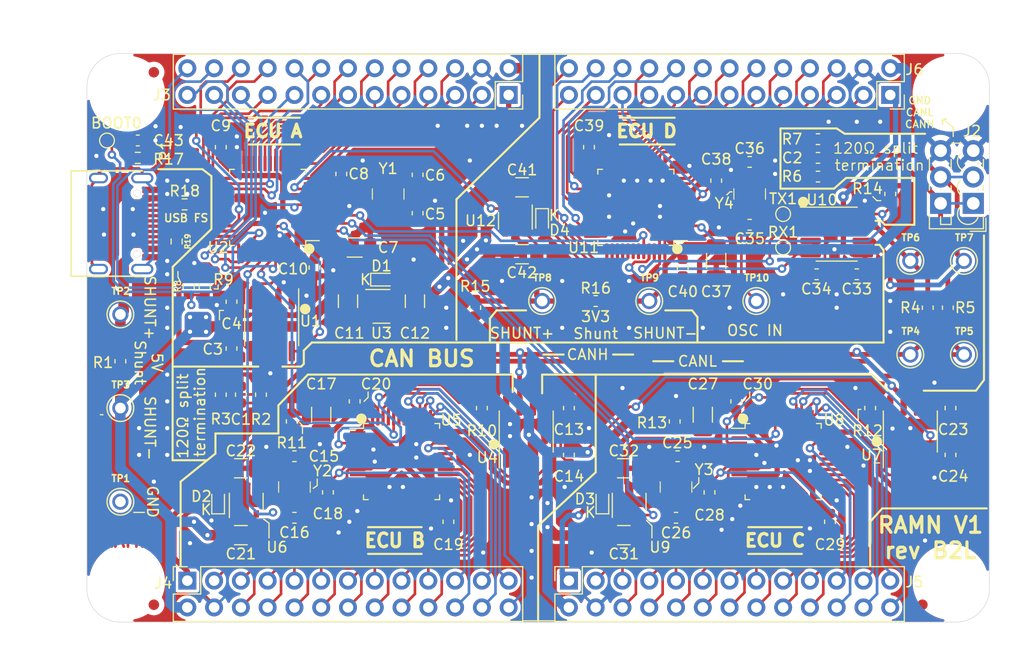
<source format=kicad_pcb>
(kicad_pcb (version 20240108) (generator "pcbnew") (generator_version "8.0")
  (layers (0 "F.Cu" signal) (31 "B.Cu" signal) (34 "B.Paste" user) (35 "F.Paste" user) (36 "B.SilkS" user "B.Silkscreen") (37 "F.SilkS" user "F.Silkscreen") (38 "B.Mask" user) (39 "F.Mask" user) (44 "Edge.Cuts" user))
  (net 0 "")
  (net 1 "GND")
  (net 2 "Net-(C2-Pad1)")
  (net 3 "+5V")
  (net 4 "/usb_uc/USB_D+")
  (net 5 "/usb_uc/USB_D-")
  (net 6 "/usb_uc/nRST")
  (net 7 "/usb_uc/SYS_JTDO-SWO")
  (net 8 "/usb_uc/SYS_JTCK-SWCLK")
  (net 9 "/usb_uc/SYS_JTMS-SWDIO")
  (net 10 "/usb_uc/SYS_JTDI")
  (net 11 "/usb_uc/SYS_JTRST")
  (net 12 "/usb_uc/BOOT0")
  (net 13 "/usb_uc/CAN_STB")
  (net 14 "/usb_uc/CAN1_RX")
  (net 15 "/usb_uc/CAN1_TX")
  (net 16 "/usb_uc/PA8")
  (net 17 "/usb_uc/PB15")
  (net 18 "/usb_uc/PB14")
  (net 19 "/usb_uc/PB13")
  (net 20 "/usb_uc/PB12")
  (net 21 "/usb_uc/PB11")
  (net 22 "/usb_uc/PB10")
  (net 23 "/usb_uc/PB2")
  (net 24 "/usb_uc/PB1")
  (net 25 "/usb_uc/PB0")
  (net 26 "/usb_uc/PA7")
  (net 27 "/usb_uc/PA6")
  (net 28 "/usb_uc/PA5")
  (net 29 "/usb_uc/PA4")
  (net 30 "/usb_uc/PA3")
  (net 31 "/usb_uc/PA2")
  (net 32 "/usb_uc/PA1")
  (net 33 "/usb_uc/3V3_ECU")
  (net 34 "Net-(U2-PH0)")
  (net 35 "Net-(U2-PH1)")
  (net 36 "Net-(U5-PH0)")
  (net 37 "Net-(U5-PH1)")
  (net 38 "Net-(U8-PH0)")
  (net 39 "Net-(U8-PH1)")
  (net 40 "Net-(U11-PH0)")
  (net 41 "Net-(U11-PH1)")
  (net 42 "Net-(P1-SHIELD)")
  (net 43 "Net-(P1-VBUS-PadA4)")
  (net 44 "Net-(P1-CC)")
  (net 45 "Net-(P1-VCONN)")
  (net 47 "/ECUB/ECU_ENABLE")
  (net 48 "/ECUD/ECU_ENABLE")
  (net 50 "/ECUC/ECU_ENABLE")
  (net 71 "Net-(C1-Pad1)")
  (net 79 "/ECUB/3V3_ECU")
  (net 80 "/ECUB/nRST")
  (net 81 "/ECUC/3V3_ECU")
  (net 82 "/ECUC/nRST")
  (net 83 "/ECUD/3V3_ECU")
  (net 84 "/ECUD/nRST")
  (net 85 "/ECUD/sheet5D7F273B/3.3V")
  (net 86 "/ECUD/CANL_IN")
  (net 87 "/ECUD/CANH_IN")
  (net 88 "/ECUB/PA1")
  (net 89 "/ECUB/PA2")
  (net 90 "/ECUB/PA3")
  (net 91 "/ECUB/PA4")
  (net 92 "/ECUB/PA5")
  (net 93 "/ECUB/PA6")
  (net 94 "/ECUB/PA7")
  (net 95 "/ECUB/PB0")
  (net 96 "/ECUB/PB1")
  (net 97 "/ECUB/PB2")
  (net 98 "/ECUB/PB10")
  (net 99 "/ECUB/PB11")
  (net 100 "/ECUB/PB12")
  (net 101 "/ECUB/PB13")
  (net 102 "/ECUB/PB14")
  (net 103 "/ECUB/PB15")
  (net 104 "/ECUB/PA8")
  (net 105 "/ECUB/SYS_JTMS-SWDIO")
  (net 106 "/ECUB/SYS_JTDI")
  (net 107 "/ECUB/SYS_JTCK-SWCLK")
  (net 108 "/ECUB/SYS_JTDO-SWO")
  (net 109 "/ECUB/SYS_JTRST")
  (net 110 "/ECUC/PA1")
  (net 111 "/ECUC/PA2")
  (net 112 "/ECUC/PA3")
  (net 113 "/ECUC/PA4")
  (net 114 "/ECUC/PA5")
  (net 115 "/ECUC/PA6")
  (net 116 "/ECUC/PA7")
  (net 117 "/ECUC/PB0")
  (net 118 "/ECUC/PB1")
  (net 119 "/ECUC/PB2")
  (net 120 "/ECUC/PB10")
  (net 121 "/ECUC/PB11")
  (net 122 "/ECUC/PB12")
  (net 123 "/ECUC/PB13")
  (net 124 "/ECUC/PB14")
  (net 125 "/ECUC/PB15")
  (net 126 "/ECUC/PA8")
  (net 127 "/ECUC/SYS_JTMS-SWDIO")
  (net 128 "/ECUC/SYS_JTDI")
  (net 129 "/ECUC/SYS_JTCK-SWCLK")
  (net 130 "/ECUC/SYS_JTDO-SWO")
  (net 131 "/ECUC/SYS_JTRST")
  (net 132 "/ECUD/PA1")
  (net 133 "/ECUD/PA2")
  (net 134 "/ECUD/PA3")
  (net 135 "/ECUD/PA4")
  (net 136 "/ECUD/PA5")
  (net 137 "/ECUD/PA6")
  (net 138 "/ECUD/PA7")
  (net 139 "/ECUD/PB0")
  (net 140 "/ECUD/PB1")
  (net 141 "/ECUD/PB2")
  (net 142 "/ECUD/PB10")
  (net 143 "/ECUD/PB11")
  (net 144 "/ECUD/PB12")
  (net 145 "/ECUD/PB13")
  (net 146 "/ECUD/PB14")
  (net 147 "/ECUD/PB15")
  (net 148 "/ECUD/PA8")
  (net 149 "/ECUD/SYS_JTMS-SWDIO")
  (net 150 "/ECUD/SYS_JTDI")
  (net 151 "/ECUD/SYS_JTCK-SWCLK")
  (net 152 "/ECUD/SYS_JTDO-SWO")
  (net 153 "/ECUD/SYS_JTRST")
  (net 154 "/ECUB/CANH_IN")
  (net 155 "/ECUB/CANL_IN")
  (net 156 "/ECUB/CAN_STB")
  (net 157 "/ECUC/CAN_STB")
  (net 158 "/ECUD/CAN_STB")
  (net 159 "/ECUD/CAN1_TX")
  (net 160 "/ECUD/CAN1_RX")
  (net 161 "/ECUC/BOOT0")
  (net 162 "/ECUD/BOOT0")
  (net 163 "/ECUB/BOOT0")
  (net 164 "/ECUB/CAN1_RX")
  (net 165 "/ECUB/CAN1_TX")
  (net 166 "/ECUC/CAN1_RX")
  (net 167 "/ECUC/CAN1_TX")
  (footprint "Capacitor_SMD:C_0603_1608Metric" (layer "F.Cu") (at 55.245 75.565 90)
    (property "Reference" "C1")
    (property "Value" "4.7nF")
  )
  (footprint "Capacitor_SMD:C_0603_1608Metric" (layer "F.Cu") (at 72.009 54.695 -90)
    (property "Reference" "C6")
    (property "Value" "10pF")
  )
  (footprint "Resistor_SMD:R_0603_1608Metric" (layer "F.Cu") (at 57.15 75.565 -90)
    (property "Reference" "R2")
    (property "Value" "60R")
  )
  (footprint "Capacitor_SMD:C_0603_1608Metric" (layer "F.Cu") (at 72.009 58.335 90)
    (property "Reference" "C5")
    (property "Value" "10pF")
  )
  (footprint "digikey-footprints:SMD-2_3.2x2.5mm" (layer "F.Cu") (at 69.215 56.515 90)
    (property "Reference" "Y1")
    (property "Value" "NX3225GD-8MHZ-STD-CRA-3")
  )
  (footprint "Capacitor_SMD:C_0603_1608Metric" (layer "F.Cu") (at 54.356 71.181 -90)
    (property "Reference" "C3")
    (property "Value" "100nF")
  )
  (footprint "Capacitor_SMD:C_0603_1608Metric" (layer "F.Cu") (at 64.77 54.61 90)
    (property "Reference" "C8")
    (property "Value" "100nF")
  )
  (footprint "Global_Library:KEYSTONE_5002" (layer "F.Cu") (at 43.815 76.835)
    (property "Reference" "TP3")
    (property "Value" " ")
  )
  (footprint "Capacitor_SMD:C_1206_3216Metric" (layer "F.Cu") (at 66.04 61.595)
    (property "Reference" "C7")
    (property "Value" "10uF")
  )
  (footprint "Capacitor_SMD:C_0603_1608Metric" (layer "F.Cu") (at 53.34 52.07 90)
    (property "Reference" "C9")
    (property "Value" "100nF")
  )
  (footprint "Package_SO:SOIC-8_3.9x4.9mm_P1.27mm" (layer "F.Cu") (at 58.166 68.961 -90)
    (property "Reference" "U1")
    (property "Value" "ATA6561-GAQW-N")
  )
  (footprint "Capacitor_SMD:C_0603_1608Metric" (layer "F.Cu") (at 86.36 81.28 -90)
    (property "Reference" "C14")
    (property "Value" "100nF")
  )
  (footprint "Capacitor_SMD:C_0603_1608Metric" (layer "F.Cu") (at 74.93 87.63 -90)
    (property "Reference" "C19")
    (property "Value" "100nF")
  )
  (footprint "Package_SO:TSOP-5_1.65x3.05mm_P0.95mm" (layer "F.Cu") (at 55.753 85.725 90)
    (property "Reference" "U6")
    (property "Value" "NCV8163")
  )
  (footprint "Capacitor_SMD:C_1206_3216Metric" (layer "F.Cu") (at 55.245 88.9)
    (property "Reference" "C21")
    (property "Value" "1uF")
  )
  (footprint "Capacitor_SMD:C_1206_3216Metric" (layer "F.Cu") (at 55.245 82.55)
    (property "Reference" "C22")
    (property "Value" "1uF")
  )
  (footprint "Capacitor_SMD:C_0603_1608Metric" (layer "F.Cu") (at 113.665 64.135 180)
    (property "Reference" "C33")
    (property "Value" "100nF")
  )
  (footprint "Capacitor_SMD:C_0603_1608Metric" (layer "F.Cu") (at 109.855 64.135 180)
    (property "Reference" "C34")
    (property "Value" "100nF")
  )
  (footprint "Capacitor_SMD:C_0603_1608Metric" (layer "F.Cu") (at 103.505 53.467)
    (property "Reference" "C36")
    (property "Value" "10pF")
  )
  (footprint "Capacitor_SMD:C_1206_3216Metric" (layer "F.Cu") (at 100.33 62.865 -90)
    (property "Reference" "C37")
    (property "Value" "10uF")
  )
  (footprint "Capacitor_SMD:C_0603_1608Metric" (layer "F.Cu") (at 100.33 55.245 90)
    (property "Reference" "C38")
    (property "Value" "100nF")
  )
  (footprint "Capacitor_SMD:C_0603_1608Metric" (layer "F.Cu") (at 88.265 52.07 90)
    (property "Reference" "C39")
    (property "Value" "100nF")
  )
  (footprint "Capacitor_SMD:C_0603_1608Metric" (layer "F.Cu") (at 97.155 63.5 -90)
    (property "Reference" "C40")
    (property "Value" "100nF")
  )
  (footprint "Capacitor_SMD:C_1206_3216Metric" (layer "F.Cu") (at 81.915 55.88 180)
    (property "Reference" "C41")
    (property "Value" "1uF")
  )
  (footprint "Capacitor_SMD:C_1206_3216Metric" (layer "F.Cu") (at 81.915 62.23 180)
    (property "Reference" "C42")
    (property "Value" "1uF")
  )
  (footprint "Package_SO:SOIC-8_3.9x4.9mm_P1.27mm" (layer "F.Cu") (at 111.76 60.325)
    (property "Reference" "U10")
    (property "Value" "ATA6561-GAQW-N")
  )
  (footprint "Package_QFP:LQFP-48_7x7mm_P0.5mm" (layer "F.Cu") (at 92.71 57.785 180)
    (property "Reference" "U11")
    (property "Value" "STM32L552/STM32L562")
  )
  (footprint "Package_SO:TSOP-5_1.65x3.05mm_P0.95mm" (layer "F.Cu") (at 81.28 59.055 -90)
    (property "Reference" "U12")
    (property "Value" "NCV8163")
  )
  (footprint "digikey-footprints:SMD-2_3.2x2.5mm" (layer "F.Cu") (at 103.505 56.515 90)
    (property "Reference" "Y4")
    (property "Value" "NX3225GD-8MHZ-STD-CRA-3")
  )
  (footprint "Capacitor_SMD:C_1206_3216Metric" (layer "F.Cu") (at 65.405 66.692 -90)
    (property "Reference" "C11")
    (property "Value" "1uF")
  )
  (footprint "Resistor_SMD:R_0603_1608Metric" (layer "F.Cu") (at 53.34 75.565 90)
    (property "Reference" "R3")
    (property "Value" "60R")
  )
  (footprint "Global_Library:KEYSTONE_5002" (layer "F.Cu") (at 93.98 66.675)
    (property "Reference" "TP9")
    (property "Value" " ")
  )
  (footprint "Capacitor_SMD:C_0603_1608Metric" (layer "F.Cu") (at 99.695 84.836 -90)
    (property "Reference" "C28")
    (property "Value" "100nF")
  )
  (footprint "Capacitor_SMD:C_0603_1608Metric" (layer "F.Cu") (at 111.125 87.63 -90)
    (property "Reference" "C29")
    (property "Value" "100nF")
  )
  (footprint "Capacitor_SMD:C_1206_3216Metric" (layer "F.Cu") (at 62.865 77.47 90)
    (property "Reference" "C17")
    (property "Value" "10uF")
  )
  (footprint "Package_SO:SOIC-8_3.9x4.9mm_P1.27mm" (layer "F.Cu") (at 82.31 79.06 90)
    (property "Reference" "U4")
    (property "Value" "ATA6561-GAQW-N")
  )
  (footprint "Capacitor_SMD:C_1206_3216Metric" (layer "F.Cu") (at 99.06 77.47 90)
    (property "Reference" "C27")
    (property "Value" "10uF")
  )
  (footprint "Capacitor_SMD:C_1206_3216Metric" (layer "F.Cu") (at 91.567 82.55)
    (property "Reference" "C32")
    (property "Value" "1uF")
  )
  (footprint "Package_SO:TSOP-5_1.65x3.05mm_P0.95mm" (layer "F.Cu") (at 92.075 85.725 90)
    (property "Reference" "U9")
    (property "Value" "NCV8163")
  )
  (footprint "Capacitor_SMD:C_0603_1608Metric" (layer "F.Cu") (at 60.325 87.249 180)
    (property "Reference" "C16")
    (property "Value" "10pF")
  )
  (footprint "Capacitor_SMD:C_0603_1608Metric" (layer "F.Cu") (at 96.6725 81.407 180)
    (property "Reference" "C25")
    (property "Value" "10pF")
  )
  (footprint "Capacitor_SMD:C_0603_1608Metric" (layer "F.Cu") (at 63.5 84.836 -90)
    (property "Reference" "C18")
    (property "Value" "100nF")
  )
  (footprint "Capacitor_SMD:C_0603_1608Metric" (layer "F.Cu") (at 96.52 87.249 180)
    (property "Reference" "C26")
    (property "Value" "10pF")
  )
  (footprint "MountingHole:MountingHole_3.2mm_M3_ISO7380" (layer "F.Cu") (at 44.45 93.345)
    (property "Reference" "H2" (hide yes))
    (property "Value" "MountingHole")
  )
  (footprint "Capacitor_SMD:C_0603_1608Metric" (layer "F.Cu") (at 109.982 53.086 180)
    (property "Reference" "C2")
    (property "Value" "4.7nF")
  )
  (footprint "Resistor_SMD:R_0603_1608Metric" (layer "F.Cu") (at 109.982 51.308)
    (property "Reference" "R7")
    (property "Value" "60R")
  )
  (footprint "MountingHole:MountingHole_3.2mm_M3_ISO7380" (layer "F.Cu") (at 122.555 46.99)
    (property "Reference" "H4" (hide yes))
    (property "Value" "MountingHole")
  )
  (footprint "Capacitor_SMD:C_0603_1608Metric" (layer "F.Cu") (at 122.555 81.28 -90)
    (property "Reference" "C24")
    (property "Value" "100nF")
  )
  (footprint "Package_SO:SOIC-8_3.9x4.9mm_P1.27mm" (layer "F.Cu") (at 118.745 79.06 90)
    (property "Reference" "U7")
    (property "Value" "ATA6561-GAQW-N")
  )
  (footprint "Global_Library:KEYSTONE_5002" (layer "F.Cu") (at 43.815 67.945)
    (property "Reference" "TP2")
    (property "Value" " ")
  )
  (footprint "Connector_PinSocket_2.54mm:PinSocket_2x13_P2.54mm_Vertical" (layer "F.Cu") (at 86.36 93.218 90)
    (property "Reference" "J5")
    (property "Value" " ")
  )
  (footprint "Connector_PinSocket_2.54mm:PinSocket_2x13_P2.54mm_Vertical" (layer "F.Cu") (at 80.645 47.117 -90)
    (property "Reference" "J3")
    (property "Value" " ")
  )
  (footprint "Connector_PinSocket_2.54mm:PinSocket_2x13_P2.54mm_Vertical" (layer "F.Cu") (at 50.165 93.218 90)
    (property "Reference" "J4")
    (property "Value" " ")
  )
  (footprint "Connector_PinSocket_2.54mm:PinSocket_2x13_P2.54mm_Vertical" (layer "F.Cu") (at 116.84 47.117 -90)
    (property "Reference" "J6")
    (property "Value" " ")
  )
  (footprint "Global_Library:KEYSTONE_5002" (layer "F.Cu") (at 43.815 85.725)
    (property "Reference" "TP1")
    (property "Value" " ")
  )
  (footprint "Package_QFP:LQFP-48_7x7mm_P0.5mm" (layer "F.Cu") (at 106.68 81.915)
    (property "Reference" "U8")
    (property "Value" "STM32L552/STM32L562")
  )
  (footprint "Package_QFP:LQFP-48_7x7mm_P0.5mm" (layer "F.Cu") (at 57.785 57.785 180)
    (property "Reference" "U2")
    (property "Value" "STM32L552/STM32L562")
  )
  (footprint "Capacitor_SMD:C_0603_1608Metric" (layer "F.Cu") (at 62.23 63.5 -90)
    (property "Reference" "C10")
    (property "Value" "100nF")
  )
  (footprint "Global_Library:KEYSTONE_5002" (layer "F.Cu") (at 118.745 71.755)
    (property "Reference" "TP4")
    (property "Value" " ")
  )
  (footprint "Resistor_SMD:R_0603_1608Metric" (layer "F.Cu") (at 96.393 78.105 90)
    (property "Reference" "R13")
    (property "Value" "10k")
  )
  (footprint "Resistor_SMD:R_0603_1608Metric" (layer "F.Cu") (at 77.47 67.31 -90)
    (property "Reference" "R15")
    (property "Value" "10k")
  )
  (footprint "MountingHole:MountingHole_3.2mm_M3_ISO7380" (layer "F.Cu") (at 122.555 93.345)
    (property "Reference" "H1" (hide yes))
    (property "Value" "MountingHole")
  )
  (footprint "Resistor_SMD:R_0603_1608Metric" (layer "F.Cu") (at 78.105 76.835 -90)
    (property "Reference" "R10")
    (property "Value" "10k")
  )
  (footprint "Global_Library:KEYSTONE_5002" (layer "F.Cu") (at 123.825 62.865)
    (property "Reference" "TP7")
    (property "Value" " ")
  )
  (footprint "Resistor_SMD:R_0603_1608Metric" (layer "F.Cu") (at 122.301 67.31 -90)
    (property "Reference" "R5")
    (property "Value" "0R")
  )
  (footprint "Resistor_SMD:R_0603_1608Metric" (layer "F.Cu") (at 43.815 72.39 90)
    (property "Reference" "R1")
    (property "Value" "0R")
  )
  (footprint "Capacitor_SMD:C_1206_3216Metric" (layer "F.Cu") (at 71.755 66.692 -90)
    (property "Reference" "C12")
    (property "Value" "1uF")
  )
  (footprint "Package_QFP:LQFP-48_7x7mm_P0.5mm" (layer "F.Cu") (at 70.485 81.915)
    (property "Reference" "U5")
    (property "Value" "STM32L552/STM32L562")
  )
  (footprint "digikey-footprints:SMD-2_3.2x2.5mm" (layer "F.Cu") (at 96.52 84.328 -90)
    (property "Reference" "Y3")
    (property "Value" "NX3225GD-8MHZ-STD-CRA-3")
  )
  (footprint "Global_Library:KEYSTONE_5002" (layer "F.Cu") (at 123.825 71.755)
    (property "Reference" "TP5")
    (property "Value" " ")
  )
  (footprint "Global_Library:KEYSTONE_5002" (layer "F.Cu") (at 118.745 62.865)
    (property "Reference" "TP6")
    (property "Value" " ")
  )
  (footprint "Global_Library:KEYSTONE_5002" (layer "F.Cu") (at 104.14 66.675)
    (property "Reference" "TP10")
    (property "Value" " ")
  )
  (footprint "Global_Library:KEYSTONE_5002" (layer "F.Cu") (at 83.82 66.675)
    (property "Reference" "TP8")
    (property "Value" " ")
  )
  (footprint "Resistor_SMD:R_0603_1608Metric" (layer "F.Cu") (at 88.9 66.675 180)
    (property "Reference" "R16")
    (property "Value" "0R")
  )
  (footprint "Resistor_SMD:R_0603_1608Metric" (layer "F.Cu") (at 120.396 67.31 -90)
    (property "Reference" "R4")
    (property "Value" "0R")
  )
  (footprint "Resistor_SMD:R_0603_1608Metric" (layer "F.Cu") (at 51.816 65.278 90)
    (property "Reference" "R9")
    (property "Value" "DNM")
  )
  (footprint "Resistor_SMD:R_0603_1608Metric" (layer "F.Cu") (at 50.292 65.278 -90)
    (property "Reference" "R8")
    (property "Value" "10k")
  )
  (footprint "MountingHole:MountingHole_3.2mm_M3_ISO7380" (layer "F.Cu") (at 44.45 46.99)
    (property "Reference" "H3" (hide yes))
    (property "Value" "MountingHole")
  )
  (footprint "TestPoint:TestPoint_Pad_D1.0mm" (layer "F.Cu") (at 42.545 51.435)
    (property "Reference" "BOOT0")
    (property "Value" " ")
  )
  (footprint "Fiducial:Fiducial_1mm_Mask2mm" (layer "F.Cu") (at 46.99 95.504)
    (property "Reference" "FID1" (hide yes))
    (property "Value" "Fiducial")
  )
  (footprint "Fiducial:Fiducial_1mm_Mask2mm" (layer "F.Cu") (at 119.888 95.504)
    (property "Reference" "FID2" (hide yes))
    (property "Value" "Fiducial")
  )
  (footprint "Capacitor_SMD:C_0603_1608Metric" (layer "F.Cu") (at 122.555 76.835 90)
    (property "Reference" "C23")
    (property "Value" "100nF")
  )
  (footprint "Resistor_SMD:R_0603_1608Metric" (layer "F.Cu") (at 116.84 56.515 90)
    (property "Reference" "R14")
    (property "Value" "10k")
  )
  (footprint "Capacitor_SMD:C_0603_1608Metric" (layer "F.Cu") (at 103.505 59.436)
    (property "Reference" "C35")
    (property "Value" "10pF")
  )
  (footprint "Package_SO:TSOP-5_1.65x3.05mm_P0.95mm" (layer "F.Cu") (at 68.58 67.183)
    (property "Reference" "U3")
    (property "Value" "NCV8163")
  )
  (footprint "Fiducial:Fiducial_1mm_Mask2mm" (layer "F.Cu") (at 46.99 44.958)
    (property "Reference" "FID3" (hide yes))
    (property "Value" "Fiducial")
  )
  (footprint "Diode_SMD:D_SOD-523" (layer "F.Cu") (at 68.707 64.643)
    (property "Reference" "D1")
    (property "Value" "D_Schottky")
  )
  (footprint "Diode_SMD:D_SOD-523" (layer "F.Cu") (at 53.086 85.725 90)
    (property "Reference" "D2")
    (property "Value" "D_Schottky")
  )
  (footprint "Diode_SMD:D_SOD-523" (layer "F.Cu") (at 83.82 59.055 -90)
    (property "Reference" "D4")
    (property "Value" "D_Schottky")
  )
  (footprint "Capacitor_SMD:C_0603_1608Metric" (layer "F.Cu") (at 45.466 51.435)
    (property "Reference" "C43")
    (property "Value" "100nF")
  )
  (footprint "Resistor_SMD:R_0603_1608Metric" (layer "F.Cu") (at 45.466 53.086)
    (property "Reference" "R17")
    (property "Value" "10k")
  )
  (footprint "TerminalBlock_Phoenix:TerminalBlock_Phoenix_PTSM-0,5-3-2.5-V-THR_1x03_P2.50mm_Vertical" (layer "F.Cu") (at 124.714 57.404 90)
    (property "Reference" "J2")
    (property "Value" "Screw_Terminal_01x03")
  )
  (footprint "Capacitor_SMD:C_0603_1608Metric" (layer "F.Cu") (at 66.04 76.2 90)
    (property "Reference" "C20")
    (property "Value" "100nF")
  )
  (footprint "Capacitor_SMD:C_0603_1608Metric" (layer "F.Cu") (at 60.325 81.407 180)
    (property "Reference" "C15")
    (property "Value" "10pF")
  )
  (footprint "digikey-footprints:SMD-2_3.2x2.5mm" (layer "F.Cu") (at 60.325 84.328 -90)
    (property "Reference" "Y2")
    (property "Value" "NX3225GD-8MHZ-STD-CRA-3")
  )
  (footprint "Resistor_SMD:R_0603_1608Metric" (layer "F.Cu") (at 60.071 78.105 90)
    (property "Reference" "R11")
    (property "Value" "10k")
  )
  (footprint "Capacitor_SMD:C_0603_1608Metric" (layer "F.Cu") (at 54.356 66.741 90)
    (property "Reference" "C4")
    (property "Value" "100nF")
  )
  (footprint "Capacitor_SMD:C_1206_3216Metric" (layer "F.Cu") (at 91.567 88.9)
    (property "Reference" "C31")
    (property "Value" "1uF")
  )
  (footprint "Diode_SMD:D_SOD-523" (layer "F.Cu") (at 89.535 85.725 90)
    (property "Reference" "D3")
    (property "Value" "D_Schottky")
  )
  (footprint "Resistor_SMD:R_0603_1608Metric" (layer "F.Cu") (at 109.982 54.864 180)
    (property "Reference" "R6")
    (property "Value" "60R")
  )
  (footprint "Resistor_SMD:R_0603_1608Metric" (layer "F.Cu") (at 114.935 76.835 -90)
    (property "Reference" "R12")
    (property "Value" "10k")
  )
  (footprint "Capacitor_SMD:C_0603_1608Metric" (layer "F.Cu") (at 86.36 76.835 -90)
    (property "Reference" "C13")
    (property "Value" "100nF")
  )
  (footprint "Capacitor_SMD:C_0603_1608Metric" (layer "F.Cu") (at 102.235 76.2 90)
    (property "Reference" "C30")
    (property "Value" "100nF")
  )
  (footprint "Resistor_SMD:R_0603_1608Metric" (layer "F.Cu") (at 49.15 61.02 90)
    (property "Reference" "R19")
    (property "Value" "5k1")
  )
  (footprint "TestPoint:TestPoint_Pad_D1.0mm" (layer "F.Cu") (at 106.68 61.59)
    (property "Reference" "RX1")
    (property "Value" " ")
  )
  (footprint "Resistor_SMD:R_0603_1608Metric" (layer "F.Cu") (at 49.91 57.5 180)
    (property "Reference" "R18")
    (property "Value" "5k1")
  )
  (footprint "Library:C393939" (layer "F.Cu") (at 45.89 59.32 -90)
    (property "Reference" "P1")
    (property "Value" "USB_C_Plug_USB2.0")
  )
  (footprint "TestPoint:TestPoint_Pad_D1.0mm" (layer "F.Cu") (at 106.68 58.42)
    (property "Reference" "TX1")
    (property "Value" " ")
  )
  (gr_line (start 96.393 49.276) (end 91.186 49.276) (stroke (width 0.2)) (layer "F.SilkS"))
  (gr_line (start 103.378 88.138) (end 108.458 88.138) (stroke (width 0.2)) (layer "F.SilkS"))
  (gr_line (start 108.458 90.678) (end 103.378 90.678) (stroke (width 0.2)) (layer "F.SilkS"))
  (gr_line (start 75.692 57.023) (end 83.566 49.276) (stroke (width 0.2)) (layer "F.SilkS"))
  (gr_line (start 83.566 49.276) (end 83.566 43.307) (stroke (width 0.2)) (layer "F.SilkS"))
  (gr_line (start 111.506 56.007) (end 112.649 54.991) (stroke (width 0.2)) (layer "F.SilkS"))
  (gr_line (start 52.832 81.153) (end 52.832 79.248) (stroke (width 0.2)) (layer "F.SilkS"))
  (gr_line (start 88.9 73.66) (end 115.062 73.66) (stroke (width 0.2)) (layer "F.SilkS"))
  (gr_line (start 116.586 75.184) (end 115.062 73.66) (stroke (width 0.2)) (layer "F.SilkS"))
  (gr_line (start 83.947 71.755) (end 85.852 71.755) (stroke (width 0.2)) (layer "F.SilkS"))
  (gr_line (start 121.793 49.911) (end 121.793 49.403) (stroke (width 0.12)) (layer "F.SilkS"))
  (gr_line (start 90.551 71.755) (end 92.456 71.755) (stroke (width 0.2)) (layer "F.SilkS"))
  (gr_line (start 94.361 72.39) (end 96.266 72.39) (stroke (width 0.2)) (layer "F.SilkS"))
  (gr_line (start 100.965 72.39) (end 102.87 72.39) (stroke (width 0.2)) (layer "F.SilkS"))
  (gr_line (start 106.426 50.292) (end 106.426 56.007) (stroke (width 0.2)) (layer "F.SilkS"))
  (gr_line (start 60.96 72.898) (end 59.182 72.898) (stroke (width 0.2)) (layer "F.SilkS"))
  (gr_line (start 125.73 74.168) (end 125.73 60.452) (stroke (width 0.2)) (layer "F.SilkS"))
  (gr_line (start 61.214 71.374) (end 61.976 70.612) (stroke (width 0.2)) (layer "F.SilkS"))
  (gr_circle (center 96.647 61.722) (end 96.647 61.722) (stroke (width 0.5)) (fill none) (layer "F.SilkS"))
  (gr_line (start 98.679 83.947) (end 98.552 84.074) (stroke (width 0.12)) (layer "F.SilkS"))
  (gr_line (start 53.086 65.151) (end 53.086 65.532) (stroke (width 0.12)) (layer "F.SilkS"))
  (gr_circle (center 108.585 57.277) (end 108.585 57.277) (stroke (width 0.5)) (fill none) (layer "F.SilkS"))
  (gr_line (start 120.015 75.184) (end 124.968 75.184) (stroke (width 0.2)) (layer "F.SilkS"))
  (gr_line (start 66.929 76.2) (end 67.31 75.819) (stroke (width 0.12)) (layer "F.SilkS"))
  (gr_line (start 60.833 78.232) (end 61.087 78.486) (stroke (width 0.12)) (layer "F.SilkS"))
  (gr_line (start 81.975 43.247) (end 85.03 43.247) (stroke (width 0.12)) (layer "F.SilkS"))
  (gr_line (start 81.026 73.66) (end 61.595 73.66) (stroke (width 0.2)) (layer "F.SilkS"))
  (gr_line (start 49.53 91.821) (end 49.53 83.82) (stroke (width 0.2)) (layer "F.SilkS"))
  (gr_line (start 83.439 97.028) (end 83.439 88.011) (stroke (width 0.2)) (layer "F.SilkS"))
  (gr_line (start 112.649 54.991) (end 119.126 54.991) (stroke (width 0.2)) (layer "F.SilkS"))
  (gr_line (start 61.595 73.66) (end 58.801 76.581) (stroke (width 0.2)) (layer "F.SilkS"))
  (gr_circle (center 66.675 77.851) (end 66.675 77.851) (stroke (width 0.5)) (fill none) (layer "F.SilkS"))
  (gr_line (start 115.316 82.042) (end 115.824 82.042) (stroke (width 0.12)) (layer "F.SilkS"))
  (gr_line (start 72.39 90.678) (end 67.31 90.678) (stroke (width 0.2)) (layer "F.SilkS"))
  (gr_line (start 79.502 67.564) (end 78.867 68.326) (stroke (width 0.2)) (layer "F.SilkS"))
  (gr_line (start 111.76 50.292) (end 112.522 50.8) (stroke (width 0.2)) (layer "F.SilkS"))
  (gr_line (start 98.552 68.199) (end 98.552 70.485) (stroke (width 0.2)) (layer "F.SilkS"))
  (gr_line (start 57.912 89.154) (end 57.912 87.757) (stroke (width 0.12)) (layer "F.SilkS"))
  (gr_line (start 53.213 67.564) (end 53.213 68.453) (stroke (width 0.12)) (layer "F.SilkS"))
  (gr_line (start 58.801 79.248) (end 52.832 79.248) (stroke (width 0.2)) (layer "F.SilkS"))
  (gr_line (start 106.426 56.007) (end 111.506 56.007) (stroke (width 0.2)) (layer "F.SilkS"))
  (gr_line (start 60.833 51.816) (end 56.007 51.816) (stroke (width 0.2)) (layer "F.SilkS"))
  (gr_line (start 98.679 83.439) (end 98.679 83.947) (stroke (width 0.12)) (layer "F.SilkS"))
  (gr_line (start 116.078 86.36) (end 125.984 86.36) (stroke (width 0.2)) (layer "F.SilkS"))
  (gr_line (start 88.9 82.931) (end 88.9 73.66) (stroke (width 0.2)) (layer "F.SilkS"))
  (gr_line (start 101.6254 56.3118) (end 101.8286 56.3118) (stroke (width 0.12)) (layer "F.SilkS"))
  (gr_line (start 114.935 87.63) (end 114.935 91.821) (stroke (width 0.2)) (layer "F.SilkS"))
  (gr_line (start 116.205 70.612) (end 116.205 61.849) (stroke (width 0.2)) (layer "F.SilkS"))
  (gr_line (start 61.214 71.374) (end 61.214 72.644) (stroke (width 0.2)) (layer "F.SilkS"))
  (gr_line (start 52.45 54.82) (end 52.45 59.84) (stroke (width 0.2)) (layer "F.SilkS"))
  (gr_line (start 58.801 76.581) (end 58.801 79.248) (stroke (width 0.2)) (layer "F.SilkS"))
  (gr_line (start 81.026 73.66) (end 81.026 75.311) (stroke (width 0.2)) (layer "F.SilkS"))
  (gr_line (start 62.484 83.566) (end 62.484 84.201) (stroke (width 0.12)) (layer "F.SilkS"))
  (gr_line (start 113.792 76.962) (end 113.792 77.978) (stroke (width 0.12)) (layer "F.SilkS"))
  (gr_line (start 67.31 75.819) (end 67.31 75.311) (stroke (width 0.12)) (layer "F.SilkS"))
  (gr_line (start 122.809 50.165) (end 121.793 49.403) (stroke (width 0.12)) (layer "F.SilkS"))
  (gr_line (start 61.976 70.612) (end 116.205 70.612) (stroke (width 0.2)) (layer "F.SilkS"))
  (gr_line (start 98.552 84.074) (end 98.171 84.455) (stroke (width 0.12)) (layer "F.SilkS"))
  (gr_line (start 115.951 59.055) (end 116.332 59.436) (stroke (width 0.2)) (layer "F.SilkS"))
  (gr_line (start 114.046 76.962) (end 113.792 76.962) (stroke (width 0.12)) (layer "F.SilkS"))
  (gr_line (start 49.53 83.82) (end 52.832 81.153) (stroke (width 0.2)) (layer "F.SilkS"))
  (gr_line (start 78.867 68.326) (end 78.867 70.485) (stroke (width 0.2)) (layer "F.SilkS"))
  (gr_line (start 98.044 67.564) (end 98.552 68.199) (stroke (width 0.2)) (layer "F.SilkS"))
  (gr_line (start 41.91 77.47) (end 42.164 77.47) (stroke (width 0.12)) (layer "F.SilkS"))
  (gr_circle (center 61.341 67.437) (end 61.341 67.437) (stroke (width 0.5)) (fill none) (layer "F.SilkS"))
  (gr_line (start 45.085 86.741) (end 46.101 86.741) (stroke (width 0.12)) (layer "F.SilkS"))
  (gr_line (start 116.078 86.36) (end 114.935 87.63) (stroke (width 0.2)) (layer "F.SilkS"))
  (gr_line (start 83.82 75.438) (end 83.82 73.66) (stroke (width 0.2)) (layer "F.SilkS"))
  (gr_line (start 103.505 75.819) (end 103.505 75.311) (stroke (width 0.12)) (layer "F.SilkS"))
  (gr_line (start 95.504 67.564) (end 98.044 67.564) (stroke (width 0.2)) (layer "F.SilkS"))
  (gr_line (start 119.126 59.436) (end 119.126 54.991) (stroke (width 0.2)) (layer "F.SilkS"))
  (gr_circle (center 61.722 61.722) (end 61.722 61.722) (stroke (width 0.5)) (fill none) (layer "F.SilkS"))
  (gr_line (start 49.276 64.389) (end 49.53 64.897) (stroke (width 0.12)) (layer "F.SilkS"))
  (gr_line (start 94.234 88.011) (end 93.726 87.503) (stroke (width 0.12)) (layer "F.SilkS"))
  (gr_line (start 83.82 73.66) (end 88.9 73.66) (stroke (width 0.2)) (layer "F.SilkS"))
  (gr_line (start 62.484 84.201) (end 62.103 84.455) (stroke (width 0.12)) (layer "F.SilkS"))
  (gr_line (start 115.824 61.341) (end 115.443 61.341) (stroke (width 0.2)) (layer "F.SilkS"))
  (gr_line (start 94.234 89.154) (end 94.234 88.011) (stroke (width 0.12)) (layer "F.SilkS"))
  (gr_line (start 116.205 61.849) (end 115.824 61.341) (stroke (width 0.2)) (layer "F.SilkS"))
  (gr_line (start 122.809 51.054) (end 122.809 50.165) (stroke (width 0.12)) (layer "F.SilkS"))
  (gr_line (start 103.124 76.2) (end 103.505 75.819) (stroke (width 0.12)) (layer "F.SilkS"))
  (gr_line (start 116.332 59.436) (end 119.126 59.436) (stroke (width 0.2)) (layer "F.SilkS"))
  (gr_line (start 83.439 88.011) (end 88.9 82.931) (stroke (width 0.2)) (layer "F.SilkS"))
  (gr_line (start 51.59 54.16) (end 52.45 54.82) (stroke (width 0.2)) (layer "F.SilkS"))
  (gr_circle (center 79.248 80.264) (end 79.248 80.264) (stroke (width 0.5)) (fill none) (layer "F.SilkS"))
  (gr_line (start 115.57 57.15) (end 115.189 56.769) (stroke (width 0.12)) (layer "F.SilkS"))
  (gr_line (start 52.45 59.84) (end 48.78 63.43) (stroke (width 0.2)) (layer "F.SilkS"))
  (gr_line (start 121.793 49.403) (end 121.793 49.911) (stroke (width 0.12)) (layer "F.SilkS"))
  (gr_line (start 83.439 97.028) (end 84.963 97.028) (stroke (width 0.12)) (layer "F.SilkS"))
  (gr_line (start 53.086 65.532) (end 52.705 65.532) (stroke (width 0.12)) (layer "F.SilkS"))
  (gr_line (start 125.73 74.168) (end 124.968 75.184) (stroke (width 0.2)) (layer "F.SilkS"))
  (gr_line (start 48.768 81.788) (end 48.78 63.43) (stroke (width 0.2)) (layer "F.SilkS"))
  (gr_line (start 57.912 87.757) (end 57.404 87.376) (stroke (width 0.12)) (layer "F.SilkS"))
  (gr_line (start 67.31 88.138) (end 72.39 88.138) (stroke (width 0.2)) (layer "F.SilkS"))
  (gr_line (start 106.426 50.292) (end 111.76 50.292) (stroke (width 0.2)) (layer "F.SilkS"))
  (gr_line (start 82.296 67.564) (end 79.502 67.564) (stroke (width 0.2)) (layer "F.SilkS"))
  (gr_line (start 121.793 49.403) (end 122.174 49.403) (stroke (width 0.12)) (layer "F.SilkS"))
  (gr_line (start 56.007 49.276) (end 60.833 49.276) (stroke (width 0.2)) (layer "F.SilkS"))
  (gr_line (start 49.276 64.389) (end 49.276 63.881) (stroke (width 0.12)) (layer "F.SilkS"))
  (gr_line (start 48.768 72.898) (end 56.896 72.898) (stroke (width 0.2)) (layer "F.SilkS"))
  (gr_line (start 51.943 81.788) (end 48.768 81.788) (stroke (width 0.2)) (layer "F.SilkS"))
  (gr_circle (center 102.87 77.851) (end 102.87 77.851) (stroke (width 0.5)) (fill none) (layer "F.SilkS"))
  (gr_line (start 83.439 97.028) (end 82.042 97.028) (stroke (width 0.12)) (layer "F.SilkS"))
  (gr_line (start 51.59 54.16) (end 47.41 54.16) (stroke (width 0.2)) (layer "F.SilkS"))
  (gr_line (start 91.186 51.816) (end 96.393 51.816) (stroke (width 0.2)) (layer "F.SilkS"))
  (gr_line (start 75.692 70.358) (end 75.692 57.023) (stroke (width 0.2)) (layer "F.SilkS"))
  (gr_line (start 53.213 67.564) (end 53.594 67.564) (stroke (width 0.12)) (layer "F.SilkS"))
  (gr_line (start 115.951 57.15) (end 115.57 57.15) (stroke (width 0.12)) (layer "F.SilkS"))
  (gr_line (start 61.087 78.486) (end 61.087 79.248) (stroke (width 0.12)) (layer "F.SilkS"))
  (gr_line (start 61.214 72.644) (end 60.96 72.898) (stroke (width 0.2)) (layer "F.SilkS"))
  (gr_circle (center 115.57 80.01) (end 115.57 80.01) (stroke (width 0.5)) (fill none) (layer "F.SilkS"))
  (gr_line (start 120.142 50.8) (end 112.522 50.8) (stroke (width 0.2)) (layer "F.SilkS"))
  (gr_line (start 101.346 56.5912) (end 101.6254 56.3118) (stroke (width 0.12)) (layer "F.SilkS"))
  (gr_line (start 115.951 59.055) (end 115.443 59.055) (stroke (width 0.2)) (layer "F.SilkS"))
  (gr_line (start 43.815 97.155) (end 123.065 97.155) (stroke (width 0.05)) (layer "Edge.Cuts"))
  (gr_line (start 40.64 46.355) (end 40.64 93.98) (stroke (width 0.05)) (layer "Edge.Cuts"))
  (gr_line (start 126.24 46.23) (end 126.24 93.98) (stroke (width 0.05)) (layer "Edge.Cuts"))
  (gr_line (start 43.815 43.18) (end 123.19 43.18) (stroke (width 0.05)) (layer "Edge.Cuts"))
  (gr_arc (start 40.64 46.355) (mid 41.569936 44.109936) (end 43.815 43.18) (stroke (width 0.05)) (layer "Edge.Cuts"))
  (gr_arc (start 126.24 93.98) (mid 125.310064 96.225064) (end 123.065 97.155) (stroke (width 0.05)) (layer "Edge.Cuts"))
  (gr_arc (start 43.815 97.155) (mid 41.569936 96.225064) (end 40.64 93.98) (stroke (width 0.05)) (layer "Edge.Cuts"))
  (gr_arc (start 123.19 43.18) (mid 125.346676 44.073324) (end 126.24 46.23) (stroke (width 0.05)) (layer "Edge.Cuts"))
  (gr_text "RAMN" (at 44.45 89.4461 0) (layer "F.Cu") (effects (font (size 1.2 1.2) (thickness 0.25))))
  (gr_text "5V\nShunt" (at 46.482 72.517 270) (layer "F.SilkS") (effects (font (size 1 1))))
  (gr_text "CANH" (at 88.138 71.755 0) (layer "F.SilkS") (effects (font (size 1 1))))
  (gr_text "CANL" (at 98.552 72.39 0) (layer "F.SilkS") (effects (font (size 1 1))))
  (gr_text "ECU A" (at 58.293 50.546 0) (layer "F.SilkS") (effects (font (size 1.2 1.2) (thickness 0.3))))
  (gr_text "120Ω split \ntermination" (at 115.824 52.9844 0) (layer "F.SilkS") (effects (font (size 1 1) (thickness 0.125))))
  (gr_text "K" (at 67.056 64.643 0) (layer "F.SilkS") (effects (font (size 1 1))))
  (gr_text "K" (at 84.963 58.547 0) (layer "F.SilkS") (effects (font (size 1 1))))
  (gr_text "GND\nCANL\nCANH" (at 119.634 48.768 0) (layer "F.SilkS") (effects (font (size 0.7 0.7) (thickness 0.125))))
  (gr_text "K" (at 51.943 86.487 0) (layer "F.SilkS") (effects (font (size 1 1))))
  (gr_text "ECU C" (at 105.918 89.408 0) (layer "F.SilkS") (effects (font (size 1.2 1.2) (thickness 0.3))))
  (gr_text "RAMN V1\nrev B2L" (at 120.65 89.154 0) (layer "F.SilkS") (effects (font (size 1.5 1.5) (thickness 0.3))))
  (gr_text "ECU B" (at 69.85 89.408 0) (layer "F.SilkS") (effects (font (size 1.3 1.2) (thickness 0.3))))
  (gr_text "GND" (at 46.863 85.725 270) (layer "F.SilkS") (effects (font (size 1 1))))
  (gr_text "USB FS" (at 50.05 58.8 0) (layer "F.SilkS") (effects (font (size 0.75 0.75))))
  (gr_text "OSC IN" (at 104.013 69.469 0) (layer "F.SilkS") (effects (font (size 1 1))))
  (gr_text "SHUNT+" (at 46.609 67.31 270) (layer "F.SilkS") (effects (font (size 1 1))))
  (gr_text "SHUNT-" (at 46.609 78.74 270) (layer "F.SilkS") (effects (font (size 1 1))))
  (gr_text "CAN BUS" (at 72.39 72.136 0) (layer "F.SilkS") (effects (font (size 1.5 1.5) (thickness 0.3))))
  (gr_text "SHUNT+" (at 81.915 69.723 0) (layer "F.SilkS") (effects (font (size 1 1))))
  (gr_text "ECU D" (at 93.726 50.546 0) (layer "F.SilkS") (effects (font (size 1.2 1.2) (thickness 0.3))))
  (gr_text "K" (at 88.392 86.741 0) (layer "F.SilkS") (effects (font (size 1 1))))
  (gr_text "3V3\nShunt" (at 88.9 68.961 0) (layer "F.SilkS") (effects (font (size 1 1))))
  (gr_text "SHUNT-" (at 95.504 69.723 0) (layer "F.SilkS") (effects (font (size 1 1))))
  (gr_text "120Ω split \ntermination" (at 50.546 77.216 90) (layer "F.SilkS") (effects (font (size 1 1))))
  (segment (start 85.58499 79.76901) (end 86.614 78.74) (width 0.25) (layer "F.Cu") (net 1))
  (segment (start 117.053999 78.780001) (end 115.546501 78.780001) (width 0.25) (layer "F.Cu") (net 1))
  (segment (start 66.3225 82.665) (end 66.989292 82.665) (width 0.25) (layer "F.Cu") (net 1))
  (segment (start 78.994 45.466) (end 79.375 45.847) (width 0.25) (layer "F.Cu") (net 1))
  (segment (start 103.378 75.565) (end 103.2255 75.4125) (width 0.25) (layer "F.Cu") (net 1))
  (segment (start 53.6225 60.035) (end 53.6225 60.0425) (width 0.25) (layer "F.Cu") (net 1))
  (segment (start 85.852 83.058) (end 85.598 83.058) (width 0.25) (layer "F.Cu") (net 1))
  (segment (start 74.6475 79.665) (end 73.243 79.665) (width 0.25) (layer "F.Cu") (net 1))
  (segment (start 79.732335 84.61602) (end 76.962 81.845685) (width 0.25) (layer "F.Cu") (net 1))
  (segment (start 90.46 54.5952) (end 90.46 53.6225) (width 0.25) (layer "F.Cu") (net 1))
  (segment (start 60.035 62.785) (end 61.5375 64.2875) (width 0.25) (layer "F.Cu") (net 1))
  (segment (start 96.8725 57.035) (end 96.847491 57.060009) (width 0.25) (layer "F.Cu") (net 1))
  (segment (start 67.0305 75.4125) (end 66.04 75.4125) (width 0.25) (layer "F.Cu") (net 1))
  (segment (start 68.58 53.848) (end 69.233011 53.194989) (width 0.25) (layer "F.Cu") (net 1))
  (segment (start 101.727 55.88) (end 100.457 57.15) (width 0.25) (layer "F.Cu") (net 1))
  (segment (start 106.68 57.0485) (end 106.68 55.88) (width 0.25) (layer "F.Cu") (net 1))
  (segment (start 108.2548 84.328) (end 106.68 84.328) (width 0.25) (layer "F.Cu") (net 1))
  (segment (start 92.967 88.9) (end 92.075 88.008) (width 0.25) (layer "F.Cu") (net 1))
  (segment (start 96.8725 57.035) (end 96.140008 57.035) (width 0.25) (layer "F.Cu") (net 1))
  (segment (start 88.9 95.758) (end 87.884 94.742) (width 0.25) (layer "F.Cu") (net 1))
  (segment (start 53.6225 60.035) (end 54.525698 60.035) (width 0.25) (layer "F.Cu") (net 1))
  (segment (start 89.8145 51.2825) (end 90.17 50.927) (width 0.25) (layer "F.Cu") (net 1))
  (segment (start 116.0272 78.5114) (end 116.8908 79.375) (width 0.25) (layer "F.Cu") (net 1))
  (segment (start 63.881 55.939) (end 63.881 55.233398) (width 0.25) (layer "F.Cu") (net 1))
  (segment (start 67.014301 82.639991) (end 67.601009 82.639991) (width 0.25) (layer "F.Cu") (net 1))
  (segment (start 52.594998 63.5) (end 52.959 63.5) (width 0.25) (layer "F.Cu") (net 1))
  (segment (start 115.1383 77.6225) (end 114.935 77.6225) (width 0.25) (layer "F.Cu") (net 1))
  (segment (start 63.881 55.233398) (end 64.01999 55.094408) (width 0.25) (layer "F.Cu") (net 1))
  (segment (start 96.8725 57.035) (end 96.86749 57.04001) (width 0.25) (layer "F.Cu") (net 1))
  (segment (start 67.31 75.692) (end 67.0305 75.4125) (width 0.25) (layer "F.Cu") (net 1))
  (segment (start 64.01999 55.094408) (end 64.01999 55.80001) (width 0.25) (layer "F.Cu") (net 1))
  (segment (start 99.7205 85.598) (end 99.695 85.6235) (width 0.25) (layer "F.Cu") (net 1))
  (segment (start 76.835 47.596751) (end 74.266751 50.165) (width 0.25) (layer "F.Cu") (net 1))
  (segment (start 97.755 57.035) (end 98.23 56.56) (width 0.25) (layer "F.Cu") (net 1))
  (segment (start 74.6475 79.665) (end 75.982 79.665) (width 0.25) (layer "F.Cu") (net 1))
  (segment (start 47.865 56.12) (end 48.26 56.515) (width 0.3) (layer "F.Cu") (net 1))
  (segment (start 115.57 45.847) (end 118.491 45.847) (width 0.25) (layer "F.Cu") (net 1))
  (segment (start 55.3212 73.6346) (end 55.38079 73.57501) (width 0.25) (layer "F.Cu") (net 1))
  (segment (start 58.801 67.951) (end 58.99 68.14) (width 0.25) (layer "F.Cu") (net 1))
  (segment (start 49.53 50.165) (end 47.1425 52.5525) (width 0.25) (layer "F.Cu") (net 1))
  (segment (start 109.1945 53.086) (end 106.172 53.086) (width 0.25) (layer "F.Cu") (net 1))
  (segment (start 76.962 80.645) (end 76.962 81.28) (width 0.25) (layer "F.Cu") (net 1))
  (segment (start 55.535 53.6225) (end 55.499 53.5865) (width 0.25) (layer "F.Cu") (net 1))
  (segment (start 114.935 77.6225) (end 115.7733 77.6225) (width 0.25) (layer "F.Cu") (net 1))
  (segment (start 104.14 84.4296) (end 104.14 84.328) (width 0.25) (layer "F.Cu") (net 1))
  (segment (start 52.705 95.758) (end 51.435 94.488) (width 0.25) (layer "F.Cu") (net 1))
  (segment (start 102.616 86.106) (end 102.616 85.9536) (width 0.25) (layer "F.Cu") (net 1))
  (segment (start 122.7328 78.74) (end 118.745 78.74) (width 0.25) (layer "F.Cu") (net 1))
  (segment (start 81.28 57.895) (end 81.28 56.645) (width 0.25) (layer "F.Cu") (net 1))
  (segment (start 63.5 86.614) (end 63.5 85.6235) (width 0.25) (layer "F.Cu") (net 1))
  (segment (start 90.164514 59.255486) (end 90.164514 59.09501) (width 0.25) (layer "F.Cu") (net 1))
  (segment (start 47.1425 52.5525) (end 47.1425 52.705) (width 0.25) (layer "F.Cu") (net 1))
  (segment (start 60.035 61.051) (end 59.436 60.452) (width 0.25) (layer "F.Cu") (net 1))
  (segment (start 108.93 85.0032) (end 108.2548 84.328) (width 0.25) (layer "F.Cu") (net 1))
  (segment (start 50.83 63.07) (end 50.879 63.119) (width 0.25) (layer "F.Cu") (net 1))
  (segment (start 101.473 82.872) (end 101.473 83.439) (width 0.25) (layer "F.Cu") (net 1))
  (segment (start 86.36 82.0675) (end 86.36 82.296) (width 0.25) (layer "F.Cu") (net 1))
  (segment (start 108.93 87.975) (end 109.22 88.265) (width 0.25) (layer "F.Cu") (net 1))
  (segment (start 81.675 81.535) (end 81.675 80.055) (width 0.4) (layer "F.Cu") (net 1))
  (segment (start 51.435 94.234) (end 51.435 92.329) (width 0.25) (layer "F.Cu") (net 1))
  (segment (start 89.385 60.035) (end 90.164514 59.255486) (width 0.25) (layer "F.Cu") (net 1))
  (segment (start 53.6225 60.035) (end 54.525699 60.035) (width 0.25) (layer "F.Cu") (net 1))
  (segment (start 102.616 85.9536) (end 104.14 84.4296) (width 0.25) (layer "F.Cu") (net 1))
  (segment (start 84.03998 84.61602) (end 79.732335 84.61602) (width 0.25) (layer "F.Cu") (net 1))
  (segment (start 104.43 76.998) (end 103.378 75.946) (width 0.25) (layer "F.Cu") (net 1))
  (segment (start 55.245 74.7775) (end 55.3212 74.7013) (width 0.25) (layer "F.Cu") (net 1))
  (segment (start 102.5175 82.665) (end 101.68 82.665) (width 0.25) (layer "F.Cu") (net 1))
  (segment (start 58.166 88.9) (end 56.645 88.9) (width 0.25) (layer "F.Cu") (net 1))
  (segment (start 58.801 66.486) (end 58.801 65.151) (width 0.25) (layer "F.Cu") (net 1))
  (segment (start 87.63 91.821) (end 88.646 90.805) (width 0.25) (layer "F.Cu") (net 1))
  (segment (start 96.647 53.848) (end 97.79 53.848) (width 0.25) (layer "F.Cu") (net 1))
  (segment (start 72.009 55.4825) (end 73.0325 55.4825) (width 0.25) (layer "F.Cu") (net 1))
  (segment (start 73.2625 57.5475) (end 73.66 57.15) (width 0.25) (layer "F.Cu") (net 1))
  (segment (start 104.2925 53.467) (end 105.029 53.467) (width 0.25) (layer "F.Cu") (net 1))
  (segment (start 64.25001 84.471774) (end 63.960774 84.76101) (width 0.25) (layer "F.Cu") (net 1))
  (segment (start 88.5475 60.035) (end 89.385 60.035) (width 0.25) (layer "F.Cu") (net 1))
  (segment (start 54.1425 71.755) (end 54.356 71.9685) (width 0.5) (layer "F.Cu") (net 1))
  (segment (start 59.5375 87.249) (end 59.5375 87.5285) (width 0.25) (layer "F.Cu") (net 1))
  (segment (start 64.01999 55.80001) (end 63.881 55.939) (width 0.25) (layer "F.Cu") (net 1))
  (segment (start 118.745 78.74) (end 118.704999 78.780001) (width 0.25) (layer "F.Cu") (net 1))
  (segment (start 106.172 53.086) (end 105.918 53.34) (width 0.25) (layer "F.Cu") (net 1))
  (segment (start 77.978 44.577) (end 76.835 45.72) (width 0.25) (layer "F.Cu") (net 1))
  (segment (start 64.01999 54.36799) (end 64.008 54.356) (width 0.25) (layer "F.Cu") (net 1))
  (segment (start 95.25 55.245) (end 96.647 53.848) (width 0.25) (layer "F.Cu") (net 1))
  (segment (start 61.5375 64.2875) (end 62.23 64.2875) (width 0.25) (layer "F.Cu") (net 1))
  (segment (start 101.727 54.229) (end 101.727 55.88) (width 0.25) (layer "F.Cu") (net 1))
  (segment (start 63.0215 56.7985) (end 63.881 55.939) (width 0.25) (layer "F.Cu") (net 1))
  (segment (start 53.097465 64.250535) (end 52.895 64.453) (width 0.25) (layer "F.Cu") (net 1))
  (segment (start 50.165 56.515) (end 50.735 57.085) (width 0.4) (layer "F.Cu") (net 1))
  (segment (start 69.233011 53.194989) (end 73.006989 53.194989) (width 0.25) (layer "F.Cu") (net 1))
  (segment (start 73.152 79.756) (end 72.39 79.756) (width 0.25) (layer "F.Cu") (net 1))
  (segment (start 105.41 53.34) (end 105.41 52.832) (width 0.25) (layer "F.Cu") (net 1))
  (segment (start 122.555 82.0675) (end 123.1645 82.0675) (width 0.25) (layer "F.Cu") (net 1))
  (segment (start 81.122 79.502) (end 80.772 79.502) (width 0.4) (layer "F.Cu") (net 1))
  (segment (start 123.4186 79.4258) (end 122.7328 78.74) (width 0.25) (layer "F.Cu") (net 1))
  (segment (start 104.43 77.7525) (end 104.43 79.087685) (width 0.25) (layer "F.Cu") (net 1))
  (segment (start 101.68 82.665) (end 101.473 82.872) (width 0.25) (layer "F.Cu") (net 1))
  (segment (start 102.5175 82.665) (end 102.54251 82.63999) (width 0.25) (layer "F.Cu") (net 1))
  (segment (start 52.56 60.035) (end 53.6225 60.035) (width 0.25) (layer "F.Cu") (net 1))
  (segment (start 92.075 84.328) (end 92.075 86.885) (width 0.25) (layer "F.Cu") (net 1))
  (segment (start 98.23 55.821) (end 99.5935 54.4575) (width 0.25) (layer "F.Cu") (net 1))
  (segment (start 73.0325 55.4825) (end 73.66 56.11) (width 0.25) (layer "F.Cu") (net 1))
  (segment (start 90.46 51.217) (end 90.17 50.927) (width 0.25) (layer "F.Cu") (net 1))
  (segment (start 53.34 51.2825) (end 53.5377 51.2825) (width 0.25) (layer "F.Cu") (net 1))
  (segment (start 49.15 61.71) (end 49.15 61.845) (width 0.4) (layer "F.Cu") (net 1))
  (segment (start 63.0215 55.9267) (end 63.7286 55.2196) (width 0.25) (layer "F.Cu") (net 1))
  (segment (start 52.959 63.5) (end 53.097465 63.638465) (width 0.25) (layer "F.Cu") (net 1))
  (segment (start 94.96 61.9475) (end 94.96 60.97214) (width 0.25) (layer "F.Cu") (net 1))
  (segment (start 66.314 67.183) (end 65.405 68.092) (width 0.25) (layer "F.Cu") (net 1))
  (segment (start 73.243 79.665) (end 73.152 79.756) (width 0.25) (layer "F.Cu") (net 1))
  (segment (start 91.313 55.245) (end 91.2114 55.3466) (width 0.25) (layer "F.Cu") (net 1))
  (segment (start 118.491 45.847) (end 118.618 45.974) (width 0.25) (layer "F.Cu") (net 1))
  (segment (start 79.375 45.847) (end 81.661 45.847) (width 0.25) (layer "F.Cu") (net 1))
  (segment (start 118.704999 78.780001) (end 117.053999 78.780001) (width 0.25) (layer "F.Cu") (net 1))
  (segment (start 69.342 84.328) (end 68.0212 84.328) (width 0.25) (layer "F.Cu") (net 1))
  (segment (start 72.735 88.102) (end 72.898 88.265) (width 0.25) (layer "F.Cu") (net 1))
  (segment (start 115.57 45.847) (end 115.5065 45.7835) (width 0.25) (layer "F.Cu") (net 1))
  (segment (start 86.3093 82.0675) (end 85.58499 81.34319) (width 0.25) (layer "F.Cu") (net 1))
  (segment (start 95.7325 88.1633) (end 95.885 88.3158) (width 0.25) (layer "F.Cu") (net 1))
  (segment (start 63.8175 54.5465) (end 63.7286 54.6354) (width 0.25) (layer "F.Cu") (net 1))
  (segment (start 53.6225 60.035) (end 54.773 60.035) (width 0.25) (layer "F.Cu") (net 1))
  (segment (start 75.982 79.665) (end 76.962 80.645) (width 0.25) (layer "F.Cu") (net 1))
  (segment (start 114.3 44.577) (end 114.173 44.577) (width 0.25) (layer "F.Cu") (net 1))
  (segment (start 46.715 56.12) (end 47.865 56.12) (width 0.3) (layer "F.Cu") (net 1))
  (segment (start 56.134 58.674) (end 56.134 57.15) (width 0.25) (layer "F.Cu") (net 1))
  (segment (start 55.499 53.5865) (end 55.499 52.324) (width 0.25) (layer "F.Cu") (net 1))
  (segment (start 111.125 88.4175) (end 109.3725 88.4175) (width 0.25) (layer "F.Cu") (net 1))
  (segment (start 55.753 86.885) (end 55.753 85.9282) (width 0.25) (layer "F.Cu") (net 1))
  (segment (start 51.816 64.453) (end 51.816 64.135) (width 0.25) (layer "F.Cu") (net 1))
  (segment (start 50.735 57.5) (end 51.7 57.5) (width 0.4) (layer "F.Cu") (net 1))
  (segment (start 60.035 61.9475) (end 60.035 61.051) (width 0.25) (layer "F.Cu") (net 1))
  (segment (start 103.2255 75.4125) (end 102.235 75.4125) (width 0.25) (layer "F.Cu") (net 1))
  (segment (start 92.075 88.008) (end 92.075 86.885) (width 0.25) (layer "F.Cu") (net 1))
  (segment (start 48.26 56.515) (end 50.165 56.515) (width 0.4) (layer "F.Cu") (net 1))
  (segment (start 67.601009 82.639991) (end 67.945 82.296) (width 0.25) (layer "F.Cu") (net 1))
  (segment (start 72.2122 84.582) (end 70.866 84.582) (width 0.25) (layer "F.Cu") (net 1))
  (segment (start 55.38079 73.57501) (end 57.244821 73.57501) (width 0.25) (layer "F.Cu") (net 1))
  (segment (start 94.95499 63.16001) (end 94.488 63.627) (width 0.25) (layer "F.Cu") (net 1))
  (segment (start 57.658 80.518) (end 56.8198 80.518) (width 0.25) (layer "F.Cu") (net 1))
  (segment (start 86.36 82.0675) (end 86.36 82.55) (width 0.25) (layer "F.Cu") (net 1))
  (segment (start 96.160694 57.04) (end 96.165694 57.035) (width 0.25) (layer "F.Cu") (net 1))
  (segment (start 63.7286 55.2196) (end 63.894798 55.2196) (width 0.25) (layer "F.Cu") (net 1))
  (segment (start 104.30401 82.63999) (end 104.902 82.042) (width 0.25) (layer "F.Cu") (net 1))
  (segment (start 72.009 57.5475) (end 73.2625 57.5475) (width 0.25) (layer "F.Cu") (net 1))
  (segment (start 72.735 86.0775) (end 72.735 88.102) (width 0.25) (layer "F.Cu") (net 1))
  (segment (start 76.962 81.845685) (end 76.962 81.28) (width 0.25) (layer "F.Cu") (net 1))
  (segment (start 100.203 85.598) (end 99.7205 85.598) (width 0.25) (layer "F.Cu") (net 1))
  (segment (start 59.436 60.452) (end 58.928 60.452) (width 0.25) (layer "F.Cu") (net 1))
  (segment (start 51.7 57.5) (end 52.04 57.16) (width 0.4) (layer "F.Cu") (net 1))
  (segment (start 101.4985 54.4575) (end 101.727 54.229) (width 0.25) (layer "F.Cu") (net 1))
  (segment (start 66.3225 82.665) (end 65.485 82.665) (width 0.25) (layer "F.Cu") (net 1))
  (segment (start 63.0215 56.7985) (end 63.0215 55.9267) (width 0.25) (layer "F.Cu") (net 1))
  (segment (start 114.935 78.1685) (end 114.935 77.6225) (width 0.25) (layer "F.Cu") (net 1))
  (segment (start 108.93 86.0775) (end 108.93 85.0032) (width 0.25) (layer "F.Cu") (net 1))
  (segment (start 96.8725 57.035) (end 96.135 57.035) (width 0.25) (layer "F.Cu") (net 1))
  (segment (start 61.468 67.392) (end 61.468 66.167) (width 0.25) (layer "F.Cu") (net 1))
  (segment (start 101.473 83.439) (end 100.564989 84.347011) (width 0.25) (layer "F.Cu") (net 1))
  (segment (start 94.96 61.9475) (end 94.96 62.785) (width 0.25) (layer "F.Cu") (net 1))
  (segment (start 95.885 88.3158) (end 97.8916 88.3158) (width 0.25) (layer "F.Cu") (net 1))
  (segment (start 101.727 54.229) (end 101.727 54.483) (width 0.25) (layer "F.Cu") (net 1))
  (segment (start 107.188 81.407) (end 107.569 81.788) (width 0.25) (layer "F.Cu") (net 1))
  (segment (start 108.93 79.665) (end 107.188 81.407) (width 0.25) (layer "F.Cu") (net 1))
  (segment (start 90.46 53.6225) (end 90.46 51.217) (width 0.25) (layer "F.Cu") (net 1))
  (segment (start 63.894798 55.2196) (end 64.01999 55.094408) (width 0.25) (layer "F.Cu") (net 1))
  (segment (start 106.68 66.04) (end 106.68 65.405) (width 0.25) (layer "F.Cu") (net 1))
  (segment (start 60.035 61.9475) (end 60.035 62.785) (width 0.25) (layer "F.Cu") (net 1))
  (segment (start 115.546501 78.780001) (end 114.935 78.1685) (width 0.25) (layer "F.Cu") (net 1))
  (segment (start 64.77 53.8225) (end 64.5415 53.8225) (width 0.25) (layer "F.Cu") (net 1))
  (segment (start 88.265 51.2825) (end 89.8145 51.2825) (width 0.25) (layer "F.Cu") (net 1))
  (segment (start 115.57 48.895) (end 115.57 45.847) (width 0.25) (layer "F.Cu") (net 1))
  (segment (start 72.39 79.756) (end 71.882 80.264) (width 0.25) (layer "F.Cu") (net 1))
  (segment (start 62.785 57.035) (end 63.0215 56.7985) (width 0.25) (layer "F.Cu") (net 1))
  (segment (start 57.244821 73.57501) (end 58.15601 72.663821) (width 0.25) (layer "F.Cu") (net 1))
  (segment (start 52.213998 63.119) (end 52.594998 63.5) (width 0.25) (layer "F.Cu") (net 1))
  (segment (start 96.8725 57.035) (end 97.755 57.035) (width 0.25) (layer "F.Cu") (net 1))
  (segment (start 96.165694 57.035) (end 96.8725 57.035) (width 0.25) (layer "F.Cu") (net 1))
  (segment (start 58.99 68.14) (end 60.72 68.14) (width 0.25) (layer "F.Cu") (net 1))
  (segment (start 48.505 61.845) (end 48.26 62.09) (width 0.4) (layer "F.Cu") (net 1))
  (segment (start 103.378 75.946) (end 103.378 75.565) (width 0.25) (layer "F.Cu") (net 1))
  (segment (start 50.825 60.035) (end 49.15 61.71) (width 0.4) (layer "F.Cu") (net 1))
  (segment (start 110.8425 79.665) (end 111.923 79.665) (width 0.25) (layer "F.Cu") (net 1))
  (segment (start 109.3725 88.4175) (end 109.22 88.265) (width 0.25) (layer "F.Cu") (net 1))
  (segment (start 94.96 62.785) (end 94.95499 62.79001) (width 0.25) (layer "F.Cu") (net 1))
  (segment (start 59.5375 87.249) (end 59.5375 87.4775) (width 0.25) (layer "F.Cu") (net 1))
  (segment (start 67.945 82.296) (end 67.945 81.915) (width 0.25) (layer "F.Cu") (net 1))
  (segment (start 93.29686 59.309) (end 92.71 59.309) (width 0.25) (layer "F.Cu") (net 1))
  (segment (start 54.773 60.035) (end 56.134 58.674) (width 0.25) (layer "F.Cu") (net 1))
  (segment (start 116.0272 77.8764) (end 116.0272 78.5114) (width 0.25) (layer "F.Cu") (net 1))
  (segment (start 108.93 86.0775) (end 108.93 87.975) (width 0.25) (layer "F.Cu") (net 1))
  (segment (start 68.235 77.7525) (end 68.235 76.871) (width 0.25) (layer "F.Cu") (net 1))
  (segment (start 54.4575 51.2825) (end 53.34 51.2825) (width 0.25) (layer "F.Cu") (net 1))
  (segment (start 116.8908 79.375) (end 118.11 79.375) (width 0.25) (layer "F.Cu") (net 1))
  (segment (start 93.98 80.518) (end 92.2782 80.518) (width 0.25) (layer "F.Cu") (net 1))
  (segment (start 94.95499 62.79001) (end 94.95499 63.16001) (width 0.25) (layer "F.Cu") (net 1))
  (segment (start 59.5375 87.249) (end 59.563 87.249) (width 0.25) (layer "F.Cu") (net 1))
  (segment (start 50.879 63.119) (end 52.213998 63.119) (width 0.25) (layer "F.Cu") (net 1))
  (segment (start 60.72 68.14) (end 61.468 67.392) (width 0.25) (layer "F.Cu") (net 1))
  (segment (start 49.15 61.845) (end 48.505 61.845) (width 0.4) (layer "F.Cu") (net 1))
  (segment (start 63.5 85.217) (end 63.5 85.6235) (width 0.25) (layer "F.Cu") (net 1))
  (segment (start 104.43 77.7525) (end 104.43 76.998) (width 0.25) (layer "F.Cu") (net 1))
  (segment (start 105.283 53.467) (end 105.41 53.34) (width 0.25) (layer "F.Cu") (net 1))
  (segment (start 61.976 88.138) (end 63.5 86.614) (width 0.25) (layer "F.Cu") (net 1))
  (segment (start 78.105 44.577) (end 78.994 45.466) (width 0.25) (layer "F.Cu") (net 1))
  (segment (start 91.7194 83.9724) (end 92.075 84.328) (width 0.25) (layer "F.Cu") (net 1))
  (segment (start 64.25001 84.46699) (end 64.25001 84.471774) (width 0.25) (layer "F.Cu") (net 1))
  (segment (start 68.235 76.871) (end 67.31 75.946) (width 0.25) (layer "F.Cu") (net 1))
  (segment (start 115.5065 45.7835) (end 114.3 44.577) (width 0.25) (layer "F.Cu") (net 1))
  (segment (start 123.4186 81.8134) (end 123.4186 79.4258) (width 0.25) (layer "F.Cu") (net 1))
  (segment (start 59.055 64.897) (end 59.309 64.897) (width 0.25) (layer "F.Cu") (net 1))
  (segment (start 78.105 78.195) (end 78.105 77.6225) (width 0.4) (layer "F.Cu") (net 1))
  (segment (start 99.5935 54.4575) (end 100.33 54.4575) (width 0.25) (layer "F.Cu") (net 1))
  (segment (start 48.26 62.09) (end 48.26 62.865) (width 0.4) (layer "F.Cu") (net 1))
  (segment (start 66.294 86.0552) (end 66.294 86.614) (width 0.25) (layer "F.Cu") (net 1))
  (segment (start 91.2114 55.3466) (end 90.46 54.5952) (width 0.25) (layer "F.Cu") (net 1))
  (segment (start 81.28 56.645) (end 80.515 55.88) (width 0.25) (layer "F.Cu") (net 1))
  (segment (start 94.96 60.97214) (end 93.29686 59.309) (width 0.25) (layer "F.Cu") (net 1))
  (segment (start 95.614 57.04) (end 96.160694 57.04) (width 0.25) (layer "F.Cu") (net 1))
  (segment (start 52.56 60.035) (end 50.825 60.035) (width 0.4) (layer "F.Cu") (net 1))
  (segment (start 63.7286 54.6354) (end 63.7286 55.2196) (width 0.25) (layer "F.Cu") (net 1))
  (segment (start 79.375 45.847) (end 79.375 48.895) (width 0.25) (layer "F.Cu") (net 1))
  (segment (start 64.5415 53.8225) (end 63.8175 54.5465) (width 0.25) (layer "F.Cu") (net 1))
  (segment (start 105.606315 80.264) (end 106.172 80.264) (width 0.25) (layer "F.Cu") (net 1))
  (segment (start 114.3 44.577) (end 114.427 44.577) (width 0.25) (layer "F.Cu") (net 1))
  (segment (start 91.7194 81.0768) (end 91.7194 83.9724) (width 0.25) (layer "F.Cu") (net 1))
  (segment (start 100.564989 84.347011) (end 100.564989 85.236011) (width 0.25) (layer "F.Cu") (net 1))
  (segment (start 67.42 67.183) (end 66.314 67.183) (width 0.25) (layer "F.Cu") (net 1))
  (segment (start 104.43 79.087685) (end 105.606315 80.264) (width 0.25) (layer "F.Cu") (net 1))
  (segment (start 100.33 54.4575) (end 101.4985 54.4575) (width 0.25) (layer "F.Cu") (net 1))
  (segment (start 81.675 80.055) (end 81.122 79.502) (width 0.4) (layer "F.Cu") (net 1))
  (segment (start 74.266751 50.165) (end 73.66 50.165) (width 0.25) (layer "F.Cu") (net 1))
  (segment (start 58.801 66.486) (end 58.801 67.951) (width 0.25) (layer "F.Cu") (net 1))
  (segment (start 95.7325 87.249) (end 95.7325 88.1633) (width 0.25) (layer "F.Cu") (net 1))
  (segment (start 111.923 79.665) (end 112.776 80.518) (width 0.25) (layer "F.Cu") (net 1))
  (segment (start 85.58499 81.34319) (end 85.58499 79.76901) (width 0.25) (layer "F.Cu") (net 1))
  (segment (start 85.725 94.488) (end 84.963 94.488) (width 0.25) (layer "F.Cu") (net 1))
  (segment (start 80.772 79.502) (end 80.772 78.359) (width 0.4) (layer "F.Cu") (net 1))
  (segment (start 58.801 65.151) (end 59.055 64.897) (width 0.25) (layer "F.Cu") (net 1))
  (segment (start 118.11 81.535) (end 118.11 79.375) (width 0.25) (layer "F.Cu") (net 1))
  (segment (start 86.36 82.55) (end 85.852 83.058) (width 0.25) (layer "F.Cu") (net 1))
  (segment (start 87.63 94.488) (end 85.725 94.488) (width 0.25) (layer "F.Cu") (net 1))
  (segment (start 70.866 84.582) (end 70.612 84.328) (width 0.25) (layer "F.Cu") (net 1))
  (segment (start 104.2925 53.467) (end 105.283 53.467) (width 0.25) (layer "F.Cu") (net 1))
  (segment (start 110.8425 79.665) (end 108.93 79.665) (width 0.25) (layer "F.Cu") (net 1))
  (segment (start 102.54251 82.63999) (end 104.30401 82.63999) (width 0.25) (layer "F.Cu") (net 1))
  (segment (start 65.485 82.665) (end 65.30999 82.84001) (width 0.25) (layer "F.Cu") (net 1))
  (segment (start 86.36 82.0675) (end 86.3093 82.0675) (width 0.25) (layer "F.Cu") (net 1))
  (segment (start 114.427 44.577) (end 115.57 45.72) (width 0.25) (layer "F.Cu") (net 1))
  (segment (start 78.105 44.577) (end 77.978 44.577) (width 0.25) (layer "F.Cu") (net 1))
  (segment (start 73.66 56.11) (end 73.66 57.15) (width 0.25) (layer "F.Cu") (net 1))
  (segment (start 52.895 64.453) (end 51.816 64.453) (width 0.25) (layer "F.Cu") (net 1))
  (segment (start 72.735 85.1048) (end 72.2122 84.582) (width 0.25) (layer "F.Cu") (net 1))
  (segment (start 65.30999 83.40701) (end 64.25001 84.46699) (width 0.25) (layer "F.Cu") (net 1))
  (segment (start 64.008 54.356) (end 63.8175 54.5465) (width 0.25) (layer "F.Cu") (net 1))
  (segment (start 123.1645 82.0675) (end 123.4186 81.8134) (width 0.25) (layer "F.Cu") (net 1))
  (segment (start 92.2782 80.518) (end 91.7194 81.0768) (width 0.25) (layer "F.Cu") (net 1))
  (segment (start 80.772 79.502) (end 79.412 79.502) (width 0.4) (layer "F.Cu") (net 1))
  (segment (start 86.614 78.74) (end 88.265 78.74) (width 0.25) (layer "F.Cu") (net 1))
  (segment (start 64.01999 55.094408) (end 64.01999 54.36799) (width 0.25) (layer "F.Cu") (net 1))
  (segment (start 52.705 95.504) (end 51.435 94.234) (width 0.25) (layer "F.Cu") (net 1))
  (segment (start 87.884 94.742) (end 87.63 94.488) (width 0.25) (layer "F.Cu") (net 1))
  (segment (start 66.989292 82.665) (end 67.014301 82.639991) (width 0.25) (layer "F.Cu") (net 1))
  (segment (start 52.705 95.758) (end 52.705 95.504) (width 0.25) (layer "F.Cu") (net 1))
  (segment (start 51.435 94.488) (end 48.768 94.488) (width 0.25) (layer "F.Cu") (net 1))
  (segment (start 63.95599 84.76101) (end 63.5 85.217) (width 0.25) (layer "F.Cu") (net 1))
  (segment (start 63.960774 84.76101) (end 63.95599 84.76101) (width 0.25) (layer "F.Cu") (net 1))
  (segment (start 94.996 57.658) (end 95.614 57.04) (width 0.25) (layer "F.Cu") (net 1))
  (segment (start 59.563 87.249) (end 60.452 88.138) (width 0.25) (layer "F.Cu") (net 1))
  (segment (start 56.8198 80.518) (end 55.372 81.9658) (width 0.25) (layer "F.Cu") (net 1))
  (segment (start 68.0212 84.328) (end 66.294 86.0552) (width 0.25) (layer "F.Cu") (net 1))
  (segment (start 55.499 52.324) (end 54.4575 51.2825) (width 0.25) (layer "F.Cu") (net 1))
  (segment (start 50.735 57.085) (end 50.735 57.5) (width 0.4) (layer "F.Cu") (net 1))
  (segment (start 60.452 88.138) (end 61.976 88.138) (width 0.25) (layer "F.Cu") (net 1))
  (segment (start 61.9475 57.035) (end 62.785 57.035) (width 0.25) (layer "F.Cu") (net 1))
  (segment (start 91.44 55.245) (end 91.313 55.245) (width 0.25) (layer "F.Cu") (net 1))
  (segment (start 72.898 88.265) (end 73.279 88.265) (width 0.25) (layer "F.Cu") (net 1))
  (segment (start 67.31 75.946) (end 67.31 75.692) (width 0.25) (layer "F.Cu") (net 1))
  (segment (start 59.5375 87.5285) (end 58.166 88.9) (width 0.25) (layer "F.Cu") (net 1))
  (segment (start 79.412 79.502) (end 78.105 78.195) (width 0.4) (layer "F.Cu") (net 1))
  (segment (start 87.63 94.488) (end 87.63 91.821) (width 0.25) (layer "F.Cu") (net 1))
  (segment (start 115.7733 77.6225) (end 116.0272 77.8764) (width 0.25) (layer "F.Cu") (net 1))
  (segment (start 107.569 81.788) (end 107.95 81.788) (width 0.25) (layer "F.Cu") (net 1))
  (segment (start 53.097465 63.638465) (end 53.097465 64.250535) (width 0.25) (layer "F.Cu") (net 1))
  (segment (start 100.564989 85.236011) (end 100.203 85.598) (width 0.25) (layer "F.Cu") (net 1))
  (segment (start 65.30999 82.84001) (end 65.30999 83.40701) (width 0.25) (layer "F.Cu") (net 1))
  (segment (start 72.735 86.0775) (end 72.735 85.1048) (width 0.25) (layer "F.Cu") (net 1))
  (segment (start 55.3212 74.7013) (end 55.3212 73.6346) (width 0.25) (layer "F.Cu") (net 1))
  (segment (start 118.11 79.375) (end 118.745 78.74) (width 0.25) (layer "F.Cu") (net 1))
  (segment (start 55.753 85.9282) (end 55.5498 85.725) (width 0.25) (layer "F.Cu") (net 1))
  (segment (start 76.835 45.72) (end 76.835 47.596751) (width 0.25) (layer "F.Cu") (net 1))
  (segment (start 98.23 56.56) (end 98.23 55.821) (width 0.25) (layer "F.Cu") (net 1))
  (segment (start 51.435 92.329) (end 50.419 91.313) (width 0.25) (layer "F.Cu") (net 1))
  (via (at 116.84 66.675) (size 0.8) (drill 0.4) (layers "F.Cu" "B.Cu") (net 1))
  (via (at 50.83 63.07) (size 0.8) (drill 0.4) (layers "F.Cu" "B.Cu") (net 1))
  (via (at 50.165 56.515) (size 0.8) (drill 0.4) (layers "F.Cu" "B.Cu") (net 1))
  (via (at 76.708 50.038) (size 0.8) (drill 0.4) (layers "F.Cu" "B.Cu") (net 1))
  (via (at 114.3 82.296) (size 0.8) (drill 0.4) (layers "F.Cu" "B.Cu") (net 1))
  (via (at 115.8875 49.657) (size 0.8) (drill 0.4) (layers "F.Cu" "B.Cu") (net 1))
  (via (at 113.665 49.657) (size 0.8) (drill 0.4) (layers "F.Cu" "B.Cu") (net 1))
  (via (at 65.532 57.658) (size 0.8) (drill 0.4) (layers "F.Cu" "B.Cu") (net 1))
  (via (at 97.79 53.848) (size 0.8) (drill 0.4) (layers "F.Cu" "B.Cu") (net 1))
  (via (at 100.584 59.69) (size 0.8) (drill 0.4) (layers "F.Cu" "B.Cu") (net 1))
  (via (at 106.68 66.04) (size 0.8) (drill 0.4) (layers "F.Cu" "B.Cu") (net 1))
  (via (at 47.14 51.43) (size 0.8) (drill 0.4) (layers "F.Cu" "B.Cu") (net 1))
  (via (at 104.14 81.28) (size 0.8) (drill 0.4) (layers "F.Cu" "B.Cu") (net 1))
  (via (at 45.593 78.74) (size 0.8) (drill 0.4) (layers "F.Cu" "B.Cu") (net 1))
  (via (at 76.962 81.28) (size 0.8) (drill 0.4) (layers "F.Cu" "B.Cu") (net 1))
  (via (at 92.837 55.245) (size 0.8) (drill 0.4) (layers "F.Cu" "B.Cu") (net 1))
  (via (at 109.22 81.788) (size 0.8) (drill 0.4) (layers "F.Cu" "B.Cu") (net 1))
  (via (at 92.456 59.309) (size 0.8) (drill 0.4) (layers "F.Cu" "B.Cu") (net 1))
  (via (at 48.26 69.215) (size 0.8) (drill 0.4) (layers "F.Cu" "B.Cu") (net 1))
  (via (at 69.342 84.328) (size 0.8) (drill 0.4) (layers "F.Cu" "B.Cu") (net 1))
  (via (at 71.628 62.738) (size 0.8) (drill 0.4) (layers "F.Cu" "B.Cu") (net 1))
  (via (at 105.41 84.328) (size 0.8) (drill 0.4) (layers "F.Cu" "B.Cu") (net 1))
  (via (at 73.66 57.15) (size 0.8) (drill 0.4) (layers "F.Cu" "B.Cu") (net 1))
  (via (at 67.945 81.915) (size 0.8) (drill 0.4) (layers "F.Cu" "B.Cu") (net 1))
  (via (at 95.25 55.245) (size 0.8) (drill 0.4) (layers "F.Cu" "B.Cu") (net 1))
  (via (at 74.7268 67.31) (size 0.8) (drill 0.4) (layers "F.Cu" "B.Cu") (net 1))
  (via (at 106.045 80.391) (size 0.8) (drill 0.4) (layers "F.Cu" "B.Cu") (net 1))
  (via (at 48.26 64.135) (size 0.8) (drill 0.4) (layers "F.Cu" "B.Cu") (net 1))
  (via (at 67.818 80.772) (size 0.8) (drill 0.4) (layers "F.Cu" "B.Cu") (net 1))
  (via (at 82.82 87.85) (size 0.8) (drill 0.4) (layers "F.Cu" "B.Cu") (net 1))
  (via (at 57.658 80.518) (size 0.8) (drill 0.4) (layers "F.Cu" "B.Cu") (net 1))
  (via (at 61.468 66.167) (size 0.8) (drill 0.4) (layers "F.Cu" "B.Cu") (net 1))
  (via (at 48.26 67.31) (size 0.8) (drill 0.4) (layers "F.Cu" "B.Cu") (net 1))
  (via (at 80.772 79.502) (size 0.8) (drill 0.4) (layers "F.Cu" "B.Cu") (net 1))
  (via (at 42.19 57.95) (size 0.8) (drill 0.4) (layers "F.Cu" "B.Cu") (net 1))
  (via (at 65.532 87.63) (size 0.8) (drill 0.4) (layers "F.Cu" "B.Cu") (net 1))
  (via (at 94.107 55.245) (size 0.8) (drill 0.4) (layers "F.Cu" "B.Cu") (net 1))
  (via (at 48.26 55.245) (size 0.8) (drill 0.4) (layers "F.Cu" "B.Cu") (net 1))
  (via (at 113.538 74.93) (size 0.8) (drill 0.4) (layers "F.Cu" "B.Cu") (net 1))
  (via (at 91.44 74.93) (size 0.8) (drill 0.4) (layers "F.Cu" "B.Cu") (net 1))
  (via (at 85.9536 84.328) (size 0.8) (drill 0.4) (layers "F.Cu" "B.Cu") (net 1))
  (via (at 85.725 64.77) (size 0.8) (drill 0.4) (layers "F.Cu" "B.Cu") (net 1))
  (via (at 41.54 52.9) (size 0.8) (drill 0.4) (layers "F.Cu" "B.Cu") (net 1))
  (via (at 42.26 60.37) (size 0.8) (drill 0.4) (layers "F.Cu" "B.Cu") (net 1))
  (via (at 70.612 84.328) (size 0.8) (drill 0.4) (layers "F.Cu" "B.Cu") (net 1))
  (via (at 73.914 50.038) (size 0.8) (drill 0.4) (layers "F.Cu" "B.Cu") (net 1))
  (via (at 48.26 76.2) (size 0.8) (drill 0.4) (layers "F.Cu" "B.Cu") (net 1))
  (via (at 116.84 69.596) (size 0.8) (drill 0.4) (layers "F.Cu" "B.Cu") (net 1))
  (via (at 81.915 50.038) (size 0.8) (drill 0.4) (layers "F.Cu" "B.Cu") (net 1))
  (via (at 78.232 90.551) (size 0.8) (drill 0.4) (layers "F.Cu" "B.Cu") (net 1))
  (via (at 101.854 87.376) (size 0.8) (drill 0.4) (layers "F.Cu" "B.Cu") (net 1))
  (via (at 48.26 81.28) (size 0.8) (drill 0.4) (layers "F.Cu" "B.Cu") (net 1))
  (via (at 54.864 51.054) (size 0.8) (drill 0.4) (layers "F.Cu" "B.Cu") (net 1))
  (via (at 82.82 85.31) (size 0.8) (drill 0.4) (layers "F.Cu" "B.Cu") (net 1))
  (via (at 93.98 80.518) (size 0.8) (drill 0.4) (layers "F.Cu" "B.Cu") (net 1))
  (via (at 50.165 55.245) (size 0.8) (drill 0.4) (layers "F.Cu" "B.Cu") (net 1))
  (via (at 120.142 89.408) (size 0.8) (drill 0.4) (layers "F.Cu" "B.Cu") (net 1))
  (via (at 91.567 55.245) (size 0.8) (drill 0.4) (layers "F.Cu" "B.Cu") (net 1))
  (via (at 50.419 89.662) (size 0.8) (drill 0.4) (layers "F.Cu" "B.Cu") (net 1))
  (via (at 49.53 50.165) (size 0.8) (drill 0.4) (layers "F.Cu" "B.Cu") (net 1))
  (via (at 66.802 53.34) (size 0.8) (drill 0.4) (layers "F.Cu" "B.Cu") (net 1))
  (via (at 90.17 58.674) (size 0.8) (drill 0.4) (layers "F.Cu" "B.Cu") (net 1))
  (via (at 92.075 64.77) (size 0.8) (drill 0.4) (layers "F.Cu" "B.Cu") (net 1))
  (via (at 79.502 50.038) (size 0.8) (drill 0.4) (layers "F.Cu" "B.Cu") (net 1))
  (via (at 121.031 83.439) (size 0.8) (drill 0.4) (layers "F.Cu" "B.Cu") (net 1))
  (via (at 88.265 78.74) (size 0.8) (drill 0.4) (layers "F.Cu" "B.Cu") (net 1))
  (via (at 114.427 57.15) (size 0.8) (drill 0.4) (layers "F.Cu" "B.Cu") (net 1))
  (via (at 101.6 67.31) (size 0.8) (drill 0.4) (layers "F.Cu" "B.Cu") (net 1))
  (via (at 66.294 86.614) (size 0.8) (drill 0.4) (layers "F.Cu" "B.Cu") (net 1))
  (via (at 73.279 88.265) (size 0.8) (drill 0.4) (layers "F.Cu" "B.Cu") (net 1))
  (via (at 90.17 50.927) (size 0.8) (drill 0.4) (layers "F.Cu" "B.Cu") (net 1))
  (via (at 99.187 80.518) (size 0.8) (drill 0.4) (layers "F.Cu" "B.Cu") (net 1))
  (via (at 91.694 60.071) (size 0.8) (drill 0.4) (layers "F.Cu" "B.Cu") (net 1))
  (via (at 46.99 83.82) (size 0.8) (drill 0.4) (layers "F.Cu" "B.Cu") (net 1))
  (via (at 112.776 80.518) (size 0.8) (drill 0.4) (layers "F.Cu" "B.Cu") (net 1))
  (via (at 109.22 82.804) (size 0.8) (drill 0.4) (layers "F.Cu" "B.Cu") (net 1))
  (via (at 57.531 58.293) (size 0.8) (drill 0.4) (layers "F.Cu" "B.Cu") (net 1))
  (via (at 48.26 62.865) (size 0.8) (drill 0.4) (layers "F.Cu" "B.Cu") (net 1))
  (via (at 117.053999 78.780001) (size 0.8) (drill 0.4) (layers "F.Cu" "B.Cu") (net 1))
  (via (at 85.725 69.215) (size 0.8) (drill 0.4) (layers "F.Cu" "B.Cu") (net 1))
  (via (at 76.962 53.34) (size 0.8) (drill 0.4) (layers "F.Cu" "B.Cu") (net 1))
  (via (at 110.998 49.657) (size 0.8) (drill 0.4) (layers "F.Cu" "B.Cu") (net 1))
  (via (at 104.902 82.042) (size 0.8) (drill 0.4) (layers "F.Cu" "B.Cu") (net 1))
  (via (at 48.26 73.66) (size 0.8) (drill 0.4) (layers "F.Cu" "B.Cu") (net 1))
  (via (at 71.882 81.534) (size 0.8) (drill 0.4) (layers "F.Cu" "B.Cu") (net 1))
  (via (at 109.22 88.265) (size 0.8) (drill 0.4) (layers "F.Cu" "B.Cu") (net 1))
  (via (at 80.01 64.77) (size 0.8) (drill 0.4) (layers "F.Cu" "B.Cu") (net 1))
  (via (at 78.105 50.038) (size 0.8) (drill 0.4) (layers "F.Cu" "B.Cu") (net 1))
  (via (at 45.593 81.28) (size 0.8) (drill 0.4) (layers "F.Cu" "B.Cu") (net 1))
  (via (at 101.727 54.229) (size 0.8) (drill 0.4) (layers "F.Cu" "B.Cu") (net 1))
  (via (at 64.516 88.646) (size 0.8) (drill 0.4) (layers "F.Cu" "B.Cu") (net 1))
  (via (at 108.077 81.788) (size 0.8) (drill 0.4) (layers "F.Cu" "B.Cu") (net 1))
  (via (at 54.864 52.07) (size 0.8) (drill 0.4) (layers "F.Cu" "B.Cu") (net 1))
  (via (at 82.82 92.93) (size 0.8) (drill 0.4) (layers "F.Cu" "B.Cu") (net 1))
  (via (at 94.996 58.674) (size 0.8) (drill 0.4) (layers "F.Cu" "B.Cu") (net 1))
  (via (at 58.039 73.533) (size 0.8) (drill 0.4) (layers "F.Cu" "B.Cu") (net 1))
  (via (at 106.68 84.328) (size 0.8) (drill 0.4) (layers "F.Cu" "B.Cu") (net 1))
  (via (at 105.918 54.61) (size 0.8) (drill 0.4) (layers "F.Cu" "B.Cu") (net 1))
  (via (at 111.76 85.598) (size 0.8) (drill 0.4) (layers "F.Cu" "B.Cu") (net 1))
  (via (at 80.772 78.359) (size 0.8) (drill 0.4) (layers "F.Cu" "B.Cu") (net 1))
  (via (at 94.996 57.658) (size 0.8) (drill 0.4) (layers "F.Cu" "B.Cu") (net 1))
  (via (at 118.745 78.74) (size 0.8) (drill 0.4) (layers "F.Cu" "B.Cu") (net 1))
  (via (at 62.738 80.264) (size 0.8) (drill 0.4) (layers "F.Cu" "B.Cu") (net 1))
  (via (at 59.309 64.897) (size 0.8) (drill 0.4) (layers "F.Cu" "B.Cu") (net 1))
  (via (at 74.7268 69.215) (size 0.8) (drill 0.4) (layers "F.Cu" "B.Cu") (net 1))
  (via (at 47.15 50.08) (size 0.8) (drill 0.4) (layers "F.Cu" "B.Cu") (net 1))
  (via (at 105.918 53.34) (size 0.8) (drill 0.4) (layers "F.Cu" "B.Cu") (net 1))
  (via (at 104.14 84.328) (size 0.8) (drill 0.4) (layers "F.Cu" "B.Cu") (net 1))
  (via (at 88.519 90.551) (size 0.8) (drill 0.4) (layers "F.Cu" "B.Cu") (net 1))
  (via (at 64.008 63.754) (size 0.8) (drill 0.4) (layers "F.Cu" "B.Cu") (net 1))
  (via (at 121.031 74.422) (size 0.8) (drill 0.4) (layers "F.Cu" "B.Cu") (net 1))
  (via (at 45.06 60.37) (size 0.8) (drill 0.4) (layers "F.Cu" "B.Cu") (net 1))
  (via (at 76.327 60.96) (size 0.8) (drill 0.4) (layers "F.Cu" "B.Cu") (net 1))
  (via (at 71.882 80.264) (size 0.8) (drill 0.4) (layers "F.Cu" "B.Cu") (net 1))
  (via (at 96.52 75.692) (size 0.8) (drill 0.4) (layers "F.Cu" "B.Cu") (net 1))
  (via (at 58.928 60.452) (size 0.8) (drill 0.4) (layers "F.Cu" "B.Cu") (net 1))
  (via (at 111.76 67.31) (size 0.8) (drill 0.4) (layers "F.Cu" "B.Cu") (net 1))
  (via (at 102.616 86.106) (size 0.8) (drill 0.4) (layers "F.Cu" "B.Cu") (net 1))
  (via (at 48.26 56.515) (size 0.8) (drill 0.4) (layers "F.Cu" "B.Cu") (net 1))
  (via (at 111.76 66.04) (size 0.8) (drill 0.4) (layers "F.Cu" "B.Cu") (net 1))
  (via (at 90.17 56.642) (size 0.8) (drill 0.4) (layers "F.Cu" "B.Cu") (net 1))
  (via (at 48.26 78.74) (size 0.8) (drill 0.4) (layers "F.Cu" "B.Cu") (net 1))
  (via (at 52.959 67.056) (size 0.8) (drill 0.4) (layers "F.Cu" "B.Cu") (net 1))
  (via (at 99.06 69.215) (size 0.8) (drill 0.4) (layers "F.Cu" "B.Cu") (net 1))
  (via (at 75.184 85.598) (size 0.8) (drill 0.4) (layers "F.Cu" "B.Cu") (net 1))
  (via (at 52.451 87.503) (size 0.8) (drill 0.4) (layers "F.Cu" "B.Cu") (net 1))
  (via (at 44.99 57.95) (size 0.8) (drill 0.4) (layers "F.Cu" "B.Cu") (net 1))
  (via (at 92.075 69.215) (size 0.8) (drill 0.4) (layers "F.Cu" "B.Cu") (net 1))
  (via (at 100.838 88.392) (size 0.8) (drill 0.4) (layers "F.Cu" "B.Cu") (net 1))
  (via (at 82.82 90.39) (size 0.8) (drill 0.4) (layers "F.Cu" "B.Cu") (net 1))
  (segment (start 51.435 94.488) (end 51.435 92.329) (width 0.25) (layer "B.Cu") (net 1))
  (segment (start 114.3 48.895) (end 113.9825 48.895) (width 0.25) (layer "B.Cu") (net 1))
  (segment (start 89.027 95.758) (end 90.17 94.615) (width 0.25) (layer "B.Cu") (net 1))
  (segment (start 82.1055 45.847) (end 82.423 46.1645) (width 0.25) (layer "B.Cu") (net 1))
  (segment (start 79.375 45.847) (end 82.1055 45.847) (width 0.25) (layer "B.Cu") (net 1))
  (segment (start 88.9 95.758) (end 90.043 94.615) (width 0.25) (layer "B.Cu") (net 1))
  (segment (start 52.705 95.758) (end 51.562 94.615) (width 0.25) (layer "B.Cu") (net 1))
  (segment (start 114.3 44.577) (end 114.173 44.577) (width 0.25) (layer "B.Cu") (net 1))
  (segment (start 87.63 94.488) (end 88.9 95.758) (width 0.25) (layer "B.Cu") (net 1))
  (segment (start 113.9825 48.895) (end 113.03 47.9425) (width 0.25) (layer "B.Cu") (net 1))
  (segment (start 115.57 48.895) (end 115.57 45.847) (width 0.25) (layer "B.Cu") (net 1))
  (segment (start 53.975 94.615) (end 53.975 92.1385) (width 0.25) (layer "B.Cu") (net 1))
  (segment (start 76.835 45.72) (end 76.835 48.5775) (width 0.25) (layer "B.Cu") (net 1))
  (segment (start 106.68 55.88) (end 108.725001 57.925001) (width 0.25) (layer "B.Cu") (net 1))
  (segment (start 53.975 92.1385) (end 53.1495 91.313) (width 0.25) (layer "B.Cu") (net 1))
  (segment (start 114.3 44.577) (end 114.427 44.577) (width 0.25) (layer "B.Cu") (net 1))
  (segment (start 113.03 45.847) (end 114.3 44.577) (width 0.25) (layer "B.Cu") (net 1))
  (segment (start 113.651999 57.925001) (end 114.427 57.15) (width 0.25) (layer "B.Cu") (net 1))
  (segment (start 88.646 90.805) (end 87.63 91.821) (width 0.25) (layer "B.Cu") (net 1))
  (segment (start 76.835 48.5775) (end 77.1525 48.895) (width 0.25) (layer "B.Cu") (net 1))
  (segment (start 115.57 45.847) (end 114.3 44.577) (width 0.25) (layer "B.Cu") (net 1))
  (segment (start 114.427 44.577) (end 115.57 45.72) (width 0.25) (layer "B.Cu") (net 1))
  (segment (start 52.705 95.758) (end 53.848 94.615) (width 0.25) (layer "B.Cu") (net 1))
  (segment (start 113.03 47.9425) (end 113.03 45.847) (width 0.25) (layer "B.Cu") (net 1))
  (segment (start 77.978 44.577) (end 76.835 45.72) (width 0.25) (layer "B.Cu") (net 1))
  (segment (start 49.734998 50.369998) (end 49.53 50.165) (width 0.25) (layer "B.Cu") (net 1))
  (segment (start 88.9 95.758) (end 89.027 95.758) (width 0.25) (layer "B.Cu") (net 1))
  (segment (start 77.1525 48.895) (end 78.105 48.895) (width 0.25) (layer "B.Cu") (net 1))
  (segment (start 87.63 91.821) (end 87.63 94.488) (width 0.25) (layer "B.Cu") (net 1))
  (segment (start 90.17 91.821) (end 89.408 91.059) (width 0.25) (layer "B.Cu") (net 1))
  (segment (start 53.848 94.615) (end 53.975 94.615) (width 0.25) (layer "B.Cu") (net 1))
  (segment (start 51.435 92.329) (end 50.419 91.313) (width 0.25) (layer "B.Cu") (net 1))
  (segment (start 82.423 48.387) (end 81.915 48.895) (width 0.25) (layer "B.Cu") (net 1))
  (segment (start 52.705 95.758) (end 51.435 94.488) (width 0.25) (layer "B.Cu") (net 1))
  (segment (start 79.375 45.847) (end 79.375 48.895) (width 0.25) (layer "B.Cu") (net 1))
  (segment (start 53.1495 91.313) (end 50.419 91.313) (width 0.25) (layer "B.Cu") (net 1))
  (segment (start 82.423 46.1645) (end 82.423 48.387) (width 0.25) (layer "B.Cu") (net 1))
  (segment (start 78.105 44.577) (end 79.375 45.847) (width 0.25) (layer "B.Cu") (net 1))
  (segment (start 108.725001 57.925001) (end 113.651999 57.925001) (width 0.25) (layer "B.Cu") (net 1))
  (segment (start 78.105 44.577) (end 77.978 44.577) (width 0.25) (layer "B.Cu") (net 1))
  (segment (start 90.17 94.615) (end 90.17 91.821) (width 0.25) (layer "B.Cu") (net 1))
  (segment (start 51.562 94.615) (end 51.435 94.615) (width 0.25) (layer "B.Cu") (net 1))
  (segment (start 109.1945 54.661) (end 110.7695 53.086) (width 0.25) (layer "F.Cu") (net 2))
  (segment (start 110.7695 53.086) (end 110.7695 52.883) (width 0.25) (layer "F.Cu") (net 2))
  (segment (start 110.7695 52.883) (end 109.1945 51.308) (width 0.25) (layer "F.Cu") (net 2))
  (segment (start 109.1945 54.864) (end 109.1945 54.661) (width 0.25) (layer "F.Cu") (net 2))
  (segment (start 74.083999 65.320999) (end 73.406 65.998998) (width 1) (layer "F.Cu") (net 3))
  (segment (start 109.961768 61.33071) (end 110.6425 62.011442) (width 0.25) (layer "F.Cu") (net 3))
  (segment (start 87.48501 81.04251) (end 88.12149 81.04251) (width 1) (layer "F.Cu") (net 3))
  (segment (start 51.943 69.596) (end 51.943 68.199) (width 1) (layer "F.Cu") (net 3))
  (segment (start 57.531 66.486) (end 57.531 67.437) (width 0.25) (layer "F.Cu") (net 3))
  (segment (start 110.6425 62.011442) (end 110.6425 64.135) (width 0.25) (layer "F.Cu") (net 3))
  (segment (start 76.687499 62.717499) (end 74.909499 64.495499) (width 1) (layer "F.Cu") (net 3))
  (segment (start 65.405 65.292) (end 67.07 65.292) (width 1) (layer "F.Cu") (net 3))
  (segment (start 89.535 86.425) (end 89.535 86.526) (width 0.25) (layer "F.Cu") (net 3))
  (segment (start 72.704598 66.7004) (end 70.866 66.7004) (width 0.7) (layer "F.Cu") (net 3))
  (segment (start 67.42 68.133) (end 68.02 68.133) (width 0.25) (layer "F.Cu") (net 3))
  (segment (start 90.005999 88.934001) (end 85.632001 88.934001) (width 1) (layer "F.Cu") (net 3))
  (segment (start 52.07 88.9) (end 53.845 88.9) (width 1) (layer "F.Cu") (net 3))
  (segment (start 83.315 45.215) (end 82.677 44.577) (width 1) (layer "F.Cu") (net 3))
  (segment (start 50.43001 69.596) (end 50.419 69.58499) (width 1) (layer "F.Cu") (net 3))
  (segment (start 92.138506 76.707994) (end 92.71 76.707994) (width 0.25) (layer "F.Cu") (net 3))
  (segment (start 83.315 55.88) (end 83.315 45.215) (width 1) (layer "F.Cu") (net 3))
  (segment (start 50.43001 69.58499) (end 50.419 69.58499) (width 1) (layer "F.Cu") (net 3))
  (segment (start 91.125 88.326) (end 91.125 86.885) (width 0.25) (layer "F.Cu") (net 3))
  (segment (start 89.894 86.885) (end 91.125 86.885) (width 0.25) (layer "F.Cu") (net 3))
  (segment (start 54.343 86.425) (end 54.803 86.885) (width 0.25) (layer "F.Cu") (net 3))
  (segment (start 82.945 79.75699) (end 82.56301 79.375) (width 1) (layer "F.Cu") (net 3))
  (segment (start 78.486 59.69) (end 78.486 60.918998) (width 1) (layer "F.Cu") (net 3))
  (segment (start 119.38 80.46) (end 119.809112 80.030888) (width 0.25) (layer "F.Cu") (net 3))
  (segment (start 68.007 64.643) (end 67.719 64.643) (width 0.25) (layer "F.Cu") (net 3))
  (segment (start 109.285 60.96) (end 109.65571 61.33071) (width 0.25) (layer "F.Cu") (net 3))
  (segment (start 65.405 65.292) (end 65.01 65.292) (width 1) (layer "F.Cu") (net 3))
  (segment (start 52.07 88.9) (end 50.8 87.63) (width 1) (layer "F.Cu") (net 3))
  (segment (start 87.48501 81.04251) (end 87.80399 81.04251) (width 0.25) (layer "F.Cu") (net 3))
  (segment (start 90.04 88.9) (end 90.005999 88.934001) (width 1) (layer "F.Cu") (net 3))
  (segment (start 111.548999 61.764999) (end 111.548999 63.228501) (width 1) (layer "F.Cu") (net 3))
  (segment (start 89.535 86.526) (end 89.894 86.885) (width 0.25) (layer "F.Cu") (net 3))
  (segment (start 67.42 66.233) (end 67.42 65.347) (width 0.25) (layer "F.Cu") (net 3))
  (segment (start 84.328 88.137998) (end 84.328 85.852) (width 1) (layer "F.Cu") (net 3))
  (segment (start 54.356 69.088) (end 52.451 69.088) (width 1) (layer "F.Cu") (net 3))
  (segment (start 90.167 88.9) (end 90.551 88.9) (width 0.25) (layer "F.Cu") (net 3))
  (segment (start 51.93199 69.58499) (end 51.943 69.596) (width 1) (layer "F.Cu") (net 3))
  (segment (start 83.315 56.81) (end 82.23 57.895) (width 1) (layer "F.Cu") (net 3))
  (segment (start 43.815 76.835) (end 43.815 73.1775) (width 1) (layer "F.Cu") (net 3))
  (segment (start 54.803 86.885) (end 54.803 87.942) (width 1) (layer "F.Cu") (net 3))
  (segment (start 82.677 44.577) (end 80.645 44.577) (width 1) (layer "F.Cu") (net 3))
  (segment (start 119.809112 80.030888) (end 121.305888 80.030888) (width 0.25) (layer "F.Cu") (net 3))
  (segment (start 76.687499 62.717499) (end 77.639999 61.764999) (width 1) (layer "F.Cu") (net 3))
  (segment (start 68.420001 67.732999) (end 68.420001 66.81699) (width 0.25) (layer "F.Cu") (net 3))
  (segment (start 111.548999 63.228501) (end 110.6425 64.135) (width 1) (layer "F.Cu") (net 3))
  (segment (start 88.12149 81.04251) (end 88.138 81.026) (width 1) (layer "F.Cu") (net 3))
  (segment (start 54.356 67.5285) (end 54.356 69.088) (width 1) (layer "F.Cu") (net 3))
  (segment (start 50.419 68.199) (end 51.943 68.199) (width 1) (layer "F.Cu") (net 3))
  (segment (start 68.420001 66.846999) (end 68.420001 66.81699) (width 0.25) (layer "F.Cu") (net 3))
  (segment (start 70.358 67.2084) (end 68.9864 67.2084) (width 0.7) (layer "F.Cu") (net 3))
  (segment (start 50.419 68.199) (end 50.419 69.58499) (width 1) (layer "F.Cu") (net 3))
  (segment (start 85.124003 88.934001) (end 85.632001 88.934001) (width 1) (layer "F.Cu") (net 3))
  (segment (start 90.49 88.45) (end 90.04 88.9) (width 0.25) (layer "F.Cu") (net 3))
  (segment (start 53.086 86.425) (end 54.343 86.425) (width 0.25) (layer "F.Cu") (net 3))
  (segment (start 82.23 57.895) (end 82.185001 57.939999) (width 1) (layer "F.Cu") (net 3))
  (segment (start 51.80499 68.199) (end 50.419 69.58499) (width 1) (layer "F.Cu") (net 3))
  (segment (start 82.550003 58.355) (end 82.185001 58.720002) (width 0.25) (layer "F.Cu") (net 3))
  (segment (start 79.121 59.055) (end 78.486 59.69) (width 1) (layer "F.Cu") (net 3))
  (segment (start 83.315 55.88) (end 83.315 56.81) (width 1) (layer "F.Cu") (net 3))
  (segment (start 87.80399 81.04251) (end 92.138506 76.707994) (width 0.25) (layer "F.Cu") (net 3))
  (segment (start 81.850003 59.055) (end 79.121 59.055) (width 1) (layer "F.Cu") (net 3))
  (segment (start 50.419 69.58499) (end 51.93199 69.58499) (width 1) (layer "F.Cu") (net 3))
  (segment (start 82.185001 57.939999) (end 82.185001 58.720002) (width 1) (layer "F.Cu") (net 3))
  (segment (start 52.451 69.088) (end 51.943 69.596) (width 1) (layer "F.Cu") (net 3))
  (segment (start 86.935 80.4925) (end 86.36 80.4925) (width 1) (layer "F.Cu") (net 3))
  (segment (start 121.305888 80.030888) (end 120.65 80.030888) (width 0.25) (layer "F.Cu") (net 3))
  (segment (start 68.02 68.133) (end 68.420001 67.732999) (width 0.25) (layer "F.Cu") (net 3))
  (segment (start 68.9864 67.2084) (end 68.59499 66.81699) (width 0.7) (layer "F.Cu") (net 3))
  (segment (start 54.803 87.942) (end 53.845 88.9) (width 1) (layer "F.Cu") (net 3))
  (segment (start 70.866 66.7004) (end 70.358 67.2084) (width 0.7) (layer "F.Cu") (net 3))
  (segment (start 84.328 88.137998) (end 85.124003 88.934001) (width 1) (layer "F.Cu") (net 3))
  (segment (start 78.486 60.918998) (end 77.639999 61.764999) (width 1) (layer "F.Cu") (net 3))
  (segment (start 121.305888 80.030888) (end 122.093388 80.030888) (width 0.25) (layer "F.Cu") (net 3))
  (segment (start 67.719 64.643) (end 67.07 65.292) (width 0.25) (layer "F.Cu") (net 3))
  (segment (start 122.093388 80.030888) (end 122.555 80.4925) (width 0.25) (layer "F.Cu") (net 3))
  (segment (start 51.943 69.596) (end 50.43001 69.596) (width 1) (layer "F.Cu") (net 3))
  (segment (start 61.214 69.088) (end 56.388 69.088) (width 1) (layer "F.Cu") (net 3))
  (segment (start 109.65571 61.33071) (end 109.961768 61.33071) (width 0.25) (layer "F.Cu") (net 3))
  (segment (start 120.65 80.030888) (end 120.65 79.415) (width 0.25) (layer "F.Cu") (net 3))
  (segment (start 83.82 58.355) (end 82.550003 58.355) (width 0.25) (layer "F.Cu") (net 3))
  (segment (start 67.515 68.038) (end 67.42 68.133) (width 0.25) (layer "F.Cu") (net 3))
  (segment (start 77.639999 61.764999) (end 78.485984 60.919014) (width 1) (layer "F.Cu") (net 3))
  (segment (start 67.07 65.292) (end 68.59499 66.81699) (width 1) (layer "F.Cu") (net 3))
  (segment (start 82.185001 58.720002) (end 81.850003 59.055) (width 1) (layer "F.Cu") (net 3))
  (segment (start 65.01 65.292) (end 61.214 69.088) (width 1) (layer "F.Cu") (net 3))
  (segment (start 119.38 81.535) (end 119.38 80.46) (width 0.25) (layer "F.Cu") (net 3))
  (segment (start 57.531 67.437) (end 56.388 68.58) (width 0.25) (layer "F.Cu") (net 3))
  (segment (start 56.388 68.58) (end 56.388 69.088) (width 0.25) (layer "F.Cu") (net 3))
  (segment (start 51.943 68.199) (end 51.80499 68.199) (width 1) (layer "F.Cu") (net 3))
  (segment (start 90.551 88.9) (end 91.125 88.326) (width 0.25) (layer "F.Cu") (net 3))
  (segment (start 56.388 69.088) (end 54.356 69.088) (width 1) (layer "F.Cu") (net 3))
  (segment (start 87.48501 81.04251) (end 86.935 80.4925) (width 1) (layer "F.Cu") (net 3))
  (segment (start 82.945 81.535) (end 82.945 79.75699) (width 1) (layer "F.Cu") (net 3))
  (segment (start 73.406 65.998998) (end 72.704598 66.7004) (width 0.7) (layer "F.Cu") (net 3))
  (segment (start 74.909499 64.495499) (end 74.083999 65.320999) (width 1) (layer "F.Cu") (net 3))
  (via (at 50.419 69.58499) (size 1) (drill 0.4) (layers "F.Cu" "B.Cu") (net 3))
  (via (at 77.639999 61.764999) (size 1) (drill 0.4) (layers "F.Cu" "B.Cu") (net 3))
  (via (at 111.548999 61.764999) (size 1) (drill 0.4) (layers "F.Cu" "B.Cu") (net 3))
  (via (at 50.8 87.63) (size 1) (drill 0.4) (layers "F.Cu" "B.Cu") (net 3))
  (via (at 52.07 88.9) (size 1) (drill 0.4) (layers "F.Cu" "B.Cu") (net 3))
  (via (at 92.71 76.707994) (size 0.8) (drill 0.4) (layers "F.Cu" "B.Cu") (net 3))
  (via (at 88.138 81.026) (size 1) (drill 0.4) (layers "F.Cu" "B.Cu") (net 3))
  (via (at 51.943 68.199) (size 1) (drill 0.4) (layers "F.Cu" "B.Cu") (net 3))
  (via (at 78.485984 60.919014) (size 1) (drill 0.4) (layers "F.Cu" "B.Cu") (net 3))
  (via (at 74.909499 64.495499) (size 1) (drill 0.4) (layers "F.Cu" "B.Cu") (net 3))
  (via (at 50.419 68.199) (size 1) (drill 0.4) (layers "F.Cu" "B.Cu") (net 3))
  (via (at 76.687499 62.717499) (size 1) (drill 0.4) (layers "F.Cu" "B.Cu") (net 3))
  (via (at 82.56301 79.375) (size 1) (drill 0.4) (layers "F.Cu" "B.Cu") (net 3))
  (via (at 74.083999 65.320999) (size 1) (drill 0.4) (layers "F.Cu" "B.Cu") (net 3))
  (via (at 120.65 79.415) (size 0.8) (drill 0.4) (layers "F.Cu" "B.Cu") (net 3))
  (via (at 84.328 85.852) (size 1) (drill 0.4) (layers "F.Cu" "B.Cu") (net 3))
  (via (at 84.328 88.137998) (size 1) (drill 0.4) (layers "F.Cu" "B.Cu") (net 3))
  (via (at 51.943 69.596) (size 1) (drill 0.4) (layers "F.Cu" "B.Cu") (net 3))
  (segment (start 43.815 76.835) (end 43.815 82.542998) (width 1) (layer "B.Cu") (net 3))
  (segment (start 51.943 69.596) (end 51.943 68.199) (width 1) (layer "B.Cu") (net 3))
  (segment (start 84.328 81.13999) (end 84.328 85.852) (width 1) (layer "B.Cu") (net 3))
  (segment (start 77.639999 61.764999) (end 78.485984 60.919014) (width 1) (layer "B.Cu") (net 3))
  (segment (start 43.815 76.835) (end 43.815 76.2) (width 1) (layer "B.Cu") (net 3))
  (segment (start 48.962919 95.758) (end 50.165 95.758) (width 1) (layer "B.Cu") (net 3))
  (segment (start 51.943 69.596) (end 50.43001 69.596) (width 1) (layer "B.Cu") (net 3))
  (segment (start 50.419 69.58499) (end 50.419 68.199) (width 1) (layer "B.Cu") (net 3))
  (segment (start 118.340001 58.951999) (end 118.340001 44.87492) (width 1) (layer "B.Cu") (net 3))
  (segment (start 84.44199 81.026) (end 84.328 81.13999) (width 1) (layer "B.Cu") (net 3))
  (segment (start 50.419 69.58499) (end 50.55701 69.58499) (width 1) (layer "B.Cu") (net 3))
  (segment (start 43.815 76.2) (end 50.292 69.723) (width 1) (layer "B.Cu") (net 3))
  (segment (start 84.328 94.056002) (end 84.328 88.137998) (width 1) (layer "B.Cu") (net 3))
  (segment (start 118.042081 44.577) (end 116.84 44.577) (width 1) (layer "B.Cu") (net 3))
  (segment (start 80.264 75.057) (end 82.56301 77.35601) (width 1) (layer "B.Cu") (net 3))
  (segment (start 74.909499 64.495499) (end 74.083999 65.320999) (width 1) (layer "B.Cu") (net 3))
  (segment (start 47.752 86.487) (end 48.895 87.63) (width 1) (layer "B.Cu") (net 3))
  (segment (start 74.909499 64.495499) (end 80.264 69.85) (width 1) (layer "B.Cu") (net 3))
  (segment (start 84.328 88.137998) (end 84.328 85.852) (width 1) (layer "B.Cu") (net 3))
  (segment (start 86.36 95.50499) (end 85.776988 95.50499) (width 1) (layer "B.Cu") (net 3))
  (segment (start 48.5775 95.372581) (end 48.962919 95.758) (width 1) (layer "B.Cu") (net 3))
  (segment (start 50.43001 69.596) (end 50.419 69.58499) (width 1) (layer "B.Cu") (net 3))
  (segment (start 50.55701 69.58499) (end 51.943 68.199) (width 1) (layer "B.Cu") (net 3))
  (segment (start 110.447001 61.764999) (end 111.548999 61.764999) (width 1) (layer "B.Cu") (net 3))
  (segment (start 52.07 88.9) (end 50.8 87.63) (width 1) (layer "B.Cu") (net 3))
  (segment (start 82.56301 77.35601) (end 82.56301 79.375) (width 1) (layer "B.Cu") (net 3))
  (segment (start 48.895 87.63) (end 50.8 87.63) (width 1) (layer "B.Cu") (net 3))
  (segment (start 115.527001 61.764999) (end 118.340001 58.951999) (width 1) (layer "B.Cu") (net 3))
  (segment (start 51.93199 69.58499) (end 51.943 69.596) (width 1) (layer "B.Cu") (net 3))
  (segment (start 82.56301 79.375) (end 84.328 81.13999) (width 1) (layer "B.Cu") (net 3))
  (segment (start 50.419 69.58499) (end 51.93199 69.58499) (width 1) (layer "B.Cu") (net 3))
  (segment (start 95.503994 73.914) (end 92.71 76.707994) (width 0.25) (layer "B.Cu") (net 3))
  (segment (start 111.548999 61.764999) (end 115.527001 61.764999) (width 1) (layer "B.Cu") (net 3))
  (segment (start 48.5775 87.305498) (end 48.5775 95.372581) (width 1) (layer "B.Cu") (net 3))
  (segment (start 51.943 68.199) (end 50.419 68.199) (width 1) (layer "B.Cu") (net 3))
  (segment (start 77.639999 61.764999) (end 110.447001 61.764999) (width 1) (layer "B.Cu") (net 3))
  (segment (start 110.447001 61.764999) (end 111.549011 61.764999) (width 1) (layer "B.Cu") (net 3))
  (segment (start 85.776988 95.50499) (end 84.328 94.056002) (width 1) (layer "B.Cu") (net 3))
  (segment (start 80.264 69.85) (end 80.264 75.057) (width 1) (layer "B.Cu") (net 3))
  (segment (start 118.340001 44.87492) (end 118.042081 44.577) (width 1) (layer "B.Cu") (net 3))
  (segment (start 88.138 81.026) (end 84.44199 81.026) (width 1) (layer "B.Cu") (net 3))
  (segment (start 111.549011 61.764999) (end 111.548999 61.764999) (width 1) (layer "B.Cu") (net 3))
  (segment (start 115.149 73.914) (end 95.503994 73.914) (width 0.25) (layer "B.Cu") (net 3))
  (segment (start 120.65 79.415) (end 115.149 73.914) (width 0.25) (layer "B.Cu") (net 3))
  (segment (start 77.639999 61.764999) (end 76.687499 62.717499) (width 1) (layer "B.Cu") (net 3))
  (segment (start 43.815 82.542998) (end 48.5775 87.305498) (width 1) (layer "B.Cu") (net 3))
  (segment (start 52.516249 59.035) (end 52.491249 59.01) (width 0.2) (layer "F.Cu") (net 4))
  (segment (start 52.491249 59.01) (end 46.775 59.01) (width 0.2) (layer "F.Cu") (net 4))
  (segment (start 47.74 59.07) (end 47.79 59.12) (width 0.2) (layer "F.Cu") (net 4))
  (segment (start 47.79 59.12) (end 47.79 59.91) (width 0.2) (layer "F.Cu") (net 4))
  (segment (start 53.6225 59.035) (end 52.516249 59.035) (width 0.2) (layer "F.Cu") (net 4))
  (segment (start 46.775 59.01) (end 46.715 59.07) (width 0.2) (layer "F.Cu") (net 4))
  (segment (start 47.63 60.07) (end 46.715 60.07) (width 0.2) (layer "F.Cu") (net 4))
  (segment (start 47.79 59.91) (end 47.63 60.07) (width 0.2) (layer "F.Cu") (net 4))
  (segment (start 46.715 59.07) (end 47.74 59.07) (width 0.2) (layer "F.Cu") (net 4))
  (segment (start 45.64 58.67) (end 45.64 59.47) (width 0.2) (layer "F.Cu") (net 5))
  (segment (start 45.74 59.57) (end 46.715 59.57) (width 0.2) (layer "F.Cu") (net 5))
  (segment (start 46.715 58.57) (end 45.74 58.57) (width 0.2) (layer "F.Cu") (net 5))
  (segment (start 45.74 58.57) (end 45.64 58.67) (width 0.2) (layer "F.Cu") (net 5))
  (segment (start 52.516249 58.535) (end 52.491249 58.56) (width 0.2) (layer "F.Cu") (net 5))
  (segment (start 45.64 59.47) (end 45.74 59.57) (width 0.2) (layer "F.Cu") (net 5))
  (segment (start 53.6225 58.535) (end 52.516249 58.535) (width 0.2) (layer "F.Cu") (net 5))
  (segment (start 52.491249 58.56) (end 46.725 58.56) (width 0.2) (layer "F.Cu") (net 5))
  (segment (start 46.725 58.56) (end 46.715 58.57) (width 0.2) (layer "F.Cu") (net 5))
  (segment (start 62.9303 57.535) (end 64.77 55.6953) (width 0.25) (layer "F.Cu") (net 6))
  (segment (start 61.9475 57.535) (end 62.9303 57.535) (width 0.25) (layer "F.Cu") (net 6))
  (segment (start 60.325 57.785) (end 60.575 57.535) (width 0.25) (layer "F.Cu") (net 6))
  (segment (start 64.77 55.6953) (end 64.77 55.3975) (width 0.25) (layer "F.Cu") (net 6))
  (segment (start 60.575 57.535) (end 61.9475 57.535) (width 0.25) (layer "F.Cu") (net 6))
  (via (at 60.325 57.785) (size 0.8) (drill 0.4) (layers "F.Cu" "B.Cu") (net 6))
  (segment (start 57.912 57.531) (end 60.071 57.531) (width 0.25) (layer "B.Cu") (net 6))
  (segment (start 57.15 56.769) (end 57.912 57.531) (width 0.25) (layer "B.Cu") (net 6))
  (segment (start 55.245 47.117) (end 55.245 47.371) (width 0.25) (layer "B.Cu") (net 6))
  (segment (start 55.245 47.371) (end 57.15 49.276) (width 0.25) (layer "B.Cu") (net 6))
  (segment (start 57.15 49.276) (end 57.15 56.769) (width 0.25) (layer "B.Cu") (net 6))
  (segment (start 60.071 57.531) (end 60.325 57.785) (width 0.25) (layer "B.Cu") (net 6))
  (segment (start 56.035 62.92371) (end 55.451373 63.507337) (width 0.25) (layer "F.Cu") (net 7))
  (segment (start 55.451373 63.507337) (end 53.772466 63.507337) (width 0.25) (layer "F.Cu") (net 7))
  (segment (start 56.035 61.9475) (end 56.035 62.92371) (width 0.25) (layer "F.Cu") (net 7))
  (via (at 53.772466 63.507337) (size 0.8) (drill 0.4) (layers "F.Cu" "B.Cu") (net 7))
  (segment (start 56.642 50.4306) (end 56.642 58.8703) (width 0.25) (layer "B.Cu") (net 7))
  (segment (start 50.165 47.117) (end 50.8 47.117) (width 0.25) (layer "B.Cu") (net 7))
  (segment (start 50.8 47.117) (end 52.07 45.847) (width 0.25) (layer "B.Cu") (net 7))
  (segment (start 53.975 47.7636) (end 56.642 50.4306) (width 0.25) (layer "B.Cu") (net 7))
  (segment (start 53.467 45.847) (end 53.975 46.355) (width 0.25) (layer "B.Cu") (net 7))
  (segment (start 56.642 58.8703) (end 53.772466 61.739834) (width 0.25) (layer "B.Cu") (net 7))
  (segment (start 53.975 46.355) (end 53.975 47.7636) (width 0.25) (layer "B.Cu") (net 7))
  (segment (start 52.07 45.847) (end 53.467 45.847) (width 0.25) (layer "B.Cu") (net 7))
  (segment (start 53.772466 61.739834) (end 53.772466 63.507337) (width 0.25) (layer "B.Cu") (net 7))
  (segment (start 54.959504 62.022996) (end 52.150004 62.022996) (width 0.25) (layer "F.Cu") (net 8))
  (segment (start 52.150004 62.022996) (end 51.816 62.357) (width 0.25) (layer "F.Cu") (net 8))
  (segment (start 55.035 61.9475) (end 54.959504 62.022996) (width 0.25) (layer "F.Cu") (net 8))
  (via (at 51.816 62.357) (size 0.8) (drill 0.4) (layers "F.Cu" "B.Cu") (net 8))
  (segment (start 55.772011 58.400989) (end 51.816 62.357) (width 0.25) (layer "B.Cu") (net 8))
  (segment (start 55.753 55.8623) (end 55.772011 55.881311) (width 0.25) (layer "B.Cu") (net 8))
  (segment (start 51.435 45.847) (end 49.649999 45.847) (width 0.25) (layer "B.Cu") (net 8))
  (segment (start 53.594 48.514) (end 55.753 50.673) (width 0.25) (layer "B.Cu") (net 8))
  (segment (start 48.895 47.879) (end 49.53 48.514) (width 0.25) (layer "B.Cu") (net 8))
  (segment (start 48.895 46.601999) (end 48.895 47.879) (width 0.25) (layer "B.Cu") (net 8))
  (segment (start 55.772011 55.881311) (end 55.772011 58.400989) (width 0.25) (layer "B.Cu") (net 8))
  (segment (start 49.649999 45.847) (end 48.895 46.601999) (width 0.25) (layer "B.Cu") (net 8))
  (segment (start 55.753 50.673) (end 55.753 55.8623) (width 0.25) (layer "B.Cu") (net 8))
  (segment (start 52.705 44.577) (end 51.435 45.847) (width 0.25) (layer "B.Cu") (net 8))
  (segment (start 49.53 48.514) (end 53.594 48.514) (width 0.25) (layer "B.Cu") (net 8))
  (segment (start 55.062698 58.932302) (end 55.062698 57.967302) (width 0.25) (layer "F.Cu") (net 9))
  (segment (start 53.6225 59.535) (end 54.46 59.535) (width 0.25) (layer "F.Cu") (net 9))
  (segment (start 51.943 45.847) (end 53.975 45.847) (width 0.25) (layer "F.Cu") (net 9))
  (segment (start 51.435 49.403) (end 51.435 46.355) (width 0.25) (layer "F.Cu") (net 9))
  (segment (start 51.014 51.46) (end 51.014 49.824) (width 0.25) (layer "F.Cu") (net 9))
  (segment (start 53.975 45.847) (end 55.245 44.577) (width 0.25) (layer "F.Cu") (net 9))
  (segment (start 51.014 49.824) (end 51.435 49.403) (width 0.25) (layer "F.Cu") (net 9))
  (segment (start 54.46 59.535) (end 55.062698 58.932302) (width 0.25) (layer "F.Cu") (net 9))
  (segment (start 51.435 46.355) (end 51.943 45.847) (width 0.25) (layer "F.Cu") (net 9))
  (via (at 55.062698 57.967302) (size 0.8) (drill 0.4) (layers "F.Cu" "B.Cu") (net 9))
  (via (at 51.014 51.46) (size 0.8) (drill 0.4) (layers "F.Cu" "B.Cu") (net 9))
  (segment (start 51.014 51.689) (end 55.062698 55.737698) (width 0.25) (layer "B.Cu") (net 9))
  (segment (start 51.014 51.46) (end 51.014 51.689) (width 0.25) (layer "B.Cu") (net 9))
  (segment (start 55.062698 55.737698) (end 55.062698 57.967302) (width 0.25) (layer "B.Cu") (net 9))
  (segment (start 54.045002 62.697998) (end 52.791998 62.697998) (width 0.25) (layer "F.Cu") (net 10))
  (segment (start 55.535 62.785) (end 55.35999 62.96001) (width 0.25) (layer "F.Cu") (net 10))
  (segment (start 54.307014 62.96001) (end 54.045002 62.697998) (width 0.25) (layer "F.Cu") (net 10))
  (segment (start 55.35999 62.96001) (end 54.307014 62.96001) (width 0.25) (layer "F.Cu") (net 10))
  (segment (start 55.535 61.9475) (end 55.535 62.785) (width 0.25) (layer "F.Cu") (net 10))
  (via (at 52.791998 62.697998) (size 0.8) (drill 0.4) (layers "F.Cu" "B.Cu") (net 10))
  (segment (start 56.241989 50.596289) (end 56.241989 58.682322) (width 0.25) (layer "B.Cu") (net 10))
  (segment (start 52.705 47.117) (end 52.7627 47.117) (width 0.25) (layer "B.Cu") (net 10))
  (segment (start 52.7627 47.117) (end 56.241989 50.596289) (width 0.25) (layer "B.Cu") (net 10))
  (segment (start 52.791998 62.132313) (end 52.791998 62.697998) (width 0.25) (layer "B.Cu") (net 10))
  (segment (start 56.241989 58.682322) (end 52.791998 62.132313) (width 0.25) (layer "B.Cu") (net 10))
  (segment (start 56.535 61.9475) (end 56.535 60.64126) (width 0.25) (layer "F.Cu") (net 11))
  (segment (start 56.535 60.64126) (end 56.968874 60.207386) (width 0.25) (layer "F.Cu") (net 11))
  (via (at 56.968874 60.207386) (size 0.8) (drill 0.4) (layers "F.Cu" "B.Cu") (net 11))
  (segment (start 55.870614 60.207386) (end 54.483 61.595) (width 0.25) (layer "B.Cu") (net 11))
  (segment (start 47.065 54.225) (end 48.49499 52.79501) (width 0.25) (layer "B.Cu") (net 11))
  (segment (start 52.884315 65.405) (end 44.340686 65.405) (width 0.25) (layer "B.Cu") (net 11))
  (segment (start 48.49499 52.79501) (end 48.49499 46.24701) (width 0.25) (layer "B.Cu") (net 11))
  (segment (start 43.53 64.594314) (end 43.53 55.713984) (width 0.25) (layer "B.Cu") (net 11))
  (segment (start 56.968874 60.207386) (end 55.870614 60.207386) (width 0.25) (layer "B.Cu") (net 11))
  (segment (start 44.340686 65.405) (end 43.53 64.594314) (width 0.25) (layer "B.Cu") (net 11))
  (segment (start 54.483 61.595) (end 54.483 63.806315) (width 0.25) (layer "B.Cu") (net 11))
  (segment (start 48.49499 46.24701) (end 50.165 44.577) (width 0.25) (layer "B.Cu") (net 11))
  (segment (start 43.53 55.713984) (end 45.018984 54.225) (width 0.25) (layer "B.Cu") (net 11))
  (segment (start 54.483 63.806315) (end 52.884315 65.405) (width 0.25) (layer "B.Cu") (net 11))
  (segment (start 45.018984 54.225) (end 47.065 54.225) (width 0.25) (layer "B.Cu") (net 11))
  (segment (start 51.816 66.103) (end 50.292 66.103) (width 0.25) (layer "F.Cu") (net 12))
  (segment (start 43.01 51.9) (end 42.545 51.435) (width 0.25) (layer "F.Cu") (net 12))
  (segment (start 58.535 63.385) (end 58.293 63.627) (width 0.25) (layer "F.Cu") (net 12))
  (segment (start 43.01 52.79) (end 43.01 51.9) (width 0.25) (layer "F.Cu") (net 12))
  (segment (start 50.546 66.103) (end 50.546 67.056) (width 0.25) (layer "F.Cu") (net 12))
  (segment (start 58.535 61.9475) (end 58.535 63.385) (width 0.25) (layer "F.Cu") (net 12))
  (via (at 43.01 52.79) (size 0.8) (drill 0.4) (layers "F.Cu" "B.Cu") (net 12))
  (via (at 50.546 67.056) (size 0.8) (drill 0.4) (layers "F.Cu" "B.Cu") (net 12))
  (via (at 58.293 63.627) (size 0.8) (drill 0.4) (layers "F.Cu" "B.Cu") (net 12))
  (segment (start 44.175011 65.805011) (end 50.526989 65.805011) (width 0.25) (layer "B.Cu") (net 12))
  (segment (start 55.499 63.373) (end 58.292982 63.373) (width 0.25) (layer "B.Cu") (net 12))
  (segment (start 50.546 67.056) (end 50.546 65.824022) (width 0.25) (layer "B.Cu") (net 12))
  (segment (start 53.066989 65.805011) (end 55.499 63.373) (width 0.25) (layer "B.Cu") (net 12))
  (segment (start 50.526989 65.805011) (end 53.066989 65.805011) (width 0.25) (layer "B.Cu") (net 12))
  (segment (start 43.13 64.76) (end 44.175011 65.805011) (width 0.25) (layer "B.Cu") (net 12))
  (segment (start 58.292982 63.373) (end 58.42 63.500018) (width 0.25) (layer "B.Cu") (net 12))
  (segment (start 43.79 54.888298) (end 43.13 55.548298) (width 0.25) (layer "B.Cu") (net 12))
  (segment (start 50.546 65.824022) (end 50.526989 65.805011) (width 0.25) (layer "B.Cu") (net 12))
  (segment (start 43.01 52.79) (end 43.79 53.57) (width 0.25) (layer "B.Cu") (net 12))
  (segment (start 43.79 53.57) (end 43.79 54.888298) (width 0.25) (layer "B.Cu") (net 12))
  (segment (start 43.13 55.548298) (end 43.13 64.76) (width 0.25) (layer "B.Cu") (net 12))
  (segment (start 60.071 71.436) (end 60.898 71.436) (width 0.25) (layer "F.Cu") (net 13))
  (segment (start 58.743315 59.563008) (end 59.309 59.563008) (width 0.25) (layer "F.Cu") (net 13))
  (segment (start 57.535 61.9475) (end 57.535 60.771323) (width 0.25) (layer "F.Cu") (net 13))
  (segment (start 60.898 71.436) (end 62.738 69.596) (width 0.25) (layer "F.Cu") (net 13))
  (segment (start 57.535 60.771323) (end 58.743315 59.563008) (width 0.25) (layer "F.Cu") (net 13))
  (via (at 59.309 59.563008) (size 0.8) (drill 0.4) (layers "F.Cu" "B.Cu") (net 13))
  (via (at 62.738 69.596) (size 0.8) (drill 0.4) (layers "F.Cu" "B.Cu") (net 13))
  (segment (start 59.309 59.563008) (end 62.738 62.992008) (width 0.25) (layer "B.Cu") (net 13))
  (segment (start 62.738 62.992008) (end 62.738 69.596) (width 0.25) (layer "B.Cu") (net 13))
  (segment (start 59.035 64.097971) (end 58.108971 65.024) (width 0.25) (layer "F.Cu") (net 14))
  (segment (start 56.261 65.411) (end 56.261 66.486) (width 0.25) (layer "F.Cu") (net 14))
  (segment (start 59.035 61.9475) (end 59.035 64.097971) (width 0.25) (layer "F.Cu") (net 14))
  (segment (start 56.648 65.024) (end 56.261 65.411) (width 0.25) (layer "F.Cu") (net 14))
  (segment (start 58.108971 65.024) (end 56.648 65.024) (width 0.25) (layer "F.Cu") (net 14))
  (segment (start 59.535 61.9475) (end 59.535 63.599) (width 0.25) (layer "F.Cu") (net 15))
  (segment (start 59.535 63.599) (end 60.071 64.135) (width 0.25) (layer "F.Cu") (net 15))
  (segment (start 60.071 64.135) (end 60.071 66.486) (width 0.25) (layer "F.Cu") (net 15))
  (segment (start 53.6225 57.035) (end 52.785 57.035) (width 0.25) (layer "F.Cu") (net 16))
  (segment (start 51.689 55.939) (end 51.689 49.911) (width 0.25) (layer "F.Cu") (net 16))
  (segment (start 53.975 46.721998) (end 54.849998 45.847) (width 0.25) (layer "F.Cu") (net 16))
  (segment (start 51.689 49.911) (end 53.975 47.625) (width 0.25) (layer "F.Cu") (net 16))
  (segment (start 53.975 47.625) (end 53.975 46.721998) (width 0.25) (layer "F.Cu") (net 16))
  (segment (start 56.515 45.847) (end 57.785 44.577) (width 0.25) (layer "F.Cu") (net 16))
  (segment (start 52.785 57.035) (end 51.689 55.939) (width 0.25) (layer "F.Cu") (net 16))
  (segment (start 54.849998 45.847) (end 56.515 45.847) (width 0.25) (layer "F.Cu") (net 16))
  (segment (start 57.785 47.117) (end 56.007001 48.894999) (width 0.25) (layer "F.Cu") (net 17))
  (segment (start 56.007001 48.894999) (end 53.340001 48.894999) (width 0.25) (layer "F.Cu") (net 17))
  (segment (start 52.890008 56.535) (end 53.6225 56.535) (width 0.25) (layer "F.Cu") (net 17))
  (segment (start 52.189981 50.045019) (end 52.189981 55.834973) (width 0.25) (layer "F.Cu") (net 17))
  (segment (start 53.340001 48.894999) (end 52.189981 50.045019) (width 0.25) (layer "F.Cu") (net 17))
  (segment (start 52.189981 55.834973) (end 52.890008 56.535) (width 0.25) (layer "F.Cu") (net 17))
  (segment (start 58.081966 56.642) (end 58.166 56.642) (width 0.25) (layer "F.Cu") (net 18))
  (segment (start 53.6225 56.035) (end 57.474966 56.035) (width 0.25) (layer "F.Cu") (net 18))
  (segment (start 57.474966 56.035) (end 58.081966 56.642) (width 0.25) (layer "F.Cu") (net 18))
  (via (at 58.166 56.642) (size 0.8) (drill 0.4) (layers "F.Cu" "B.Cu") (net 18))
  (segment (start 59.944 48.514) (end 60.96 48.514) (width 0.25) (layer "B.Cu") (net 18))
  (segment (start 58.674 49.784) (end 59.944 48.514) (width 0.25) (layer "B.Cu") (net 18))
  (segment (start 58.674 56.134) (end 58.674 49.784) (width 0.25) (layer "B.Cu") (net 18))
  (segment (start 60.96 48.514) (end 61.595 47.879) (width 0.25) (layer "B.Cu") (net 18))
  (segment (start 61.595 45.847) (end 60.325 44.577) (width 0.25) (layer "B.Cu") (net 18))
  (segment (start 61.595 47.879) (end 61.595 45.847) (width 0.25) (layer "B.Cu") (net 18))
  (segment (start 58.166 56.642) (end 58.674 56.134) (width 0.25) (layer "B.Cu") (net 18))
  (segment (start 53.6225 55.535) (end 57.97397 55.535) (width 0.25) (layer "F.Cu") (net 19))
  (segment (start 57.97397 55.535) (end 57.99899 55.56002) (width 0.25) (layer "F.Cu") (net 19))
  (via (at 57.99899 55.56002) (size 0.8) (drill 0.4) (layers "F.Cu" "B.Cu") (net 19))
  (segment (start 57.912 55.47303) (end 57.99899 55.56002) (width 0.25) (layer "B.Cu") (net 19))
  (segment (start 57.912 49.276) (end 57.912 55.47303) (width 0.25) (layer "B.Cu") (net 19))
  (segment (start 60.325 47.117) (end 60.071 47.117) (width 0.25) (layer "B.Cu") (net 19))
  (segment (start 60.071 47.117) (end 57.912 49.276) (width 0.25) (layer "B.Cu") (net 19))
  (segment (start 56.36899 49.29501) (end 57.023 48.641) (width 0.25) (layer "F.Cu") (net 20))
  (segment (start 52.589991 50.280009) (end 53.57499 49.29501) (width 0.25) (layer "F.Cu") (net 20))
  (segment (start 61.595 47.879) (end 61.595 45.847) (width 0.25) (layer "F.Cu") (net 20))
  (segment (start 60.833 48.641) (end 61.595 47.879) (width 0.25) (layer "F.Cu") (net 20))
  (segment (start 52.589991 54.002491) (end 52.589991 50.280009) (width 0.25) (layer "F.Cu") (net 20))
  (segment (start 53.57499 49.29501) (end 56.36899 49.29501) (width 0.25) (layer "F.Cu") (net 20))
  (segment (start 53.6225 55.035) (end 52.589991 54.002491) (width 0.25) (layer "F.Cu") (net 20))
  (segment (start 57.023 48.641) (end 60.833 48.641) (width 0.25) (layer "F.Cu") (net 20))
  (segment (start 61.595 45.847) (end 62.865 44.577) (width 0.25) (layer "F.Cu") (net 20))
  (segment (start 56.035 53.6225) (end 56.035 51.661) (width 0.25) (layer "F.Cu") (net 21))
  (segment (start 61.595 49.276) (end 62.865 48.006) (width 0.25) (layer "F.Cu") (net 21))
  (segment (start 62.865 48.006) (end 62.865 47.117) (width 0.25) (layer "F.Cu") (net 21))
  (segment (start 56.035 51.661) (end 58.42 49.276) (width 0.25) (layer "F.Cu") (net 21))
  (segment (start 58.42 49.276) (end 61.595 49.276) (width 0.25) (layer "F.Cu") (net 21))
  (segment (start 56.535 53.6225) (end 56.535 51.7267) (width 0.25) (layer "F.Cu") (net 22))
  (segment (start 64.135 45.847) (end 65.405 44.577) (width 0.25) (layer "F.Cu") (net 22))
  (segment (start 61.916839 49.676011) (end 64.135 47.45785) (width 0.25) (layer "F.Cu") (net 22))
  (segment (start 58.585689 49.676011) (end 61.916839 49.676011) (width 0.25) (layer "F.Cu") (net 22))
  (segment (start 56.535 51.7267) (end 58.585689 49.676011) (width 0.25) (layer "F.Cu") (net 22))
  (segment (start 64.135 47.45785) (end 64.135 45.847) (width 0.25) (layer "F.Cu") (net 22))
  (segment (start 57.035 51.804) (end 58.762978 50.076022) (width 0.25) (layer "F.Cu") (net 23))
  (segment (start 65.04155 47.117) (end 65.405 47.117) (width 0.25) (layer "F.Cu") (net 23))
  (segment (start 57.035 53.6225) (end 57.035 51.804) (width 0.25) (layer "F.Cu") (net 23))
  (segment (start 62.082528 50.076022) (end 65.04155 47.117) (width 0.25) (layer "F.Cu") (net 23))
  (segment (start 58.762978 50.076022) (end 62.082528 50.076022) (width 0.25) (layer "F.Cu") (net 23))
  (segment (start 66.675 45.847) (end 67.945 44.577) (width 0.25) (layer "F.Cu") (net 24))
  (segment (start 57.535 51.8697) (end 58.928667 50.476033) (width 0.25) (layer "F.Cu") (net 24))
  (segment (start 66.675 48.006) (end 66.675 45.847) (width 0.25) (layer "F.Cu") (net 24))
  (segment (start 57.535 53.6225) (end 57.535 51.8697) (width 0.25) (layer "F.Cu") (net 24))
  (segment (start 66.281066 48.399934) (end 66.675 48.006) (width 0.25) (layer "F.Cu") (net 24))
  (segment (start 64.324316 48.399934) (end 66.281066 48.399934) (width 0.25) (layer "F.Cu") (net 24))
  (segment (start 58.928667 50.476033) (end 62.248217 50.476033) (width 0.25) (layer "F.Cu") (net 24))
  (segment (start 62.248217 50.476033) (end 64.324316 48.399934) (width 0.25) (layer "F.Cu") (net 24))
  (segment (start 67.464136 48.799945) (end 67.945 48.319081) (width 0.25) (layer "F.Cu") (net 25))
  (segment (start 58.035 53.6225) (end 58.035 51.947) (width 0.25) (layer "F.Cu") (net 25))
  (segment (start 67.945 48.319081) (end 67.945 47.117) (width 0.25) (layer "F.Cu") (net 25))
  (segment (start 58.035 51.947) (end 59.105956 50.876044) (width 0.25) (layer "F.Cu") (net 25))
  (segment (start 64.490005 48.799945) (end 67.464136 48.799945) (width 0.25) (layer "F.Cu") (net 25))
  (segment (start 62.413906 50.876044) (end 64.490005 48.799945) (width 0.25) (layer "F.Cu") (net 25))
  (segment (start 59.105956 50.876044) (end 62.413906 50.876044) (width 0.25) (layer "F.Cu") (net 25))
  (segment (start 58.535 53.6225) (end 58.535 52.336) (width 0.25) (layer "F.Cu") (net 26))
  (segment (start 68.148044 49.199956) (end 69.215 48.133) (width 0.25) (layer "F.Cu") (net 26))
  (segment (start 64.655694 49.199956) (end 68.148044 49.199956) (width 0.25) (layer "F.Cu") (net 26))
  (segment (start 69.215 45.847) (end 70.485 44.577) (width 0.25) (layer "F.Cu") (net 26))
  (segment (start 69.215 48.133) (end 69.215 45.847) (width 0.25) (layer "F.Cu") (net 26))
  (segment (start 62.579595 51.276055) (end 64.655694 49.199956) (width 0.25) (layer "F.Cu") (net 26))
  (segment (start 59.594945 51.276055) (end 62.579595 51.276055) (width 0.25) (layer "F.Cu") (net 26))
  (segment (start 58.535 52.336) (end 59.594945 51.276055) (width 0.25) (layer "F.Cu") (net 26))
  (segment (start 59.035 53.6225) (end 59.035 52.471) (width 0.25) (layer "F.Cu") (net 27))
  (segment (start 70.485 47.879) (end 70.485 47.117) (width 0.25) (layer "F.Cu") (net 27))
  (segment (start 68.764033 49.599967) (end 70.485 47.879) (width 0.25) (layer "F.Cu") (net 27))
  (segment (start 62.745284 51.676066) (end 64.821383 49.599967) (width 0.25) (layer "F.Cu") (net 27))
  (segment (start 64.821383 49.599967) (end 68.764033 49.599967) (width 0.25) (layer "F.Cu") (net 27))
  (segment (start 59.035 52.471) (end 59.829934 51.676066) (width 0.25) (layer "F.Cu") (net 27))
  (segment (start 59.829934 51.676066) (end 62.745284 51.676066) (width 0.25) (layer "F.Cu") (net 27))
  (segment (start 60.064923 52.076077) (end 62.910973 52.076077) (width 0.25) (layer "F.Cu") (net 28))
  (segment (start 71.755 47.879) (end 71.755 45.847) (width 0.25) (layer "F.Cu") (net 28))
  (segment (start 64.987072 49.999978) (end 69.634022 49.999978) (width 0.25) (layer "F.Cu") (net 28))
  (segment (start 69.634022 49.999978) (end 71.755 47.879) (width 0.25) (layer "F.Cu") (net 28))
  (segment (start 59.535 53.6225) (end 59.535 52.606) (width 0.25) (layer "F.Cu") (net 28))
  (segment (start 62.910973 52.076077) (end 64.987072 49.999978) (width 0.25) (layer "F.Cu") (net 28))
  (segment (start 59.535 52.606) (end 60.064923 52.076077) (width 0.25) (layer "F.Cu") (net 28))
  (segment (start 71.755 45.847) (end 73.025 44.577) (width 0.25) (layer "F.Cu") (net 28))
  (segment (start 73.025 47.879) (end 73.025 47.117) (width 0.25) (layer "F.Cu") (net 29))
  (segment (start 60.242212 52.476088) (end 63.076662 52.476088) (width 0.25) (layer "F.Cu") (net 29))
  (segment (start 70.504011 50.399989) (end 73.025 47.879) (width 0.25) (layer "F.Cu") (net 29))
  (segment (start 60.035 53.6225) (end 60.035 52.6833) (width 0.25) (layer "F.Cu") (net 29))
  (segment (start 65.152761 50.399989) (end 70.504011 50.399989) (width 0.25) (layer "F.Cu") (net 29))
  (segment (start 63.076662 52.476088) (end 65.152761 50.399989) (width 0.25) (layer "F.Cu") (net 29))
  (segment (start 60.035 52.6833) (end 60.242212 52.476088) (width 0.25) (layer "F.Cu") (net 29))
  (segment (start 65.31845 50.8) (end 62.49595 53.6225) (width 0.25) (layer "F.Cu") (net 30))
  (segment (start 62.49595 53.6225) (end 60.535 53.6225) (width 0.25) (layer "F.Cu") (net 30))
  (segment (start 74.295 47.8213) (end 71.3163 50.8) (width 0.25) (layer "F.Cu") (net 30))
  (segment (start 71.3163 50.8) (end 65.31845 50.8) (width 0.25) (layer "F.Cu") (net 30))
  (segment (start 75.565 44.577) (end 74.295 45.847) (width 0.25) (layer "F.Cu") (net 30))
  (segment (start 74.295 45.847) (end 74.295 47.8213) (width 0.25) (layer "F.Cu") (net 30))
  (segment (start 65.395161 51.288989) (end 61.9475 54.73665) (width 0.25) (layer "F.Cu") (net 31))
  (segment (start 61.9475 54.885) (end 61.9475 55.035) (width 0.25) (layer "F.Cu") (net 31))
  (segment (start 71.393011 51.288989) (end 65.395161 51.288989) (width 0.25) (layer "F.Cu") (net 31))
  (segment (start 75.565 47.117) (end 71.393011 51.288989) (width 0.25) (layer "F.Cu") (net 31))
  (segment (start 61.9475 54.73665) (end 61.9475 54.885) (width 0.25) (layer "F.Cu") (net 31))
  (segment (start 61.9475 55.535) (end 62.829 55.535) (width 0.25) (layer "F.Cu") (net 32))
  (segment (start 63.246 55.118) (end 63.246 54.13085) (width 0.25) (layer "F.Cu") (net 32))
  (segment (start 77.255001 47.966999) (end 78.105 47.117) (width 0.25) (layer "F.Cu") (net 32))
  (segment (start 65.68785 51.689) (end 73.533 51.689) (width 0.25) (layer "F.Cu") (net 32))
  (segment (start 63.246 54.13085) (end 65.68785 51.689) (width 0.25) (layer "F.Cu") (net 32))
  (segment (start 73.533 51.689) (end 77.255001 47.966999) (width 0.25) (layer "F.Cu") (net 32))
  (segment (start 62.829 55.535) (end 63.246 55.118) (width 0.25) (layer "F.Cu") (net 32))
  (segment (start 55.035 53.6225) (end 55.035 54.312) (width 0.25) (layer "F.Cu") (net 33))
  (segment (start 51.253 61.087) (end 49.364998 62.975002) (width 0.5) (layer "F.Cu") (net 33))
  (segment (start 71.755 65.292) (end 70.344 63.881) (width 0.5) (layer "F.Cu") (net 33))
  (segment (start 54.356 70.3935) (end 54.356 70.485) (width 0.25) (layer "F.Cu") (net 33))
  (segment (start 56.264232 59.309) (end 55.246616 60.326616) (width 0.5) (layer "F.Cu") (net 33))
  (segment (start 61.595 61.595) (end 60.58501 60.58501) (width 0.5) (layer "F.Cu") (net 33))
  (segment (start 61.5405 60.833) (end 61.595 60.8875) (width 0.5) (layer "F.Cu") (net 33))
  (segment (start 55.035 54.312) (end 54.7878 54.5592) (width 0.25) (layer "F.Cu") (net 33))
  (segment (start 61.89749 60.58501) (end 61.595 60.8875) (width 0.5) (layer "F.Cu") (net 33))
  (segment (start 55.437 70.612) (end 56.261 71.436) (width 0.5) (layer "F.Cu") (net 33))
  (segment (start 59.425065 56.555001) (end 59.220032 56.349968) (width 0.25) (layer "F.Cu") (net 33))
  (segment (start 67.183 63.881) (end 64.897 61.595) (width 0.5) (layer "F.Cu") (net 33))
  (segment (start 60.58501 60.58501) (end 60.833 60.833) (width 0.5) (layer "F.Cu") (net 33))
  (segment (start 58.799025 54.76001) (end 55.252462 54.76001) (width 0.5) (layer "F.Cu") (net 33))
  (segment (start 69.407 64.643) (end 69.74 64.976) (width 0.25) (layer "F.Cu") (net 33))
  (segment (start 54.5592 54.5592) (end 53.34 53.34) (width 0.5) (layer "F.Cu") (net 33))
  (segment (start 54.356 70.485) (end 54.483 70.612) (width 0.25) (layer "F.Cu") (net 33))
  (segment (start 49.364998 64.173002) (end 49.364998 65.03) (width 0.5) (layer "F.Cu") (net 33))
  (segment (start 59.220032 55.181017) (end 59.220032 56.349968) (width 0.5) (layer "F.Cu") (net 33))
  (segment (start 54.486232 61.06423) (end 54.486232 61.087) (width 0.5) (layer "F.Cu") (net 33))
  (segment (start 53.6225 60.535) (end 55.038232 60.535) (width 0.25) (layer "F.Cu") (net 33))
  (segment (start 49.941998 64.453) (end 49.364998 65.03) (width 0.5) (layer "F.Cu") (net 33))
  (segment (start 49.784 70.612) (end 54.483 70.612) (width 0.5) (layer "F.Cu") (net 33))
  (segment (start 71.009383 65.292) (end 70.068383 66.233) (width 0.5) (layer "F.Cu") (net 33))
  (segment (start 53.6225 60.535) (end 54.3628 60.535) (width 0.25) (layer "F.Cu") (net 33))
  (segment (start 55.038232 60.535) (end 55.246616 60.326616) (width 0.25) (layer "F.Cu") (net 33))
  (segment (start 64.897 61.595) (end 63.3475 61.595) (width 0.5) (layer "F.Cu") (net 33))
  (segment (start 49.364998 62.975002) (end 49.364998 64.173002) (width 0.5) (layer "F.Cu") (net 33))
  (segment (start 53.34 53.34) (end 53.34 52.8575) (width 0.5) (layer "F.Cu") (net 33))
  (segment (start 49.364998 70.192998) (end 49.784 70.612) (width 0.5) (layer "F.Cu") (net 33))
  (segment (start 70.068383 66.233) (end 69.74 66.233) (width 0.5) (layer "F.Cu") (net 33))
  (segment (start 72.376 65.292) (end 71.755 65.292) (width 0.5) (layer "F.Cu") (net 33))
  (segment (start 54.483 70.612) (end 55.437 70.612) (width 0.5) (layer "F.Cu") (net 33))
  (segment (start 54.7878 54.5592) (end 54.5592 54.5592) (width 0.25) (layer "F.Cu") (net 33))
  (segment (start 49.364998 65.03) (end 49.364998 70.192998) (width 0.5) (layer "F.Cu") (net 33))
  (segment (start 80.645 47.117) (end 80.645 51.83656) (width 0.5) (layer "F.Cu") (net 33))
  (segment (start 59.220032 56.349968) (end 59.220032 58.254968) (width 0.5) (layer "F.Cu") (net 33))
  (segment (start 55.246616 60.326616) (end 55.223846 60.326616) (width 0.5) (layer "F.Cu") (net 33))
  (segment (start 61.595 61.595) (end 61.595 60.8875) (width 0.5) (layer "F.Cu") (net 33))
  (segment (start 54.486232 61.087) (end 51.253 61.087) (width 0.5) (layer "F.Cu") (net 33))
  (segment (start 49.997998 64.453) (end 49.364998 63.82) (width 0.5) (layer "F.Cu") (net 33))
  (segment (start 70.344 63.881) (end 67.183 63.881) (width 0.5) (layer "F.Cu") (net 33))
  (segment (start 61.089999 56.555001) (end 59.425065 56.555001) (width 0.25) (layer "F.Cu") (net 33))
  (segment (start 55.035 54.48502) (end 54.76001 54.76001) (width 0.25) (layer "F.Cu") (net 33))
  (segment (start 60.833 60.833) (end 61.5405 60.833) (width 0.5) (layer "F.Cu") (net 33))
  (segment (start 69.74 64.976) (end 69.74 66.233) (width 0.25) (layer "F.Cu") (net 33))
  (segment (start 55.223846 60.326616) (end 54.486232 61.06423) (width 0.5) (layer "F.Cu") (net 33))
  (segment (start 59.219971 58.255029) (end 58.166 59.309) (width 0.5) (layer "F.Cu") (net 33))
  (segment (start 62.23 62.23) (end 61.595 61.595) (width 0.5) (layer "F.Cu") (net 33))
  (segment (start 60.58501 60.58501) (end 60.58501 59.56901) (width 0.5) (layer "F.Cu") (net 33))
  (segment (start 61.11 56.535) (end 61.089999 56.555001) (width 0.25) (layer "F.Cu") (net 33))
  (segment (start 55.035 53.6225) (end 55.035 54.48502) (width 0.25) (layer "F.Cu") (net 33))
  (segment (start 54.6455 70.104) (end 54.356 70.3935) (width 0.25) (layer "F.Cu") (net 33))
  (segment (start 50.292 64.453) (end 49.941998 64.453) (width 0.5) (layer "F.Cu") (net 33))
  (segment (start 49.364998 63.82) (end 49.364998 64.173002) (width 0.5) (layer "F.Cu") (net 33))
  (segment (start 59.271029 58.255029) (end 59.219971 58.255029) (width 0.5) (layer "F.Cu") (net 33))
  (segment (start 61.9475 56.535) (end 61.11 56.535) (width 0.25) (layer "F.Cu") (net 33))
  (segment (start 58.799025 54.76001) (end 54.76001 54.76001) (width 0.5) (layer "F.Cu") (net 33))
  (segment (start 80.645 51.83656) (end 74.295 58.18656) (width 0.5) (layer "F.Cu") (net 33))
  (segment (start 54.76001 54.76001) (end 54.5592 54.5592) (width 0.5) (layer "F.Cu") (net 33))
  (segment (start 60.58501 60.58501) (end 61.89749 60.58501) (width 0.5) (layer "F.Cu") (net 33))
  (segment (start 60.58501 59.56901) (end 59.271029 58.255029) (width 0.5) (layer "F.Cu") (net 33))
  (segment (start 74.295 58.18656) (end 74.295 63.373) (width 0.5) (layer "F.Cu") (net 33))
  (segment (start 62.23 62.7125) (end 62.23 62.23) (width 0.5) (layer "F.Cu") (net 33))
  (segment (start 50.546 64.453) (end 49.997998 64.453) (width 0.5) (layer "F.Cu") (net 33))
  (segment (start 59.220032 58.254968) (end 59.219971 58.255029) (width 0.5) (layer "F.Cu") (net 33))
  (segment (start 58.166 59.309) (end 56.264232 59.309) (width 0.5) (layer "F.Cu") (net 33))
  (segment (start 58.799025 54.76001) (end 59.220032 55.181017) (width 0.5) (layer "F.Cu") (net 33))
  (segment (start 60.58501 60.58501) (end 60.58501 61.9475) (width 0.5) (layer "F.Cu") (net 33))
  (segment (start 74.295 63.373) (end 72.376 65.292) (width 0.5) (layer "F.Cu") (net 33))
  (segment (start 71.755 65.292) (end 71.009383 65.292) (width 0.5) (layer "F.Cu") (net 33))
  (segment (start 63.3475 61.595) (end 62.23 62.7125) (width 0.5) (layer "F.Cu") (net 33))
  (segment (start 61.9475 58.535) (end 63.1056 58.535) (width 0.25) (layer "F.Cu") (net 34))
  (segment (start 68.519 56.769) (end 69.215 57.465) (width 0.25) (layer "F.Cu") (net 34))
  (segment (start 72.009 59.1225) (end 69.8725 59.1225) (width 0.25) (layer "F.Cu") (net 34))
  (segment (start 63.1056 58.535) (end 64.8716 56.769) (width 0.25) (layer "F.Cu") (net 34))
  (segment (start 69.215 58.465) (end 69.215 57.465) (width 0.25) (layer "F.Cu") (net 34))
  (segment (start 69.8725 59.1225) (end 69.215 58.465) (width 0.25) (layer "F.Cu") (net 34))
  (segment (start 64.8716 56.769) (end 68.519 56.769) (width 0.25) (layer "F.Cu") (net 34))
  (segment (start 61.9475 58.035) (end 63.0399 58.035) (width 0.25) (layer "F.Cu") (net 35))
  (segment (start 72.009 53.9075) (end 69.8725 53.9075) (width 0.25) (layer "F.Cu") (net 35))
  (segment (start 68.519 56.261) (end 69.215 55.565) (width 0.25) (layer "F.Cu") (net 35))
  (segment (start 69.8725 53.9075) (end 69.215 54.565) (width 0.25) (layer "F.Cu") (net 35))
  (segment (start 69.215 54.565) (end 69.215 55.565) (width 0.25) (layer "F.Cu") (net 35))
  (segment (start 68.26 55.565) (end 69.215 55.565) (width 0.25) (layer "F.Cu") (net 35))
  (segment (start 64.8139 56.261) (end 68.519 56.261) (width 0.25) (layer "F.Cu") (net 35))
  (segment (start 63.0399 58.035) (end 64.8139 56.261) (width 0.25) (layer "F.Cu") (net 35))
  (segment (start 64.377 81.165) (end 66.3225 81.165) (width 0.25) (layer "F.Cu") (net 36))
  (segment (start 61.1125 81.407) (end 61.1125 82.5905) (width 0.25) (layer "F.Cu") (net 36))
  (segment (start 61.722 83.82) (end 64.377 81.165) (width 0.25) (layer "F.Cu") (net 36))
  (segment (start 61.1125 82.5905) (end 60.325 83.378) (width 0.25) (layer "F.Cu") (net 36))
  (segment (start 60.325 83.378) (end 60.767 83.82) (width 0.25) (layer "F.Cu") (net 36))
  (segment (start 60.767 83.82) (end 61.722 83.82) (width 0.25) (layer "F.Cu") (net 36))
  (segment (start 60.325 85.278) (end 61.1125 86.0655) (width 0.25) (layer "F.Cu") (net 37))
  (segment (start 64.538 81.665) (end 66.3225 81.665) (width 0.25) (layer "F.Cu") (net 37))
  (segment (start 60.925 85.278) (end 64.538 81.665) (width 0.25) (layer "F.Cu") (net 37))
  (segment (start 61.1125 87.249) (end 61.1125 86.0655) (width 0.25) (layer "F.Cu") (net 37))
  (segment (start 60.325 85.278) (end 60.925 85.278) (width 0.25) (layer "F.Cu") (net 37))
  (segment (start 97.805 83.693) (end 100.333 81.165) (width 0.25) (layer "F.Cu") (net 38))
  (segment (start 96.52 83.378) (end 96.835 83.693) (width 0.25) (layer "F.Cu") (net 38))
  (segment (start 97.46 81.407) (end 97.46 82.438) (width 0.25) (layer "F.Cu") (net 38))
  (segment (start 96.835 83.693) (end 97.805 83.693) (width 0.25) (layer "F.Cu") (net 38))
  (segment (start 97.46 82.438) (end 96.52 83.378) (width 0.25) (layer "F.Cu") (net 38))
  (segment (start 100.333 81.165) (end 102.5175 81.165) (width 0.25) (layer "F.Cu") (net 38))
  (segment (start 96.52 85.278) (end 97.12 85.278) (width 0.25) (layer "F.Cu") (net 39))
  (segment (start 97.3075 86.1925) (end 96.52 85.405) (width 0.25) (layer "F.Cu") (net 39))
  (segment (start 96.52 85.405) (end 97.12 85.405) (width 0.25) (layer "F.Cu") (net 39))
  (segment (start 97.3075 87.376) (end 97.3075 86.1925) (width 0.25) (layer "F.Cu") (net 39))
  (segment (start 97.12 85.278) (end 100.733 81.665) (width 0.25) (layer "F.Cu") (net 39))
  (segment (start 100.733 81.665) (end 102.5175 81.665) (width 0.25) (layer "F.Cu") (net 39))
  (segment (start 102.235 57.023) (end 103.063 57.023) (width 0.25) (layer "F.Cu") (net 40))
  (segment (start 100.723 58.535) (end 102.235 57.023) (width 0.25) (layer "F.Cu") (net 40))
  (segment (start 102.7175 58.2525) (end 103.505 57.465) (width 0.25) (layer "F.Cu") (net 40))
  (segment (start 102.7175 65.2525) (end 102.7175 59.436) (width 0.25) (layer "F.Cu") (net 40))
  (segment (start 96.8725 58.535) (end 100.723 58.535) (width 0.25) (layer "F.Cu") (net 40))
  (segment (start 103.063 57.023) (end 103.505 57.465) (width 0.25) (layer "F.Cu") (net 40))
  (segment (start 104.14 66.675) (end 102.7175 65.2525) (width 0.25) (layer "F.Cu") (net 40))
  (segment (start 102.7175 59.436) (end 102.7175 58.2525) (width 0.25) (layer "F.Cu") (net 40))
  (segment (start 100.334 58.035) (end 102.804 55.565) (width 0.25) (layer "F.Cu") (net 41))
  (segment (start 102.804 55.565) (end 103.505 55.565) (width 0.25) (layer "F.Cu") (net 41))
  (segment (start 96.8725 58.035) (end 100.334 58.035) (width 0.25) (layer "F.Cu") (net 41))
  (segment (start 102.7175 53.34) (end 102.7175 54.7775) (width 0.25) (layer "F.Cu") (net 41))
  (segment (start 102.7175 54.7775) (end 103.505 55.565) (width 0.25) (layer "F.Cu") (net 41))
  (segment (start 44.628 53.732) (end 44.27 54.09) (width 0.25) (layer "F.Cu") (net 42))
  (segment (start 44.64 53.732) (end 44.628 53.732) (width 0.25) (layer "F.Cu") (net 42))
  (segment (start 44.27 54.09) (end 44.64 54.09) (width 0.25) (layer "F.Cu") (net 42))
  (segment (start 44.691 53.036) (end 44.641 53.086) (width 0.25) (layer "F.Cu") (net 42))
  (segment (start 41.12 55.62) (end 41.74 55) (width 0.25) (layer "F.Cu") (net 42))
  (segment (start 41.12 63.12) (end 41.12 55.62) (width 0.25) (layer "F.Cu") (net 42))
  (segment (start 41.74 54.55) (end 42.2 54.09) (width 0.25) (layer "F.Cu") (net 42))
  (segment (start 45.89 54.4) (end 45.58 54.09) (width 0.25) (layer "F.Cu") (net 42))
  (segment (start 41.74 55) (end 41.74 54.55) (width 0.25) (layer "F.Cu") (net 42))
  (segment (start 42.2 54.09) (end 44.27 54.09) (width 0.25) (layer "F.Cu") (net 42))
  (segment (start 44.641 53.731) (end 44.641 53.086) (width 0.25) (layer "F.Cu") (net 42))
  (segment (start 45 54.09) (end 45.01 54.09) (width 0.25) (layer "F.Cu") (net 42))
  (segment (start 44.64 53.732) (end 44.64 54.09) (width 0.25) (layer "F.Cu") (net 42))
  (segment (start 45.01 54.09) (end 44.64 54.09) (width 0.25) (layer "F.Cu") (net 42))
  (segment (start 44.641 53.731) (end 45 54.09) (width 0.25) (layer "F.Cu") (net 42))
  (segment (start 44.641 53.731) (end 44.64 53.732) (width 0.25) (layer "F.Cu") (net 42))
  (segment (start 45.58 54.09) (end 45.01 54.09) (width 0.25) (layer "F.Cu") (net 42))
  (segment (start 45.89 55) (end 45.89 54.4) (width 0.25) (layer "F.Cu") (net 42))
  (segment (start 41.74 63.74) (end 41.12 63.12) (width 0.25) (layer "F.Cu") (net 42))
  (segment (start 44.691 51.435) (end 44.691 53.036) (width 0.25) (layer "F.Cu") (net 42))
  (segment (start 45.89 55) (end 46.91 56.02) (width 0.25) (layer "B.Cu") (net 42))
  (segment (start 46.91 62.62) (end 45.89 63.64) (width 0.25) (layer "B.Cu") (net 42))
  (segment (start 46.91 56.02) (end 46.91 62.62) (width 0.25) (layer "B.Cu") (net 42))
  (segment (start 44.34 61.53) (end 44.12 61.75) (width 0.25) (layer "F.Cu") (net 43))
  (segment (start 44.24 61.51) (end 44.5 61.51) (width 0.25) (layer "F.Cu") (net 43))
  (segment (start 44.12 61.63) (end 44.12 61.29) (width 0.25) (layer "F.Cu") (net 43))
  (segment (start 44.12 67.64) (end 43.815 67.945) (width 1) (layer "F.Cu") (net 43))
  (segment (start 46.405 61.51) (end 46.715 61.82) (width 0.25) (layer "F.Cu") (net 43))
  (segment (start 44.12 61.75) (end 44.12 61.63) (width 0.25) (layer "F.Cu") (net 43))
  (segment (start 44.5 61.51) (end 46.405 61.51) (width 0.25) (layer "F.Cu") (net 43))
  (segment (start 43.815 71.6025) (end 43.815 67.945) (width 1) (layer "F.Cu") (net 43))
  (segment (start 46.59 57.145) (end 46.715 57.02) (width 0.25) (layer "F.Cu") (net 43))
  (segment (start 44.12 61.29) (end 44.12 57.6) (width 0.25) (layer "F.Cu") (net 43))
  (segment (start 44.575 57.145) (end 46.59 57.145) (width 0.25) (layer "F.Cu") (net 43))
  (segment (start 44.12 63.06) (end 44.12 67.64) (width 1) (layer "F.Cu") (net 43))
  (segment (start 44.34 61.51) (end 44.34 61.53) (width 0.25) (layer "F.Cu") (net 43))
  (segment (start 44.34 61.51) (end 44.12 61.29) (width 0.25) (layer "F.Cu") (net 43))
  (segment (start 44.12 63.06) (end 44.12 61.75) (width 0.25) (layer "F.Cu") (net 43))
  (segment (start 44.12 57.6) (end 44.575 57.145) (width 0.25) (layer "F.Cu") (net 43))
  (segment (start 44.5 61.51) (end 44.34 61.51) (width 0.25) (layer "F.Cu") (net 43))
  (segment (start 46.715 58.07) (end 48.595 58.07) (width 0.25) (layer "F.Cu") (net 44))
  (segment (start 48.595 58.07) (end 49.15 57.515) (width 0.25) (layer "F.Cu") (net 44))
  (segment (start 46.715 61.07) (end 47.86 61.07) (width 0.25) (layer "F.Cu") (net 45))
  (segment (start 48.735 60.195) (end 49.15 60.195) (width 0.25) (layer "F.Cu") (net 45))
  (segment (start 47.86 61.07) (end 48.735 60.195) (width 0.25) (layer "F.Cu") (net 45))
  (segment (start 57.035 61.9475) (end 57.035 62.98) (width 0.25) (layer "F.Cu") (net 47))
  (segment (start 56.703 86.885) (end 58.149002 86.885) (width 0.25) (layer "F.Cu") (net 47))
  (segment (start 57.035 62.98) (end 55.88 64.135) (width 0.25) (layer "F.Cu") (net 47))
  (segment (start 58.149002 86.885) (end 58.293 86.741002) (width 0.25) (layer "F.Cu") (net 47))
  (via (at 58.293 86.741002) (size 0.8) (drill 0.4) (layers "F.Cu" "B.Cu") (net 47))
  (via (at 55.88 64.135) (size 0.8) (drill 0.4) (layers "F.Cu" "B.Cu") (net 47))
  (segment (start 58.166002 86.741002) (end 58.293 86.741002) (width 0.25) (layer "B.Cu") (net 47))
  (segment (start 58.149002 86.885) (end 56.913 86.885) (width 0.25) (layer "B.Cu") (net 47))
  (segment (start 56.134 64.135) (end 55.88 64.135) (width 0.25) (layer "B.Cu") (net 47))
  (segment (start 58.293 86.741002) (end 58.149002 86.885) (width 0.25) (layer "B.Cu") (net 47))
  (segment (start 55.88 85.852) (end 55.88 64.135) (width 0.25) (layer "B.Cu") (net 47))
  (segment (start 56.913 86.885) (end 55.88 85.852) (width 0.25) (layer "B.Cu") (net 47))
  (segment (start 60.325 55.88) (end 60.48 56.035) (width 0.25) (layer "F.Cu") (net 48))
  (segment (start 80.33 57.895) (end 78.969994 57.895) (width 0.25) (layer "F.Cu") (net 48))
  (segment (start 60.48 56.035) (end 61.9475 56.035) (width 0.25) (layer "F.Cu") (net 48))
  (via (at 60.325 55.88) (size 0.8) (drill 0.4) (layers "F.Cu" "B.Cu") (net 48))
  (via (at 78.969994 57.895) (size 0.8) (drill 0.4) (layers "F.Cu" "B.Cu") (net 48))
  (segment (start 60.325 55.88) (end 63.754 52.451) (width 0.25) (layer "B.Cu") (net 48))
  (segment (start 63.754 52.451) (end 73.525994 52.451) (width 0.25) (layer "B.Cu") (net 48))
  (segment (start 73.525994 52.451) (end 78.969994 57.895) (width 0.25) (layer "B.Cu") (net 48))
  (segment (start 93.135 86.995) (end 93.025 86.885) (width 0.25) (layer "F.Cu") (net 50))
  (segment (start 94.251 86.885) (end 94.361 86.995) (width 0.25) (layer "F.Cu") (net 50))
  (segment (start 94.361 86.995) (end 93.135 86.995) (width 0.25) (layer "F.Cu") (net 50))
  (segment (start 64.953133 60.035) (end 65.004123 59.98401) (width 0.25) (layer "F.Cu") (net 50))
  (segment (start 61.9475 60.035) (end 64.953133 60.035) (width 0.25) (layer "F.Cu") (net 50))
  (via (at 65.004123 59.98401) (size 0.8) (drill 0.4) (layers "F.Cu" "B.Cu") (net 50))
  (via (at 94.361 86.995) (size 0.8) (drill 0.4) (layers "F.Cu" "B.Cu") (net 50))
  (segment (start 65.9638 60.8838) (end 65.06401 59.98401) (width 0.25) (layer "B.Cu") (net 50))
  (segment (start 94.361 86.995) (end 91.948 84.582) (width 0.25) (layer "B.Cu") (net 50))
  (segment (start 91.948 79.883) (end 72.9488 60.8838) (width 0.25) (layer "B.Cu") (net 50))
  (segment (start 65.06401 59.98401) (end 65.004123 59.98401) (width 0.25) (layer "B.Cu") (net 50))
  (segment (start 72.9488 60.8838) (end 65.9638 60.8838) (width 0.25) (layer "B.Cu") (net 50))
  (segment (start 91.948 84.582) (end 91.948 79.883) (width 0.25) (layer "B.Cu") (net 50))
  (segment (start 53.34 76.3525) (end 55.245 76.3525) (width 0.25) (layer "F.Cu") (net 71))
  (segment (start 57.15 76.3525) (end 55.245 76.3525) (width 0.25) (layer "F.Cu") (net 71))
  (segment (start 54.803 84.565) (end 54.61 84.372) (width 0.5) (layer "F.Cu") (net 79))
  (segment (start 67.251768 83.185) (end 67.231768 83.165) (width 0.5) (layer "F.Cu") (net 79))
  (segment (start 66.0655 76.9875) (end 67.55125 78.47325) (width 0.5) (layer "F.Cu") (net 79))
  (segment (start 50.165 92.329) (end 48.895 91.059) (width 0.5) (layer "F.Cu") (net 79))
  (segment (start 66.37251 79.11499) (end 66.3225 79.11499) (width 0.5) (layer "F.Cu") (net 79))
  (segment (start 70.485 81.915) (end 70.485 81.153) (width 0.5) (layer "F.Cu") (net 79))
  (segment (start 79.003762 81.289762) (end 79.003762 82.559762) (width 0.5) (layer "F.Cu") (net 79))
  (segment (start 48.895 91.059) (end 48.895 86.995) (width 0.5) (layer "F.Cu") (net 79))
  (segment (start 53.069 85.039) (end 53.069 84.565) (width 0.25) (layer "F.Cu") (net 79))
  (segment (start 67.735 78.561748) (end 67.68499 78.611758) (width 0.25) (layer "F.Cu") (net 79))
  (segment (start 83.620476 83.947) (end 84.91501 82.652466) (width 0.5) (layer "F.Cu") (net 79))
  (segment (start 66.04 76.9875) (end 66.0655 76.9875) (width 0.5) (layer "F.Cu") (net 79))
  (segment (start 54.61 84.372) (end 54.61 83.315) (width 0.5) (layer "F.Cu") (net 79))
  (segment (start 54.61 83.315) (end 53.845 82.55) (width 0.5) (layer "F.Cu") (net 79))
  (segment (start 50.165 93.218) (end 50.165 92.329) (width 0.5) (layer "F.Cu") (net 79))
  (segment (start 67.55125 78.49875) (end 66.98875 78.49875) (width 0.5) (layer "F.Cu") (net 79))
  (segment (start 73.28501 84.71501) (end 70.485 81.915) (width 0.5) (layer "F.Cu") (net 79))
  (segment (start 66.98875 78.49875) (end 66.37251 79.11499) (width 0.5) (layer "F.Cu") (net 79))
  (segment (start 67.735 77.7525) (end 67.735 78.561748) (width 0.25) (layer "F.Cu") (net 79))
  (segment (start 67.31 83.185) (end 67.251768 83.185) (width 0.5) (layer "F.Cu") (net 79))
  (segment (start 73.45571 85.85679) (end 73.45571 85.36821) (width 0.25) (layer "F.Cu") (net 79))
  (segment (start 73.45571 85.36821) (end 73.28501 85.19751) (width 0.25) (layer "F.Cu") (net 79))
  (segment (start 67.945 83.185) (end 67.31 83.185) (width 0.5) (layer "F.Cu") (net 79))
  (segment (start 74.93 86.8425) (end 73.28501 85.19751) (width 0.5) (layer "F.Cu") (net 79))
  (segment (start 50.8 85.09) (end 51.325 84.565) (width 0.5) (layer "F.Cu") (net 79))
  (segment (start 53.086 85.056) (end 53.069 85.039) (width 0.25) (layer "F.Cu") (net 79))
  (segment (start 86.36 76.0475) (end 84.7525 76.0475) (width 0.5) (layer "F.Cu") (net 79))
  (segment (start 48.895 86.995) (end 50.8 85.09) (width 0.5) (layer "F.Cu") (net 79))
  (segment (start 70.485 81.411768) (end 67.68499 78.611758) (width 0.5) (layer "F.Cu") (net 79))
  (segment (start 73.235 86.0775) (end 73.45571 85.85679) (width 0.25) (layer "F.Cu") (net 79))
  (segment (start 73.025 84.455) (end 73.28501 84.71501) (width 0.25) (layer "F.Cu") (net 79))
  (segment (start 57.3875 79.0075) (end 62.865 79.0075) (width 0.5) (layer "F.Cu") (net 79))
  (segment (start 71.4248 79.0702) (end 76.7842 79.0702) (width 0.5) (layer "F.Cu") (net 79))
  (segment (start 64.02 79.0075) (end 66.04 76.9875) (width 0.5) (layer "F.Cu") (net 79))
  (segment (start 67.51429 78.43629) (end 67.55125 78.47325) (width 0.25) (layer "F.Cu") (net 79))
  (segment (start 84.91501 77.87921) (end 84.215 77.1792) (width 0.5) (layer "F.Cu") (net 79))
  (segment (start 66.3225 83.165) (end 67.29 83.165) (width 0.25) (layer "F.Cu") (net 79))
  (segment (start 67.571982 78.49875) (end 67.55125 78.49875) (width 0.5) (layer "F.Cu") (net 79))
  (segment (start 70.485 81.915) (end 69.20999 83.19001) (width 0.5) (layer "F.Cu") (net 79))
  (segment (start 84.7525 76.0475) (end 84.215 76.585) (width 0.5) (layer "F.Cu") (net 79))
  (segment (start 67.29 83.165) (end 67.31 83.185) (width 0.25) (layer "F.Cu") (net 79))
  (segment (start 79.003762 82.559762) (end 80.391 83.947) (width 0.5) (layer "F.Cu") (net 79))
  (segment (start 69.20999 83.19001) (end 67.95001 83.19001) (width 0.5) (layer "F.Cu") (net 79))
  (segment (start 53.845 82.55) (end 57.3875 79.0075) (width 0.5) (layer "F.Cu") (net 79))
  (segment (start 53.577 84.565) (end 54.803 84.565) (width 0.5) (layer "F.Cu") (net 79))
  (segment (start 62.865 79.0075) (end 64.02 79.0075) (width 0.5) (layer "F.Cu") (net 79))
  (segment (start 70.485 81.915) (end 70.485 80.01) (width 0.5) (layer "F.Cu") (net 79))
  (segment (start 80.391 83.947) (end 83.620476 83.947) (width 0.5) (layer "F.Cu") (net 79))
  (segment (start 67.95001 83.19001) (end 67.945 83.185) (width 0.5) (layer "F.Cu") (net 79))
  (segment (start 73.28501 85.19751) (end 73.28501 84.71501) (width 0.5) (layer "F.Cu") (net 79))
  (segment (start 76.7842 79.0702) (end 79.003762 81.289762) (width 0.5) (layer "F.Cu") (net 79))
  (segment (start 70.485 80.01) (end 71.4248 79.0702) (width 0.5) (layer "F.Cu") (net 79))
  (segment (start 70.485 81.915) (end 70.485 81.411768) (width 0.5) (layer "F.Cu") (net 79))
  (segment (start 84.91501 82.652466) (end 84.91501 77.87921) (width 0.5) (layer "F.Cu") (net 79))
  (segment (start 67.55125 78.47325) (end 67.55125 78.49875) (width 0.5) (layer "F.Cu") (net 79))
  (segment (start 51.325 84.565) (end 53.577 84.565) (width 0.5) (layer "F.Cu") (net 79))
  (segment (start 84.215 77.1792) (end 84.215 76.585) (width 0.5) (layer "F.Cu") (net 79))
  (segment (start 65.3835 82.165) (end 64.56675 82.98175) (width 0.25) (layer "F.Cu") (net 80))
  (segment (start 66.3225 82.165) (end 65.3835 82.165) (width 0.25) (layer "F.Cu") (net 80))
  (segment (start 64.56675 82.98175) (end 63.5 84.0485) (width 0.25) (layer "F.Cu") (net 80))
  (via (at 64.56675 82.98175) (size 0.8) (drill 0.4) (layers "F.Cu" "B.Cu") (net 80))
  (segment (start 75.86975 82.98175) (end 76.454 83.566) (width 0.25) (layer "B.Cu") (net 80))
  (segment (start 76.454 92.329) (end 75.565 93.218) (width 0.25) (layer "B.Cu") (net 80))
  (segment (start 64.56675 82.98175) (end 75.86975 82.98175) (width 0.25) (layer "B.Cu") (net 80))
  (segment (start 76.454 83.566) (end 76.454 92.329) (width 0.25) (layer "B.Cu") (net 80))
  (segment (start 106.110884 83.119116) (end 106.065 83.165) (width 0.5) (layer "F.Cu") (net 81))
  (segment (start 106.110884 81.849116) (end 106.741116 81.849116) (width 0.5) (layer "F.Cu") (net 81))
  (segment (start 106.741116 81.849116) (end 109.48001 84.58801) (width 0.5) (layer "F.Cu") (net 81))
  (segment (start 111.125 86.8425) (end 109.500742 85.218242) (width 0.5) (layer "F.Cu") (net 81))
  (segment (start 99.06 79.0075) (end 101.1055 76.962) (width 0.5) (layer "F.Cu") (net 81))
  (segment (start 91.059 83.569) (end 90.04 82.55) (width 0.5) (layer "F.Cu") (net 81))
  (segment (start 89.535 85.025) (end 89.535 84.765) (width 0.25) (layer "F.Cu") (net 81))
  (segment (start 91.059 84.565) (end 91.059 83.569) (width 0.5) (layer "F.Cu") (net 81))
  (segment (start 102.5175 83.165) (end 103.426768 83.165) (width 0.25) (layer "F.Cu") (net 81))
  (segment (start 90.04 81.41) (end 92.4425 79.0075) (width 0.5) (layer "F.Cu") (net 81))
  (segment (start 115.697 81.026) (end 113.78599 79.11499) (width 0.5) (layer "F.Cu") (net 81))
  (segment (start 102.235 76.962) (end 102.235 77.973232) (width 0.5) (layer "F.Cu") (net 81))
  (segment (start 101.1055 76.962) (end 102.235 76.962) (width 0.5) (layer "F.Cu") (net 81))
  (segment (start 86.36 93.218) (end 86.614 92.964) (width 0.5) (layer "F.Cu") (net 81))
  (segment (start 102.235 76.9875) (end 102.235 77.973232) (width 0.5) (layer "F.Cu") (net 81))
  (segment (start 106.110884 81.74164) (end 106.110884 81.849116) (width 0.5) (layer "F.Cu") (net 81))
  (segment (start 109.48001 85.218242) (end 109.48001 86.0775) (width 0.5) (layer "F.Cu") (net 81))
  (segment (start 113.78599 79.11499) (end 108.737534 79.11499) (width 0.5) (layer "F.Cu") (net 81))
  (segment (start 123.952 83.0326) (end 122.5296 84.455) (width 0.5) (layer "F.Cu") (net 81))
  (segment (start 89.735 84.565) (end 91.059 84.565) (width 0.5) (layer "F.Cu") (net 81))
  (segment (start 103.93 77.7525) (end 103.93 78.59) (width 0.25) (layer "F.Cu") (net 81))
  (segment (start 89.535 84.765) (end 89.735 84.565) (width 0.25) (layer "F.Cu") (net 81))
  (segment (start 87.277 87.023) (end 89.735 84.565) (width 0.5) (layer "F.Cu") (net 81))
  (segment (start 90.04 82.55) (end 90.04 81.41) (width 0.5) (layer "F.Cu") (net 81))
  (segment (start 108.737534 79.11499) (end 106.110884 81.74164) (width 0.5) (layer "F.Cu") (net 81))
  (segment (start 109.48001 84.58801) (end 109.48001 85.218242) (width 0.5) (layer "F.Cu") (net 81))
  (segment (start 109.500742 85.218242) (end 109.48001 85.218242) (width 0.5) (layer "F.Cu") (net 81))
  (segment (start 115.697 82.931) (end 115.697 81.026) (width 0.5) (layer "F.Cu") (net 81))
  (segment (start 103.570884 79.309116) (end 106.110884 81.849116) (width 0.5) (layer "F.Cu") (net 81))
  (segment (start 102.5175 79.165) (end 103.426768 79.165) (width 0.25) (layer "F.Cu") (net 81))
  (segment (start 117.221 84.455) (end 115.697 82.931) (width 0.5) (layer "F.Cu") (net 81))
  (segment (start 123.952 79.0195) (end 123.952 83.0326) (width 0.5) (layer "F.Cu") (net 81))
  (segment (start 102.235 77.973232) (end 103.570884 79.309116) (width 0.5) (layer "F.Cu") (net 81))
  (segment (start 103.426768 79.165) (end 103.570884 79.309116) (width 0.25) (layer "F.Cu") (net 81))
  (segment (start 122.555 77.6225) (end 121.6875 77.6225) (width 0.5) (layer "F.Cu") (net 81))
  (segment (start 106.110884 81.849116) (end 106.110884 83.119116) (width 0.5) (layer "F.Cu") (net 81))
  (segment (start 122.555 77.6225) (end 123.952 79.0195) (width 0.5) (layer "F.Cu") (net 81))
  (segment (start 106.065 83.165) (end 103.426768 83.165) (width 0.5) (layer "F.Cu") (net 81))
  (segment (start 103.93 78.59) (end 103.570884 78.949116) (width 0.25) (layer "F.Cu") (net 81))
  (segment (start 122.5296 84.455) (end 117.221 84.455) (width 0.5) (layer "F.Cu") (net 81))
  (segment (start 103.570884 78.949116) (end 103.570884 79.309116) (width 0.25) (layer "F.Cu") (net 81))
  (segment (start 121.6875 77.6225) (end 120.65 76.585) (width 0.5) (layer "F.Cu") (net 81))
  (segment (start 92.4425 79.0075) (end 99.06 79.0075) (width 0.5) (layer "F.Cu") (net 81))
  (via (at 87.277 87.023) (size 0.8) (drill 0.4) (layers "F.Cu" "B.Cu") (net 81))
  (segment (start 85.725 92.583) (end 85.725 87.63) (width 0.5) (layer "B.Cu") (net 81))
  (segment (start 85.725 87.63) (end 86.332 87.023) (width 0.5) (layer "B.Cu") (net 81))
  (segment (start 87.277 87.023) (end 87.277 87.023032) (width 0.25) (layer "B.Cu") (net 81))
  (segment (start 86.36 93.218) (end 85.725 92.583) (width 0.5) (layer "B.Cu") (net 81))
  (segment (start 86.332 87.023) (end 87.277 87.023) (width 0.5) (layer "B.Cu") (net 81))
  (segment (start 99.695 84.0485) (end 100.741695 83.001805) (width 0.25) (layer "F.Cu") (net 82))
  (segment (start 100.741695 83.001805) (end 100.741695 82.961695) (width 0.25) (layer "F.Cu") (net 82))
  (segment (start 102.5175 82.165) (end 101.53839 82.165) (width 0.25) (layer "F.Cu") (net 82))
  (segment (start 101.53839 82.165) (end 100.741695 82.961695) (width 0.25) (layer "F.Cu") (net 82))
  (via (at 100.741695 82.961695) (size 0.8) (drill 0.4) (layers "F.Cu" "B.Cu") (net 82))
  (segment (start 112.522 87.884) (end 112.522 92.456) (width 0.25) (layer "B.Cu") (net 82))
  (segment (start 112.522 92.456) (end 111.76 93.218) (width 0.25) (layer "B.Cu") (net 82))
  (segment (start 100.741695 82.961695) (end 107.599695 82.961695) (width 0.25) (layer "B.Cu") (net 82))
  (segment (start 107.599695 82.961695) (end 112.522 87.884) (width 0.25) (layer "B.Cu") (net 82))
  (segment (start 114.4525 64.135) (end 114.4525 62.4475) (width 0.5) (layer "F.Cu") (net 83))
  (segment (start 95.963232 56.535) (end 95.943232 56.515) (width 0.25) (layer "F.Cu") (net 83))
  (segment (start 96.8725 56.535) (end 95.963232 56.535) (width 0.25) (layer "F.Cu") (net 83))
  (segment (start 114.4525 66.5225) (end 114.4525 64.135) (width 0.5) (layer "F.Cu") (net 83))
  (segment (start 96.8375 61.9125) (end 97.4225 61.3275) (width 0.5) (layer "F.Cu") (net 83))
  (segment (start 101.854 69.342) (end 111.633 69.342) (width 0.5) (layer "F.Cu") (net 83))
  (segment (start 114.235 62.23) (end 113.26 62.23) (width 0.5) (layer "F.Cu") (net 83))
  (segment (start 96.8725 60.535) (end 95.548 60.535) (width 0.25) (layer "F.Cu") (net 83))
  (segment (start 95.548 60.535) (end 95.46 60.623) (width 0.25) (layer "F.Cu") (net 83))
  (segment (start 88.83849 54.48499) (end 89.406758 54.48499) (width 0.5) (layer "F.Cu") (net 83))
  (segment (start 96.8375 61.9125) (end 95.504 60.579) (width 0.5) (layer "F.Cu") (net 83))
  (segment (start 89.6875 66.675) (end 93.98 66.675) (width 0.5) (layer "F.Cu") (net 83))
  (segment (start 97.4225 61.3275) (end 100.33 61.3275) (width 0.5) (layer "F.Cu") (net 83))
  (segment (start 114.4525 62.4475) (end 114.235 62.23) (width 0.5) (layer "F.Cu") (net 83))
  (segment (start 112.395 61.365) (end 112.395 56.769004) (width 0.5) (layer "F.Cu") (net 83))
  (segment (start 88.265 53.9115) (end 88.83849 54.48499) (width 0.5) (layer "F.Cu") (net 83))
  (segment (start 111.633 69.342) (end 114.4525 66.5225) (width 0.5) (layer "F.Cu") (net 83))
  (segment (start 97.155 62.7125) (end 96.6725 62.23) (width 0.5) (layer "F.Cu") (net 83))
  (segment (start 92.71 57.785) (end 89.90999 54.98499) (width 0.5) (layer "F.Cu") (net 83))
  (segment (start 90.17 60.198) (end 93.853 56.515) (width 0.5) (layer "F.Cu") (net 83))
  (segment (start 95.504 60.579) (end 92.71 57.785) (width 0.5) (layer "F.Cu") (net 83))
  (segment (start 98.75499 66.24299) (end 101.854 69.342) (width 0.5) (layer "F.Cu") (net 83))
  (segment (start 95.479999 65.175001) (end 95.479999 63.270001) (width 0.5) (layer "F.Cu") (net 83))
  (segment (start 88.265 52.8575) (end 88.265 53.9115) (width 0.5) (layer "F.Cu") (net 83))
  (segment (start 89.90999 54.98499) (end 89.90999 53.6225) (width 0.5) (layer "F.Cu") (net 83))
  (segment (start 96.52 62.23) (end 96.8375 61.9125) (width 0.5) (layer "F.Cu") (net 83))
  (segment (start 95.479999 63.270001) (end 96.52 62.23) (width 0.5) (layer "F.Cu") (net 83))
  (segment (start 93.853 56.515) (end 95.943232 56.515) (width 0.5) (layer "F.Cu") (net 83))
  (segment (start 93.98 66.675) (end 95.479999 65.175001) (width 0.5) (layer "F.Cu") (net 83))
  (segment (start 95.46 61.9475) (end 95.46 60.623) (width 0.25) (layer "F.Cu") (net 83))
  (segment (start 89.406758 54.48499) (end 89.906758 54.98499) (width 0.5) (layer "F.Cu") (net 83))
  (segment (start 96.6725 62.23) (end 96.52 62.23) (width 0.5) (layer "F.Cu") (net 83))
  (segment (start 89.833 60.535) (end 90.17 60.198) (width 0.25) (layer "F.Cu") (net 83))
  (segment (start 89.906758 54.98499) (end 89.90999 54.98499) (width 0.5) (layer "F.Cu") (net 83))
  (segment (start 95.46 63.250002) (end 95.479999 63.270001) (width 0.25) (layer "F.Cu") (net 83))
  (segment (start 95.46 60.623) (end 95.504 60.579) (width 0.25) (layer "F.Cu") (net 83))
  (segment (start 95.46 61.9475) (end 95.46 63.250002) (width 0.25) (layer "F.Cu") (net 83))
  (segment (start 113.26 62.23) (end 112.395 61.365) (width 0.5) (layer "F.Cu") (net 83))
  (segment (start 88.5475 60.535) (end 89.833 60.535) (width 0.25) (layer "F.Cu") (net 83))
  (segment (start 98.75499 62.90251) (end 98.75499 66.24299) (width 0.5) (layer "F.Cu") (net 83))
  (segment (start 100.33 61.3275) (end 98.75499 62.90251) (width 0.5) (layer "F.Cu") (net 83))
  (via (at 112.395 56.769004) (size 1) (drill 0.4) (layers "F.Cu" "B.Cu") (net 83))
  (segment (start 116.84 47.117) (end 117.348 47.625) (width 0.5) (layer "B.Cu") (net 83))
  (segment (start 117.348 51.816004) (end 112.395 56.769004) (width 0.5) (layer "B.Cu") (net 83))
  (segment (start 117.348 47.625) (end 117.348 51.816004) (width 0.5) (layer "B.Cu") (net 83))
  (segment (start 96.8725 57.535) (end 98.04 57.535) (width 0.25) (layer "F.Cu") (net 84))
  (segment (start 98.04 57.535) (end 99.5425 56.0325) (width 0.25) (layer "F.Cu") (net 84))
  (segment (start 99.5425 56.0325) (end 100.33 56.0325) (width 0.25) (layer "F.Cu") (net 84))
  (segment (start 98.04 57.535) (end 99.06 56.515) (width 0.25) (layer "F.Cu") (net 84))
  (via (at 99.06 56.515) (size 0.8) (drill 0.4) (layers "F.Cu" "B.Cu") (net 84))
  (segment (start 91.44 48.895) (end 99.06 56.515) (width 0.25) (layer "B.Cu") (net 84))
  (segment (start 91.44 47.117) (end 91.44 48.895) (width 0.25) (layer "B.Cu") (net 84))
  (segment (start 83.82 66.675) (end 77.6225 66.675) (width 0.5) (layer "F.Cu") (net 85))
  (segment (start 83.315 61.3) (end 82.23 60.215) (width 0.25) (layer "F.Cu") (net 85))
  (segment (start 83.315 62.23) (end 83.315 61.3) (width 0.25) (layer "F.Cu") (net 85))
  (segment (start 83.82 59.755) (end 83.36 60.215) (width 0.25) (layer "F.Cu") (net 85))
  (segment (start 83.315 66.17) (end 83.82 66.675) (width 0.5) (layer "F.Cu") (net 85))
  (segment (start 77.6225 66.675) (end 77.47 66.5225) (width 0.5) (layer "F.Cu") (net 85))
  (segment (start 83.36 60.215) (end 82.23 60.215) (width 0.25) (layer "F.Cu") (net 85))
  (segment (start 88.1125 66.675) (end 83.82 66.675) (width 0.5) (layer "F.Cu") (net 85))
  (segment (start 83.315 62.23) (end 83.315 66.17) (width 0.5) (layer "F.Cu") (net 85))
  (segment (start 115.21 60.96) (end 116.839999 62.589999) (width 0.45) (layer "F.Cu") (net 86))
  (segment (start 123.825 62.865) (end 123.19 62.23) (width 0.45) (layer "F.Cu") (net 86))
  (segment (start 121.789002 54.904) (end 121.614 54.904) (width 0.45) (layer "F.Cu") (net 86))
  (segment (start 123.19 56.304998) (end 121.789002 54.904) (width 0.45) (layer "F.Cu") (net 86))
  (segment (start 121.614 54.904) (end 119.542 52.832) (width 0.45) (layer "F.Cu") (net 86))
  (segment (start 110.8965 51.435) (end 110.7695 51.308) (width 0.45) (layer "F.Cu") (net 86))
  (segment (start 122.301 64.389) (end 123.825 62.865) (width 0.45) (layer "F.Cu") (net 86))
  (segment (start 123.19 62.23) (end 123.19 56.304998) (width 0.45) (layer "F.Cu") (net 86))
  (segment (start 111.9125 51.435) (end 110.8965 51.435) (width 0.45) (layer "F.Cu") (net 86))
  (segment (start 119.542 52.832) (end 113.3095 52.832) (width 0.45) (layer "F.Cu") (net 86))
  (segment (start 122.301 66.5225) (end 122.301 64.389) (width 0.45) (layer "F.Cu") (net 86))
  (segment (start 113.3095 52.832) (end 111.9125 51.435) (width 0.45) (layer "F.Cu") (net 86))
  (segment (start 116.839999 62.589999) (end 116.839999 65.150999) (width 0.45) (layer "F.Cu") (net 86))
  (segment (start 114.235 60.96) (end 115.21 60.96) (width 0.45) (layer "F.Cu") (net 86))
  (via (at 116.839999 65.150999) (size 0.8) (drill 0.4) (layers "F.Cu" "B.Cu") (net 86))
  (segment (start 123.825 62.865) (end 121.539001 65.150999) (width 0.45) (layer "B.Cu") (net 86))
  (segment (start 121.539001 65.150999) (end 116.839999 65.150999) (width 0.45) (layer "B.Cu") (net 86))
  (segment (start 124.714 54.904) (end 121.614 54.904) (width 0.25) (layer "B.Cu") (net 86))
  (segment (start 115.57 59.69) (end 114.235 59.69) (width 0.45) (layer "F.Cu") (net 87))
  (segment (start 118.745 62.865) (end 115.57 59.69) (width 0.45) (layer "F.Cu") (net 87))
  (segment (start 120.396 66.5225) (end 120.396 64.516) (width 0.45) (layer "F.Cu") (net 87))
  (segment (start 113.03 53.594) (end 111.76 54.864) (width 0.45) (layer "F.Cu") (net 87))
  (segment (start 121.614 57.225) (end 117.983 53.594) (width 0.45) (layer "F.Cu") (net 87))
  (segment (start 121.614 59.996) (end 121.614 57.225) (width 0.45) (layer "F.Cu") (net 87))
  (segment (start 120.396 64.516) (end 118.745 62.865) (width 0.45) (layer "F.Cu") (net 87))
  (segment (start 117.983 53.594) (end 113.03 53.594) (width 0.45) (layer "F.Cu") (net 87))
  (segment (start 111.76 54.864) (end 110.7695 54.864) (width 0.45) (layer "F.Cu") (net 87))
  (segment (start 118.745 62.865) (end 121.614 59.996) (width 0.45) (layer "F.Cu") (net 87))
  (segment (start 121.614 57.404) (end 124.714 57.404) (width 0.25) (layer "B.Cu") (net 87))
  (segment (start 66.3225 84.165) (end 65.186999 84.165) (width 0.25) (layer "F.Cu") (net 88))
  (segment (start 64.496989 86.63301) (end 62.356999 88.773) (width 0.25) (layer "F.Cu") (net 88))
  (segment (start 59.101252 88.773) (end 55.929309 91.944943) (width 0.25) (layer "F.Cu") (net 88))
  (segment (start 55.929309 91.944943) (end 53.978057 91.944943) (width 0.25) (layer "F.Cu") (net 88))
  (segment (start 65.186999 84.165) (end 64.496989 84.85501) (width 0.25) (layer "F.Cu") (net 88))
  (segment (start 52.705 93.218) (end 53.086 93.218) (width 0.25) (layer "F.Cu") (net 88))
  (segment (start 64.496989 84.85501) (end 64.496989 86.63301) (width 0.25) (layer "F.Cu") (net 88))
  (segment (start 62.356999 88.773) (end 59.101252 88.773) (width 0.25) (layer "F.Cu") (net 88))
  (segment (start 53.978057 91.944943) (end 52.705 93.218) (width 0.25) (layer "F.Cu") (net 88))
  (segment (start 62.591989 89.10371) (end 64.897 86.798699) (width 0.25) (layer "F.Cu") (net 89))
  (segment (start 56.094999 92.368001) (end 56.094999 92.344953) (width 0.25) (layer "F.Cu") (net 89))
  (segment (start 60.444595 89.173011) (end 62.591989 89.173011) (width 0.25) (layer "F.Cu") (net 89))
  (segment (start 64.897 86.798699) (end 64.897 85.09) (width 0.25) (layer "F.Cu") (net 89))
  (segment (start 65.322 84.665) (end 66.3225 84.665) (width 0.25) (layer "F.Cu") (net 89))
  (segment (start 58.196615 91.420991) (end 60.444595 89.173011) (width 0.25) (layer "F.Cu") (net 89))
  (segment (start 64.897 85.09) (end 65.322 84.665) (width 0.25) (layer "F.Cu") (net 89))
  (segment (start 62.591989 89.173011) (end 62.591989 89.10371) (width 0.25) (layer "F.Cu") (net 89))
  (segment (start 56.094999 92.344953) (end 57.018961 91.420991) (width 0.25) (layer "F.Cu") (net 89))
  (segment (start 55.245 93.218) (end 55.245 92.7216) (width 0.25) (layer "F.Cu") (net 89))
  (segment (start 55.245 93.218) (end 56.094999 92.368001) (width 0.25) (layer "F.Cu") (net 89))
  (segment (start 57.018961 91.420991) (end 58.196615 91.420991) (width 0.25) (layer "F.Cu") (net 89))
  (segment (start 56.515 94.488) (end 56.515 92.49065) (width 0.25) (layer "F.Cu") (net 90))
  (segment (start 55.245 95.758) (end 56.515 94.488) (width 0.25) (layer "F.Cu") (net 90))
  (segment (start 60.521302 89.662) (end 65.024 89.662) (width 0.25) (layer "F.Cu") (net 90))
  (segment (start 56.515 92.49065) (end 57.18465 91.821) (width 0.25) (layer "F.Cu") (net 90))
  (segment (start 57.18465 91.821) (end 58.362302 91.821) (width 0.25) (layer "F.Cu") (net 90))
  (segment (start 65.024 89.662) (end 67.735 86.951) (width 0.25) (layer "F.Cu") (net 90))
  (segment (start 58.362302 91.821) (end 60.521302 89.662) (width 0.25) (layer "F.Cu") (net 90))
  (segment (start 67.735 86.951) (end 67.735 86.0775) (width 0.25) (layer "F.Cu") (net 90))
  (segment (start 65.293789 90.062011) (end 68.235 87.1208) (width 0.25) (layer "F.Cu") (net 91))
  (segment (start 57.785 93.218) (end 57.785 92.964002) (width 0.25) (layer "F.Cu") (net 91))
  (segment (start 57.785 92.964002) (end 60.686991 90.062011) (width 0.25) (layer "F.Cu") (net 91))
  (segment (start 60.686991 90.062011) (end 65.293789 90.062011) (width 0.25) (layer "F.Cu") (net 91))
  (segment (start 68.235 87.1208) (end 68.235 86.0775) (width 0.25) (layer "F.Cu") (net 91))
  (segment (start 59.055 94.488) (end 59.055 92.456) (width 0.25) (layer "F.Cu") (net 92))
  (segment (start 65.459478 90.462022) (end 68.735 87.1865) (width 0.25) (layer "F.Cu") (net 92))
  (segment (start 59.055 92.456) (end 61.048978 90.462022) (width 0.25) (layer "F.Cu") (net 92))
  (segment (start 61.048978 90.462022) (end 65.459478 90.462022) (width 0.25) (layer "F.Cu") (net 92))
  (segment (start 57.785 95.758) (end 59.055 94.488) (width 0.25) (layer "F.Cu") (net 92))
  (segment (start 68.735 87.1865) (end 68.735 86.0775) (width 0.25) (layer "F.Cu") (net 92))
  (segment (start 60.325 93.218) (end 60.325 92.015919) (width 0.25) (layer "F.Cu") (net 93))
  (segment (start 60.325 92.015919) (end 61.478886 90.862033) (width 0.25) (layer "F.Cu") (net 93))
  (segment (start 69.235 87.2522) (end 69.235 86.0775) (width 0.25) (layer "F.Cu") (net 93))
  (segment (start 65.625167 90.862033) (end 69.235 87.2522) (width 0.25) (layer "F.Cu") (net 93))
  (segment (start 61.478886 90.862033) (end 65.625167 90.862033) (width 0.25) (layer "F.Cu") (net 93))
  (segment (start 61.595 91.948) (end 62.280956 91.262044) (width 0.25) (layer "F.Cu") (net 94))
  (segment (start 65.790856 91.262044) (end 69.735 87.3179) (width 0.25) (layer "F.Cu") (net 94))
  (segment (start 61.595 94.488) (end 61.595 91.948) (width 0.25) (layer "F.Cu") (net 94))
  (segment (start 62.280956 91.262044) (end 65.790856 91.262044) (width 0.25) (layer "F.Cu") (net 94))
  (segment (start 60.325 95.758) (end 61.595 94.488) (width 0.25) (layer "F.Cu") (net 94))
  (segment (start 69.735 87.3179) (end 69.735 86.0775) (width 0.25) (layer "F.Cu") (net 94))
  (segment (start 63.218864 91.662055) (end 65.956545 91.662055) (width 0.25) (layer "F.Cu") (net 95))
  (segment (start 65.956545 91.662055) (end 70.235 87.3836) (width 0.25) (layer "F.Cu") (net 95))
  (segment (start 62.865 93.218) (end 62.865 92.015919) (width 0.25) (layer "F.Cu") (net 95))
  (segment (start 70.235 87.3836) (end 70.235 86.0775) (width 0.25) (layer "F.Cu") (net 95))
  (segment (start 62.865 92.015919) (end 63.218864 91.662055) (width 0.25) (layer "F.Cu") (net 95))
  (segment (start 70.735 87.4493) (end 70.735 86.0775) (width 0.25) (layer "F.Cu") (net 96))
  (segment (start 64.401934 92.062066) (end 66.122234 92.062066) (width 0.25) (layer "F.Cu") (net 96))
  (segment (start 64.135 94.488) (end 64.135 92.329) (width 0.25) (layer "F.Cu") (net 96))
  (segment (start 64.135 92.329) (end 64.401934 92.062066) (width 0.25) (layer "F.Cu") (net 96))
  (segment (start 66.122234 92.062066) (end 70.735 87.4493) (width 0.25) (layer "F.Cu") (net 96))
  (segment (start 62.865 95.758) (end 64.135 94.488) (width 0.25) (layer "F.Cu") (net 96))
  (segment (start 71.235 86.0775) (end 71.235 87.514999) (width 0.25) (layer "F.Cu") (net 97))
  (segment (start 71.235 87.514999) (end 65.531999 93.218) (width 0.25) (layer "F.Cu") (net 97))
  (segment (start 65.531999 93.218) (end 65.405 93.218) (width 0.25) (layer "F.Cu") (net 97))
  (segment (start 71.735 87.580697) (end 71.735 86.0775) (width 0.25) (layer "F.Cu") (net 98))
  (segment (start 65.405 95.758) (end 66.675 94.488) (width 0.25) (layer "F.Cu") (net 98))
  (segment (start 66.675 92.640697) (end 71.735 87.580697) (width 0.25) (layer "F.Cu") (net 98))
  (segment (start 66.675 94.488) (end 66.675 92.640697) (width 0.25) (layer "F.Cu") (net 98))
  (segment (start 67.945 92.075) (end 72.235 87.785) (width 0.25) (layer "F.Cu") (net 99))
  (segment (start 72.235 87.785) (end 72.235 86.0775) (width 0.25) (layer "F.Cu") (net 99))
  (segment (start 67.945 93.218) (end 67.945 92.075) (width 0.25) (layer "F.Cu") (net 99))
  (segment (start 70.993 91.821) (end 69.977 91.821) (width 0.25) (layer "F.Cu") (net 100))
  (segment (start 74.6475 84.665) (end 75.902 84.665) (width 0.25) (layer "F.Cu") (net 100))
  (segment (start 75.902 84.665) (end 76.68899 85.45199) (width 0.25) (layer "F.Cu") (net 100))
  (segment (start 69.977 91.821) (end 69.215 92.583) (width 0.25) (layer "F.Cu") (net 100))
  (segment (start 76.21901 89.13499) (end 73.67901 89.13499) (width 0.25) (layer "F.Cu") (net 100))
  (segment (start 69.215 92.583) (end 69.215 94.488) (width 0.25) (layer "F.Cu") (net 100))
  (segment (start 76.68899 88.66501) (end 76.21901 89.13499) (width 0.25) (layer "F.Cu") (net 100))
  (segment (start 73.67901 89.13499) (end 70.993 91.821) (width 0.25) (layer "F.Cu") (net 100))
  (segment (start 69.215 94.488) (end 67.945 95.758) (width 0.25) (layer "F.Cu") (net 100))
  (segment (start 76.68899 85.45199) (end 76.68899 88.66501) (width 0.25) (layer "F.Cu") (net 100))
  (segment (start 70.485 92.964) (end 70.485 93.218) (width 0.25) (layer "F.Cu") (net 101))
  (segment (start 77.089001 88.830699) (end 76.384699 89.535001) (width 0.25) (layer "F.Cu") (net 101))
  (segment (start 75.9677 84.165) (end 77.089001 85.286301) (width 0.25) (layer "F.Cu") (net 101))
  (segment (start 76.384699 89.535001) (end 73.913999 89.535001) (width 0.25) (layer "F.Cu") (net 101))
  (segment (start 73.913999 89.535001) (end 70.485 92.964) (width 0.25) (layer "F.Cu") (net 101))
  (segment (start 77.089001 85.286301) (end 77.089001 88.830699) (width 0.25) (layer "F.Cu") (net 101))
  (segment (start 74.6475 84.165) (end 75.9677 84.165) (width 0.25) (layer "F.Cu") (net 101))
  (segment (start 76.0334 83.665) (end 74.6475 83.665) (width 0.25) (layer "F.Cu") (net 102))
  (segment (start 77.489012 88.996388) (end 77.489012 85.120612) (width 0.25) (layer "F.Cu") (net 102))
  (segment (start 74.148988 89.935012) (end 76.550388 89.935012) (width 0.25) (layer "F.Cu") (net 102))
  (segment (start 71.755 92.329) (end 74.148988 89.935012) (width 0.25) (layer "F.Cu") (net 102))
  (segment (start 77.489012 85.120612) (end 76.0334 83.665) (width 0.25) (layer "F.Cu") (net 102))
  (segment (start 70.485 95.758) (end 71.755 94.488) (width 0.25) (layer "F.Cu") (net 102))
  (segment (start 76.550388 89.935012) (end 77.489012 88.996388) (width 0.25) (layer "F.Cu") (net 102))
  (segment (start 71.755 94.488) (end 71.755 92.329) (width 0.25) (layer "F.Cu") (net 102))
  (segment (start 73.025 93.218) (end 73.025 91.821) (width 0.25) (layer "F.Cu") (net 103))
  (segment (start 76.716077 90.335023) (end 77.889023 89.162077) (width 0.25) (layer "F.Cu") (net 103))
  (segment (start 77.889023 89.162077) (end 77.889023 84.954923) (width 0.25) (layer "F.Cu") (net 103))
  (segment (start 74.510977 90.335023) (end 76.716077 90.335023) (width 0.25) (layer "F.Cu") (net 103))
  (segment (start 76.0991 83.165) (end 74.6475 83.165) (width 0.25) (layer "F.Cu") (net 103))
  (segment (start 77.889023 84.954923) (end 76.0991 83.165) (width 0.25) (layer "F.Cu") (net 103))
  (segment (start 73.025 91.821) (end 74.510977 90.335023) (width 0.25) (layer "F.Cu") (net 103))
  (segment (start 78.289034 89.327766) (end 76.8118 90.805) (width 0.25) (layer "F.Cu") (net 104))
  (segment (start 76.8118 90.805) (end 74.803 90.805) (width 0.25) (layer "F.Cu") (net 104))
  (segment (start 76.1648 82.665) (end 78.289034 84.789234) (width 0.25) (layer "F.Cu") (net 104))
  (segment (start 74.803 90.805) (end 74.295 91.313) (width 0.25) (layer "F.Cu") (net 104))
  (segment (start 78.289034 84.789234) (end 78.289034 89.327766) (width 0.25) (layer "F.Cu") (net 104))
  (segment (start 74.295 94.488) (end 73.025 95.758) (width 0.25) (layer "F.Cu") (net 104))
  (segment (start 74.6475 82.665) (end 76.1648 82.665) (width 0.25) (layer "F.Cu") (net 104))
  (segment (start 74.295 91.313) (end 74.295 94.488) (width 0.25) (layer "F.Cu") (net 104))
  (segment (start 73.505 80.165) (end 73.025 80.645) (width 0.25) (layer "F.Cu") (net 105))
  (segment (start 74.6475 80.165) (end 73.505 80.165) (width 0.25) (layer "F.Cu") (net 105))
  (via (at 73.025 80.645) (size 0.8) (drill 0.4) (layers "F.Cu" "B.Cu") (net 105))
  (segment (start 74.422 80.645) (end 73.025 80.645) (width 0.25) (layer "B.Cu") (net 105))
  (segment (start 75.565 95.758) (end 76.880013 94.442987) (width 0.25) (layer "B.Cu") (net 105))
  (segment (start 76.880013 83.103013) (end 74.422 80.645) (width 0.25) (layer "B.Cu") (net 105))
  (segment (start 76.880013 94.442987) (end 76.880013 83.103013) (width 0.25) (layer "B.Cu") (net 105))
  (segment (start 72.735 77.7525) (end 72.735 76.599165) (width 0.25) (layer "F.Cu") (net 106))
  (segment (start 72.735 76.599165) (end 73.205686 76.128479) (width 0.25) (layer "F.Cu") (net 106))
  (via (at 73.205686 76.128479) (size 0.8) (drill 0.4) (layers "F.Cu" "B.Cu") (net 106))
  (segment (start 78.105 93.218) (end 78.994 92.329) (width 0.25) (layer "B.Cu") (net 106))
  (segment (start 73.205686 76.744696) (end 73.205686 76.128479) (width 0.25) (layer "B.Cu") (net 106))
  (segment (start 78.994 81.788) (end 74.589009 77.383009) (width 0.25) (layer "B.Cu") (net 106))
  (segment (start 74.589009 77.383009) (end 73.843999 77.383009) (width 0.25) (layer "B.Cu") (net 106))
  (segment (start 78.994 92.329) (end 78.994 81.788) (width 0.25) (layer "B.Cu") (net 106))
  (segment (start 73.843999 77.383009) (end 73.205686 76.744696) (width 0.25) (layer "B.Cu") (net 106))
  (segment (start 74.168 76.8195) (end 74.168 76.708008) (width 0.25) (layer "F.Cu") (net 107))
  (segment (start 73.235 77.7525) (end 74.168 76.8195) (width 0.25) (layer "F.Cu") (net 107))
  (via (at 74.168 76.708008) (size 0.8) (drill 0.4) (layers "F.Cu" "B.Cu") (net 107))
  (segment (start 74.549004 76.708008) (end 74.168 76.708008) (width 0.25) (layer "B.Cu") (net 107))
  (segment (start 79.394011 94.468989) (end 79.394011 81.553015) (width 0.25) (layer "B.Cu") (net 107))
  (segment (start 79.394011 81.553015) (end 74.549004 76.708008) (width 0.25) (layer "B.Cu") (net 107))
  (segment (start 78.105 95.758) (end 79.394011 94.468989) (width 0.25) (layer "B.Cu") (net 107))
  (segment (start 72.235 77.7525) (end 72.235 76.11301) (width 0.25) (layer "F.Cu") (net 108))
  (via (at 72.235 76.11301) (size 0.8) (drill 0.4) (layers "F.Cu" "B.Cu") (net 108))
  (segment (start 73.912481 75.453477) (end 72.894533 75.453477) (width 0.25) (layer "B.Cu") (net 108))
  (segment (start 79.795001 81.335997) (end 73.912481 75.453477) (width 0.25) (layer "B.Cu") (net 108))
  (segment (start 80.645 93.218) (end 79.795001 92.368001) (width 0.25) (layer "B.Cu") (net 108))
  (segment (start 72.894533 75.453477) (end 72.235 76.11301) (width 0.25) (layer "B.Cu") (net 108))
  (segment (start 79.795001 92.368001) (end 79.795001 81.335997) (width 0.25) (layer "B.Cu") (net 108))
  (segment (start 71.735 77.7525) (end 71.735 76.815) (width 0.25) (layer "F.Cu") (net 109))
  (segment (start 71.735 76.815) (end 71.12 76.2) (width 0.25) (layer "F.Cu") (net 109))
  (via (at 71.12 76.2) (size 0.8) (drill 0.4) (layers "F.Cu" "B.Cu") (net 109))
  (segment (start 80.264 90.805) (end 80.264 81.239296) (width 0.25) (layer "B.Cu") (net 109))
  (segment (start 72.266534 75.053466) (end 71.12 76.2) (width 0.25) (layer "B.Cu") (net 109))
  (segment (start 74.07817 75.053466) (end 72.266534 75.053466) (width 0.25) (layer "B.Cu") (net 109))
  (segment (start 81.915 94.488) (end 81.915 92.456) (width 0.25) (layer "B.Cu") (net 109))
  (segment (start 80.264 81.239296) (end 74.07817 75.053466) (width 0.25) (layer "B.Cu") (net 109))
  (segment (start 80.645 95.758) (end 81.915 94.488) (width 0.25) (layer "B.Cu") (net 109))
  (segment (start 81.915 92.456) (end 80.264 90.805) (width 0.25) (layer "B.Cu") (net 109))
  (segment (start 101.382 84.165) (end 100.965 84.582) (width 0.25) (layer "F.Cu") (net 110))
  (segment (start 100.965 86.0022) (end 98.143244 88.823956) (width 0.25) (layer "F.Cu") (net 110))
  (segment (start 98.143244 88.823956) (end 96.422944 88.823956) (width 0.25) (layer "F.Cu") (net 110))
  (segment (start 94.1879 91.059) (end 91.059 91.059) (width 0.25) (layer "F.Cu") (net 110))
  (segment (start 100.965 84.582) (end 100.965 86.0022) (width 0.25) (layer "F.Cu") (net 110))
  (segment (start 91.059 91.059) (end 88.9 93.218) (width 0.25) (layer "F.Cu") (net 110))
  (segment (start 96.422944 88.823956) (end 94.1879 91.059) (width 0.25) (layer "F.Cu") (net 110))
  (segment (start 102.5175 84.165) (end 101.382 84.165) (width 0.25) (layer "F.Cu") (net 110))
  (segment (start 101.447698 84.665) (end 102.5175 84.665) (width 0.25) (layer "F.Cu") (net 111))
  (segment (start 98.543254 88.989644) (end 101.365008 86.16789) (width 0.25) (layer "F.Cu") (net 111))
  (segment (start 96.588633 89.223967) (end 98.308933 89.223967) (width 0.25) (layer "F.Cu") (net 111))
  (segment (start 101.365008 86.16789) (end 101.365008 84.74769) (width 0.25) (layer "F.Cu") (net 111))
  (segment (start 91.996908 91.459011) (end 94.353589 91.459011) (width 0.25) (layer "F.Cu") (net 111))
  (segment (start 91.44 93.218) (end 91.44 92.015919) (width 0.25) (layer "F.Cu") (net 111))
  (segment (start 101.365008 84.74769) (end 101.447698 84.665) (width 0.25) (layer "F.Cu") (net 111))
  (segment (start 91.44 92.015919) (end 91.996908 91.459011) (width 0.25) (layer "F.Cu") (net 111))
  (segment (start 94.353589 91.459011) (end 96.588633 89.223967) (width 0.25) (layer "F.Cu") (net 111))
  (segment (start 98.308933 89.223967) (end 98.543254 88.989644) (width 0.25) (layer "F.Cu") (net 111))
  (segment (start 93.052978 91.859022) (end 94.519278 91.859022) (width 0.25) (layer "F.Cu") (net 112))
  (segment (start 103.93 86.951) (end 103.93 86.0775) (width 0.25) (layer "F.Cu") (net 112))
  (segment (start 96.754322 89.623978) (end 101.257022 89.623978) (width 0.25) (layer "F.Cu") (net 112))
  (segment (start 92.71 92.202) (end 93.052978 91.859022) (width 0.25) (layer "F.Cu") (net 112))
  (segment (start 91.44 95.758) (end 92.71 94.488) (width 0.25) (layer "F.Cu") (net 112))
  (segment (start 101.257022 89.623978) (end 103.93 86.951) (width 0.25) (layer "F.Cu") (net 112))
  (segment (start 92.71 94.488) (end 92.71 92.202) (width 0.25) (layer "F.Cu") (net 112))
  (segment (start 94.519278 91.859022) (end 96.754322 89.623978) (width 0.25) (layer "F.Cu") (net 112))
  (segment (start 104.43 86.0775) (end 104.43 87.0167) (width 0.25) (layer "F.Cu") (net 113))
  (segment (start 101.422711 90.023989) (end 96.920011 90.023989) (width 0.25) (layer "F.Cu") (net 113))
  (segment (start 93.98 92.964) (end 93.98 93.218) (width 0.25) (layer "F.Cu") (net 113))
  (segment (start 96.920011 90.023989) (end 93.98 92.964) (width 0.25) (layer "F.Cu") (net 113))
  (segment (start 104.43 87.0167) (end 101.422711 90.023989) (width 0.25) (layer "F.Cu") (net 113))
  (segment (start 95.25 92.329) (end 97.155 90.424) (width 0.25) (layer "F.Cu") (net 114))
  (segment (start 93.98 95.758) (end 95.25 94.488) (width 0.25) (layer "F.Cu") (net 114))
  (segment (start 104.93 87.0824) (end 104.93 86.0775) (width 0.25) (layer "F.Cu") (net 114))
  (segment (start 95.25 94.488) (end 95.25 92.329) (width 0.25) (layer "F.Cu") (net 114))
  (segment (start 101.5884 90.424) (end 104.93 87.0824) (width 0.25) (layer "F.Cu") (net 114))
  (segment (start 97.155 90.424) (end 101.5884 90.424) (width 0.25) (layer "F.Cu") (net 114))
  (segment (start 96.52 93.218) (end 96.52 91.821) (width 0.25) (layer "F.Cu") (net 115))
  (segment (start 105.43 87.1481) (end 105.43 86.0775) (width 0.25) (layer "F.Cu") (net 115))
  (segment (start 101.754089 90.824011) (end 105.43 87.1481) (width 0.25) (layer "F.Cu") (net 115))
  (segment (start 97.516989 90.824011) (end 101.754089 90.824011) (width 0.25) (layer "F.Cu") (net 115))
  (segment (start 96.52 91.821) (end 97.516989 90.824011) (width 0.25) (layer "F.Cu") (net 115))
  (segment (start 101.919778 91.224022) (end 105.93 87.2138) (width 0.25) (layer "F.Cu") (net 116))
  (segment (start 105.93 87.2138) (end 105.93 86.0775) (width 0.25) (layer "F.Cu") (net 116))
  (segment (start 97.79 94.488) (end 97.79 92.075) (width 0.25) (layer "F.Cu") (net 116))
  (segment (start 98.640978 91.224022) (end 101.919778 91.224022) (width 0.25) (layer "F.Cu") (net 116))
  (segment (start 97.79 92.075) (end 98.640978 91.224022) (width 0.25) (layer "F.Cu") (net 116))
  (segment (start 96.52 95.758) (end 97.79 94.488) (width 0.25) (layer "F.Cu") (net 116))
  (segment (start 106.43 87.2795) (end 106.43 86.0775) (width 0.25) (layer "F.Cu") (net 117))
  (segment (start 99.06 92.329) (end 99.764967 91.624033) (width 0.25) (layer "F.Cu") (net 117))
  (segment (start 99.06 93.218) (end 99.06 92.329) (width 0.25) (layer "F.Cu") (net 117))
  (segment (start 102.085467 91.624033) (end 106.43 87.2795) (width 0.25) (layer "F.Cu") (net 117))
  (segment (start 99.764967 91.624033) (end 102.085467 91.624033) (width 0.25) (layer "F.Cu") (net 117))
  (segment (start 99.06 95.758) (end 100.33 94.488) (width 0.25) (layer "F.Cu") (net 118))
  (segment (start 106.93 87.3452) (end 106.93 86.0775) (width 0.25) (layer "F.Cu") (net 118))
  (segment (start 100.819656 92.024044) (end 102.251156 92.024044) (width 0.25) (layer "F.Cu") (net 118))
  (segment (start 100.33 92.5137) (end 100.819656 92.024044) (width 0.25) (layer "F.Cu") (net 118))
  (segment (start 102.251156 92.024044) (end 106.93 87.3452) (width 0.25) (layer "F.Cu") (net 118))
  (segment (start 100.33 94.488) (end 100.33 92.5137) (width 0.25) (layer "F.Cu") (net 118))
  (segment (start 101.6229 93.218) (end 101.6 93.218) (width 0.25) (layer "F.Cu") (net 119))
  (segment (start 107.43 86.0775) (end 107.43 87.4109) (width 0.25) (layer "F.Cu") (net 119))
  (segment (start 107.43 87.4109) (end 101.6229 93.218) (width 0.25) (layer "F.Cu") (net 119))
  (segment (start 101.6 95.758) (end 103.014999 94.343001) (width 0.25) (layer "F.Cu") (net 120))
  (segment (start 107.93 87.542093) (end 107.93 86.0775) (width 0.25) (layer "F.Cu") (net 120))
  (segment (start 103.014999 92.457094) (end 107.93 87.542093) (width 0.25) (layer "F.Cu") (net 120))
  (segment (start 103.014999 94.343001) (end 103.014999 92.457094) (width 0.25) (layer "F.Cu") (net 120))
  (segment (start 104.14 91.948) (end 108.35501 87.73299) (width 0.25) (layer "F.Cu") (net 121))
  (segment (start 108.35501 87.73299) (end 108.35501 86.15249) (width 0.25) (layer "F.Cu") (net 121))
  (segment (start 108.35501 86.15249) (end 108.43 86.0775) (width 0.25) (layer "F.Cu") (net 121))
  (segment (start 104.14 93.218) (end 104.14 91.948) (width 0.25) (layer "F.Cu") (net 121))
  (segment (start 113.03 88.9) (end 113.03 85.2805) (width 0.25) (layer "F.Cu") (net 122))
  (segment (start 112.4145 84.665) (end 110.8425 84.665) (width 0.25) (layer "F.Cu") (net 122))
  (segment (start 104.14 95.758) (end 105.41 94.488) (width 0.25) (layer "F.Cu") (net 122))
  (segment (start 110.305302 89.281) (end 112.649 89.281) (width 0.25) (layer "F.Cu") (net 122))
  (segment (start 105.41 94.488) (end 105.41 92.769999) (width 0.25) (layer "F.Cu") (net 122))
  (segment (start 106.231999 91.948) (end 107.638302 91.948) (width 0.25) (layer "F.Cu") (net 122))
  (segment (start 113.03 85.2805) (end 112.4145 84.665) (width 0.25) (layer "F.Cu") (net 122))
  (segment (start 105.41 92.769999) (end 106.231999 91.948) (width 0.25) (layer "F.Cu") (net 122))
  (segment (start 112.649 89.281) (end 113.03 88.9) (width 0.25) (layer "F.Cu") (net 122))
  (segment (start 107.638302 91.948) (end 110.305302 89.281) (width 0.25) (layer "F.Cu") (net 122))
  (segment (start 112.486 84.165) (end 110.8425 84.165) (width 0.25) (layer "F.Cu") (net 123))
  (segment (start 106.934 93.218) (end 110.420033 89.731967) (width 0.25) (layer "F.Cu") (net 123))
  (segment (start 112.76373 89.731967) (end 113.430007 89.06569) (width 0.25) (layer "F.Cu") (net 123))
  (segment (start 106.68 93.218) (end 106.934 93.218) (width 0.25) (layer "F.Cu") (net 123))
  (segment (start 113.430007 89.06569) (end 113.430007 85.109007) (width 0.25) (layer "F.Cu") (net 123))
  (segment (start 113.430007 85.109007) (end 112.486 84.165) (width 0.25) (layer "F.Cu") (net 123))
  (segment (start 110.420033 89.731967) (end 112.76373 89.731967) (width 0.25) (layer "F.Cu") (net 123))
  (segment (start 113.830018 84.874018) (end 112.621 83.665) (width 0.25) (layer "F.Cu") (net 124))
  (segment (start 107.95 92.837) (end 110.655022 90.131978) (width 0.25) (layer "F.Cu") (net 124))
  (segment (start 106.68 95.758) (end 107.95 94.488) (width 0.25) (layer "F.Cu") (net 124))
  (segment (start 107.95 94.488) (end 107.95 92.837) (width 0.25) (layer "F.Cu") (net 124))
  (segment (start 112.929419 90.131978) (end 113.830018 89.231379) (width 0.25) (layer "F.Cu") (net 124))
  (segment (start 110.655022 90.131978) (end 112.929419 90.131978) (width 0.25) (layer "F.Cu") (net 124))
  (segment (start 112.621 83.665) (end 110.8425 83.665) (width 0.25) (layer "F.Cu") (net 124))
  (segment (start 113.830018 89.231379) (end 113.830018 84.874018) (width 0.25) (layer "F.Cu") (net 124))
  (segment (start 114.230029 84.708329) (end 112.6867 83.165) (width 0.25) (layer "F.Cu") (net 125))
  (segment (start 114.230029 89.397068) (end 114.230029 84.708329) (width 0.25) (layer "F.Cu") (net 125))
  (segment (start 112.6867 83.165) (end 110.8425 83.165) (width 0.25) (layer "F.Cu") (net 125))
  (segment (start 113.095108 90.531989) (end 114.230029 89.397068) (width 0.25) (layer "F.Cu") (net 125))
  (segment (start 110.959311 90.531989) (end 113.095108 90.531989) (width 0.25) (layer "F.Cu") (net 125))
  (segment (start 110.069999 91.421301) (end 110.959311 90.531989) (width 0.25) (layer "F.Cu") (net 125))
  (segment (start 110.069999 92.368001) (end 110.069999 91.421301) (width 0.25) (layer "F.Cu") (net 125))
  (segment (start 109.22 93.218) (end 110.069999 92.368001) (width 0.25) (layer "F.Cu") (net 125))
  (segment (start 109.22 95.758) (end 110.49 94.488) (width 0.25) (layer "F.Cu") (net 126))
  (segment (start 110.49 91.567) (end 111.125 90.932) (width 0.25) (layer "F.Cu") (net 126))
  (segment (start 111.125 90.932) (end 113.284 90.932) (width 0.25) (layer "F.Cu") (net 126))
  (segment (start 113.284 90.932) (end 114.63004 89.58596) (width 0.25) (layer "F.Cu") (net 126))
  (segment (start 112.7524 82.665) (end 110.8425 82.665) (width 0.25) (layer "F.Cu") (net 126))
  (segment (start 110.49 94.488) (end 110.49 91.567) (width 0.25) (layer "F.Cu") (net 126))
  (segment (start 114.63004 89.58596) (end 114.63004 84.54264) (width 0.25) (layer "F.Cu") (net 126))
  (segment (start 114.63004 84.54264) (end 112.7524 82.665) (width 0.25) (layer "F.Cu") (net 126))
  (segment (start 110.8425 80.165) (end 109.7 80.165) (width 0.25) (layer "F.Cu") (net 127))
  (segment (start 109.7 80.165) (end 109.22 80.645) (width 0.25) (layer "F.Cu") (net 127))
  (via (at 109.22 80.645) (size 0.8) (drill 0.4) (layers "F.Cu" "B.Cu") (net 127))
  (segment (start 109.22 80.645) (end 113.03 84.455) (width 0.25) (layer "B.Cu") (net 127))
  (segment (start 113.03 94.488) (end 111.76 95.758) (width 0.25) (layer "B.Cu") (net 127))
  (segment (start 113.03 84.455) (end 113.03 94.488) (width 0.25) (layer "B.Cu") (net 127))
  (segment (start 108.93 77.7525) (end 108.93 76.915) (width 0.25) (layer "F.Cu") (net 128))
  (segment (start 108.93 76.915) (end 109.645 76.2) (width 0.25) (layer "F.Cu") (net 128))
  (segment (start 109.645 76.2) (end 109.855 76.2) (width 0.25) (layer "F.Cu") (net 128))
  (via (at 109.855 76.2) (size 0.8) (drill 0.4) (layers "F.Cu" "B.Cu") (net 128))
  (segment (start 115.189 92.329) (end 115.189 81.412394) (width 0.25) (layer "B.Cu") (net 128))
  (segment (start 114.3 93.218) (end 114.427 93.218) (width 0.25) (layer "B.Cu") (net 128))
  (segment (start 115.189001 82.676999) (end 115.189 82.677) (width 0.25) (layer "B.Cu") (net 128))
  (segment (start 115.189 81.412394) (end 111.246606 77.47) (width 0.25) (layer "B.Cu") (net 128))
  (segment (start 109.855 77.216) (end 109.855 76.2) (width 0.25) (layer "B.Cu") (net 128))
  (segment (start 111.246606 77.47) (end 110.109 77.47) (width 0.25) (layer "B.Cu") (net 128))
  (segment (start 114.3 93.218) (end 115.189 92.329) (width 0.25) (layer "B.Cu") (net 128))
  (segment (start 110.109 77.47) (end 109.855 77.216) (width 0.25) (layer "B.Cu") (net 128))
  (segment (start 109.43 77.7525) (end 110.38751 76.79499) (width 0.25) (layer "F.Cu") (net 129))
  (segment (start 110.38751 76.79499) (end 110.744 76.79499) (width 0.25) (layer "F.Cu") (net 129))
  (via (at 110.744 76.79499) (size 0.8) (drill 0.4) (layers "F.Cu" "B.Cu") (net 129))
  (segment (start 111.137294 76.79499) (end 110.744 76.79499) (width 0.25) (layer "B.Cu") (net 129))
  (segment (start 115.589011 94.468989) (end 115.589011 81.246707) (width 0.25) (layer "B.Cu") (net 129))
  (segment (start 115.589011 81.246707) (end 111.137294 76.79499) (width 0.25) (layer "B.Cu") (net 129))
  (segment (start 114.3 95.758) (end 115.589011 94.468989) (width 0.25) (layer "B.Cu") (net 129))
  (segment (start 108.43 76.355) (end 108.585 76.2) (width 0.25) (layer "F.Cu") (net 130))
  (segment (start 108.43 77.7525) (end 108.43 76.355) (width 0.25) (layer "F.Cu") (net 130))
  (via (at 108.585 76.2) (size 0.8) (drill 0.4) (layers "F.Cu" "B.Cu") (net 130))
  (segment (start 109.260001 75.524999) (end 110.433001 75.524999) (width 0.25) (layer "B.Cu") (net 130))
  (segment (start 110.433001 75.524999) (end 116.078 81.169998) (width 0.25) (layer "B.Cu") (net 130))
  (segment (start 108.585 76.2) (end 109.260001 75.524999) (width 0.25) (layer "B.Cu") (net 130))
  (segment (start 116.84 92.456) (end 116.84 93.218) (width 0.25) (layer "B.Cu") (net 130))
  (segment (start 116.078 91.694) (end 116.84 92.456) (width 0.25) (layer "B.Cu") (net 130))
  (segment (start 116.078 81.169998) (end 116.078 91.694) (width 0.25) (layer "B.Cu") (net 130))
  (segment (start 107.634997 76.2) (end 107.93 76.495003) (width 0.25) (layer "F.Cu") (net 131))
  (segment (start 107.93 76.495003) (end 107.93 77.7525) (width 0.25) (layer "F.Cu") (net 131))
  (via (at 107.634997 76.2) (size 0.8) (drill 0.4) (layers "F.Cu" "B.Cu") (net 131))
  (segment (start 107.634997 76.134003) (end 108.644011 75.124989) (width 0.25) (layer "B.Cu") (net 131))
  (segment (start 116.47801 90.95101) (end 118.11 92.583) (width 0.25) (layer "B.Cu") (net 131))
  (segment (start 118.11 94.488) (end 116.84 95.758) (width 0.25) (layer "B.Cu") (net 131))
  (segment (start 118.11 92.583) (end 118.11 94.488) (width 0.25) (layer "B.Cu") (net 131))
  (segment (start 110.598691 75.124989) (end 116.47801 81.004309) (width 0.25) (layer "B.Cu") (net 131))
  (segment (start 108.644011 75.124989) (end 110.598691 75.124989) (width 0.25) (layer "B.Cu") (net 131))
  (segment (start 116.47801 81.004309) (end 116.47801 90.95101) (width 0.25) (layer "B.Cu") (net 131))
  (segment (start 107.634997 76.2) (end 107.634997 76.134003) (width 0.25) (layer "B.Cu") (net 131))
  (segment (start 110.744 48.514) (end 106.9975 52.2605) (width 0.25) (layer "F.Cu") (net 132))
  (segment (start 112.903 48.514) (end 110.744 48.514) (width 0.25) (layer "F.Cu") (net 132))
  (segment (start 101.0862 52.2605) (end 97.8117 55.535) (width 0.25) (layer "F.Cu") (net 132))
  (segment (start 97.8117 55.535) (end 96.8725 55.535) (width 0.25) (layer "F.Cu") (net 132))
  (segment (start 114.3 47.117) (end 112.903 48.514) (width 0.25) (layer "F.Cu") (net 132))
  (segment (start 106.9975 52.2605) (end 101.0862 52.2605) (width 0.25) (layer "F.Cu") (net 132))
  (segment (start 97.746 55.035) (end 100.7745 52.0065) (width 0.25) (layer "F.Cu") (net 133))
  (segment (start 111.76 47.117) (end 111.5753 47.117) (width 0.25) (layer "F.Cu") (net 133))
  (segment (start 106.831809 51.860491) (end 100.920509 51.860491) (width 0.25) (layer "F.Cu") (net 133))
  (segment (start 111.5753 47.117) (end 106.831809 51.860491) (width 0.25) (layer "F.Cu") (net 133))
  (segment (start 96.8725 55.035) (end 97.746 55.035) (width 0.25) (layer "F.Cu") (net 133))
  (segment (start 100.920509 51.860491) (end 100.67925 52.10175) (width 0.25) (layer "F.Cu") (net 133))
  (segment (start 106.545911 51.442089) (end 110.49 47.498) (width 0.25) (layer "F.Cu") (net 134))
  (segment (start 110.49 47.498) (end 110.49 45.847) (width 0.25) (layer "F.Cu") (net 134))
  (segment (start 95.46 53.6225) (end 95.46 53.55) (width 0.25) (layer "F.Cu") (net 134))
  (segment (start 96.07985 52.93015) (end 98.96185 52.93015) (width 0.25) (layer "F.Cu") (net 134))
  (segment (start 100.449911 51.442089) (end 106.545911 51.442089) (width 0.25) (layer "F.Cu") (net 134))
  (segment (start 98.96185 52.93015) (end 100.449911 51.442089) (width 0.25) (layer "F.Cu") (net 134))
  (segment (start 95.46 53.55) (end 96.07985 52.93015) (width 0.25) (layer "F.Cu") (net 134))
  (segment (start 110.49 45.847) (end 111.76 44.577) (width 0.25) (layer "F.Cu") (net 134))
  (segment (start 98.599861 52.530139) (end 100.087922 51.042078) (width 0.25) (layer "F.Cu") (net 135))
  (segment (start 94.96 52.890009) (end 95.31987 52.530139) (width 0.25) (layer "F.Cu") (net 135))
  (segment (start 105.929922 51.042078) (end 109.22 47.752) (width 0.25) (layer "F.Cu") (net 135))
  (segment (start 100.087922 51.042078) (end 105.929922 51.042078) (width 0.25) (layer "F.Cu") (net 135))
  (segment (start 94.96 53.6225) (end 94.96 52.890009) (width 0.25) (layer "F.Cu") (net 135))
  (segment (start 95.31987 52.530139) (end 98.599861 52.530139) (width 0.25) (layer "F.Cu") (net 135))
  (segment (start 109.22 47.752) (end 109.22 47.117) (width 0.25) (layer "F.Cu") (net 135))
  (segment (start 99.725933 50.642067) (end 105.059933 50.642067) (width 0.25) (layer "F.Cu") (net 136))
  (segment (start 94.46 52.824309) (end 95.154181 52.130128) (width 0.25) (layer "F.Cu") (net 136))
  (segment (start 94.46 53.6225) (end 94.46 52.824309) (width 0.25) (layer "F.Cu") (net 136))
  (segment (start 95.154181 52.130128) (end 98.237872 52.130128) (width 0.25) (layer "F.Cu") (net 136))
  (segment (start 107.95 47.752) (end 107.95 45.847) (width 0.25) (layer "F.Cu") (net 136))
  (segment (start 105.059933 50.642067) (end 107.95 47.752) (width 0.25) (layer "F.Cu") (net 136))
  (segment (start 107.95 45.847) (end 109.22 44.577) (width 0.25) (layer "F.Cu") (net 136))
  (segment (start 98.237872 52.130128) (end 99.725933 50.642067) (width 0.25) (layer "F.Cu") (net 136))
  (segment (start 104.189944 50.242056) (end 106.68 47.752) (width 0.25) (layer "F.Cu") (net 137))
  (segment (start 99.363944 50.242056) (end 104.189944 50.242056) (width 0.25) (layer "F.Cu") (net 137))
  (segment (start 93.96 53.6225) (end 93.96 52.758609) (width 0.25) (layer "F.Cu") (net 137))
  (segment (start 93.96 52.758609) (end 94.988492 51.730117) (width 0.25) (layer "F.Cu") (net 137))
  (segment (start 106.68 47.752) (end 106.68 47.117) (width 0.25) (layer "F.Cu") (net 137))
  (segment (start 94.988492 51.730117) (end 97.875883 51.730117) (width 0.25) (layer "F.Cu") (net 137))
  (segment (start 97.875883 51.730117) (end 99.363944 50.242056) (width 0.25) (layer "F.Cu") (net 137))
  (segment (start 105.429991 47.668509) (end 105.429991 45.827009) (width 0.25) (layer "F.Cu") (net 138))
  (segment (start 103.256455 49.842045) (end 105.429991 47.668509) (width 0.25) (layer "F.Cu") (net 138))
  (segment (start 97.439995 51.330106) (end 98.928056 49.842045) (width 0.25) (layer "F.Cu") (net 138))
  (segment (start 93.46 52.692909) (end 94.822803 51.330106) (width 0.25) (layer "F.Cu") (net 138))
  (segment (start 105.429991 45.827009) (end 106.68 44.577) (width 0.25) (layer "F.Cu") (net 138))
  (segment (start 98.928056 49.842045) (end 103.256455 49.842045) (width 0.25) (layer "F.Cu") (net 138))
  (segment (start 93.46 53.6225) (end 93.46 52.692909) (width 0.25) (layer "F.Cu") (net 138))
  (segment (start 94.822803 51.330106) (end 97.439995 51.330106) (width 0.25) (layer "F.Cu") (net 138))
  (segment (start 97.200407 50.930095) (end 98.688468 49.442034) (width 0.25) (layer "F.Cu") (net 139))
  (segment (start 104.14 47.752) (end 104.14 47.117) (width 0.25) (layer "F.Cu") (net 139))
  (segment (start 98.688468 49.442034) (end 102.449966 49.442034) (width 0.25) (layer "F.Cu") (net 139))
  (segment (start 92.96 52.627209) (end 94.657114 50.930095) (width 0.25) (layer "F.Cu") (net 139))
  (segment (start 94.657114 50.930095) (end 97.200407 50.930095) (width 0.25) (layer "F.Cu") (net 139))
  (segment (start 92.96 53.6225) (end 92.96 52.627209) (width 0.25) (layer "F.Cu") (net 139))
  (segment (start 102.449966 49.442034) (end 104.14 47.752) (width 0.25) (layer "F.Cu") (net 139))
  (segment (start 92.46 52.561509) (end 94.491425 50.530084) (width 0.25) (layer "F.Cu") (net 140))
  (segment (start 92.46 53.6225) (end 92.46 52.561509) (width 0.25) (layer "F.Cu") (net 140))
  (segment (start 102.87 45.847) (end 104.14 44.577) (width 0.25) (layer "F.Cu") (net 140))
  (segment (start 101.833977 49.042023) (end 102.87 48.006) (width 0.25) (layer "F.Cu") (net 140))
  (segment (start 98.522779 49.042023) (end 101.833977 49.042023) (width 0.25) (layer "F.Cu") (net 140))
  (segment (start 97.034718 50.530084) (end 98.522779 49.042023) (width 0.25) (layer "F.Cu") (net 140))
  (segment (start 94.491425 50.530084) (end 97.034718 50.530084) (width 0.25) (layer "F.Cu") (net 140))
  (segment (start 102.87 48.006) (end 102.87 45.847) (width 0.25) (layer "F.Cu") (net 140))
  (segment (start 101.6 47.752) (end 101.6 47.117) (width 0.25) (layer "F.Cu") (net 141))
  (segment (start 100.709988 48.642012) (end 101.6 47.752) (width 0.25) (layer "F.Cu") (net 141))
  (segment (start 91.96 52.495809) (end 94.325736 50.130073) (width 0.25) (layer "F.Cu") (net 141))
  (segment (start 98.35709 48.642012) (end 100.709988 48.642012) (width 0.25) (layer "F.Cu") (net 141))
  (segment (start 96.869029 50.130073) (end 98.35709 48.642012) (width 0.25) (layer "F.Cu") (net 141))
  (segment (start 91.96 53.6225) (end 91.96 52.495809) (width 0.25) (layer "F.Cu") (net 141))
  (segment (start 94.325736 50.130073) (end 96.869029 50.130073) (width 0.25) (layer "F.Cu") (net 141))
  (segment (start 91.46 52.430109) (end 94.160047 49.730062) (width 0.25) (layer "F.Cu") (net 142))
  (segment (start 94.160047 49.730062) (end 96.70334 49.730062) (width 0.25) (layer "F.Cu") (net 142))
  (segment (start 99.600001 48.242001) (end 100.33 47.512002) (width 0.25) (layer "F.Cu") (net 142))
  (segment (start 98.191401 48.242001) (end 99.600001 48.242001) (width 0.25) (layer "F.Cu") (net 142))
  (segment (start 91.46 53.6225) (end 91.46 52.430109) (width 0.25) (layer "F.Cu") (net 142))
  (segment (start 100.33 47.512002) (end 100.33 45.847) (width 0.25) (layer "F.Cu") (net 142))
  (segment (start 96.70334 49.730062) (end 98.191401 48.242001) (width 0.25) (layer "F.Cu") (net 142))
  (segment (start 100.33 45.847) (end 101.6 44.577) (width 0.25) (layer "F.Cu") (net 142))
  (segment (start 90.96 52.364408) (end 93.994357 49.330051) (width 0.25) (layer "F.Cu") (net 143))
  (segment (start 98.750702 47.117) (end 99.06 47.117) (width 0.25) (layer "F.Cu") (net 143))
  (segment (start 96.537651 49.330051) (end 98.750702 47.117) (width 0.25) (layer "F.Cu") (net 143))
  (segment (start 90.96 53.6225) (end 90.96 52.364408) (width 0.25) (layer "F.Cu") (net 143))
  (segment (start 93.994357 49.330051) (end 96.537651 49.330051) (width 0.25) (layer "F.Cu") (net 143))
  (segment (start 96.371962 48.93004) (end 97.79 47.512002) (width 0.25) (layer "F.Cu") (net 144))
  (segment (start 93.063686 49.695022) (end 93.828668 48.93004) (width 0.25) (layer "F.Cu") (net 144))
  (segment (start 88.5475 55.035) (end 87.8645 55.035) (width 0.25) (layer "F.Cu") (net 144))
  (segment (start 86.995 54.1655) (end 86.995 51.379218) (width 0.25) (layer "F.Cu") (net 144))
  (segment (start 87.8645 55.035) (end 86.995 54.1655) (width 0.25) (layer "F.Cu") (net 144))
  (segment (start 97.79 47.512002) (end 97.79 45.847) (width 0.25) (layer "F.Cu") (net 144))
  (segment (start 93.828668 48.93004) (end 96.371962 48.93004) (width 0.25) (layer "F.Cu") (net 144))
  (segment (start 88.679196 49.695022) (end 93.063686 49.695022) (width 0.25) (layer "F.Cu") (net 144))
  (segment (start 97.79 45.847) (end 99.06 44.577) (width 0.25) (layer "F.Cu") (net 144))
  (segment (start 86.995 51.379218) (end 88.679196 49.695022) (width 0.25) (layer "F.Cu") (net 144))
  (segment (start 86.594989 54.419989) (end 86.594989 51.213529) (width 0.25) (layer "F.Cu") (net 145))
  (segment (start 88.5475 55.535) (end 87.71 55.535) (width 0.25) (layer "F.Cu") (net 145))
  (segment (start 87.71 55.535) (end 86.594989 54.419989) (width 0.25) (layer "F.Cu") (net 145))
  (segment (start 92.897997 49.295011) (end 93.698018 48.49499) (width 0.25) (layer "F.Cu") (net 145))
  (segment (start 96.393 47.244) (end 96.52 47.117) (width 0.25) (layer "F.Cu") (net 145))
  (segment (start 95.96751 48.49499) (end 96.393 48.0695) (width 0.25) (layer "F.Cu") (net 145))
  (segment (start 88.513507 49.295011) (end 92.897997 49.295011) (width 0.25) (layer "F.Cu") (net 145))
  (segment (start 96.393 48.0695) (end 96.393 47.244) (width 0.25) (layer "F.Cu") (net 145))
  (segment (start 93.698018 48.49499) (end 95.96751 48.49499) (width 0.25) (layer "F.Cu") (net 145))
  (segment (start 86.594989 51.213529) (end 88.513507 49.295011) (width 0.25) (layer "F.Cu") (net 145))
  (segment (start 87.143645 56.035) (end 86.869991 55.761346) (width 0.25) (layer "F.Cu") (net 146))
  (segment (start 88.5475 56.035) (end 87.143645 56.035) (width 0.25) (layer "F.Cu") (net 146))
  (via (at 86.869991 55.761346) (size 0.8) (drill 0.4) (layers "F.Cu" "B.Cu") (net 146))
  (segment (start 90.17 47.752) (end 90.17 46.4185) (width 0.25) (layer "B.Cu") (net 146))
  (segment (start 90.17 46.4185) (end 90.7415 45.847) (width 0.25) (layer "B.Cu") (net 146))
  (segment (start 87.884 48.26) (end 89.662 48.26) (width 0.25) (layer "B.Cu") (net 146))
  (segment (start 95.25 45.847) (end 96.52 44.577) (width 0.25) (layer "B.Cu") (net 146))
  (segment (start 86.36 55.251355) (end 86.36 49.784) (width 0.25) (layer "B.Cu") (net 146))
  (segment (start 86.36 49.784) (end 87.884 48.26) (width 0.25) (layer "B.Cu") (net 146))
  (segment (start 90.7415 45.847) (end 95.25 45.847) (width 0.25) (layer "B.Cu") (net 146))
  (segment (start 89.662 48.26) (end 90.17 47.752) (width 0.25) (layer "B.Cu") (net 146))
  (segment (start 86.869991 55.761346) (end 86.36 55.251355) (width 0.25) (layer "B.Cu") (net 146))
  (segment (start 87.694487 56.519487) (end 86.364487 56.519487) (width 0.25) (layer "F.Cu") (net 147))
  (segment (start 86.194981 56.349981) (end 86.194981 51.047838) (width 0.25) (layer "F.Cu") (net 147))
  (segment (start 93.130001 47.966999) (end 93.98 47.117) (width 0.25) (layer "F.Cu") (net 147))
  (segment (start 87.71 56.535) (end 87.694487 56.519487) (width 0.25) (layer "F.Cu") (net 147))
  (segment (start 93.130001 48.474999) (end 93.130001 47.966999) (width 0.25) (layer "F.Cu") (net 147))
  (segment (start 92.71 48.895) (end 93.130001 48.474999) (width 0.25) (layer "F.Cu") (net 147))
  (segment (start 86.364487 56.519487) (end 86.194981 56.349981) (width 0.25) (layer "F.Cu") (net 147))
  (segment (start 86.194981 51.047838) (end 88.347818 48.895001) (width 0.25) (layer "F.Cu") (net 147))
  (segment (start 88.347818 48.895001) (end 92.71 48.895) (width 0.25) (layer "F.Cu") (net 147))
  (segment (start 88.5475 56.535) (end 87.71 56.535) (width 0.25) (layer "F.Cu") (net 147))
  (segment (start 92.71 45.847) (end 93.98 44.577) (width 0.25) (layer "F.Cu") (net 148))
  (segment (start 88.530951 57.018451) (end 86.228451 57.018451) (width 0.25) (layer "F.Cu") (net 148))
  (segment (start 86.228451 57.018451) (end 85.79497 56.58497) (width 0.25) (layer "F.Cu") (net 148))
  (segment (start 85.79497 50.882149) (end 88.182129 48.49499) (width 0.25) (layer "F.Cu") (net 148))
  (segment (start 88.5475 57.035) (end 88.530951 57.018451) (width 0.25) (layer "F.Cu") (net 148))
  (segment (start 92.53851 48.49499) (end 92.71 48.3235) (width 0.25) (layer "F.Cu") (net 148))
  (segment (start 88.182129 48.49499) (end 92.53851 48.49499) (width 0.25) (layer "F.Cu") (net 148))
  (segment (start 92.71 48.3235) (end 92.71 45.847) (width 0.25) (layer "F.Cu") (net 148))
  (segment (start 85.79497 56.58497) (end 85.79497 50.882149) (width 0.25) (layer "F.Cu") (net 148))
  (segment (start 88.5475 59.535) (end 87.475 59.535) (width 0.25) (layer "F.Cu") (net 149))
  (segment (start 86.995 59.055) (end 86.995 58.801) (width 0.25) (layer "F.Cu") (net 149))
  (segment (start 87.475 59.535) (end 86.995 59.055) (width 0.25) (layer "F.Cu") (net 149))
  (via (at 86.995 58.801) (size 0.8) (drill 0.4) (layers "F.Cu" "B.Cu") (net 149))
  (segment (start 85.852 57.658) (end 86.995 58.801) (width 0.25) (layer "B.Cu") (net 149))
  (segment (start 88.504998 45.847) (end 87.63 46.721998) (width 0.25) (layer "B.Cu") (net 149))
  (segment (start 87.63 46.721998) (end 87.63 47.759001) (width 0.25) (layer "B.Cu") (net 149))
  (segment (start 87.63 47.759001) (end 85.852 49.537001) (width 0.25) (layer "B.Cu") (net 149))
  (segment (start 91.44 44.577) (end 90.17 45.847) (width 0.25) (layer "B.Cu") (net 149))
  (segment (start 90.17 45.847) (end 88.504998 45.847) (width 0.25) (layer "B.Cu") (net 149))
  (segment (start 85.852 49.537001) (end 85.852 57.658) (width 0.25) (layer "B.Cu") (net 149))
  (segment (start 85.245023 50.835477) (end 88.9 47.1805) (width 0.25) (layer "F.Cu") (net 150))
  (segment (start 88.99501 62.96001) (end 85.245023 59.210023) (width 0.25) (layer "F.Cu") (net 150))
  (segment (start 90.46 62.784999) (end 90.284989 62.96001) (width 0.25) (layer "F.Cu") (net 150))
  (segment (start 85.245023 59.210023) (end 85.245023 50.835477) (width 0.25) (layer "F.Cu") (net 150))
  (segment (start 88.9 47.1805) (end 88.9 47.117) (width 0.25) (layer "F.Cu") (net 150))
  (segment (start 90.284989 62.96001) (end 88.99501 62.96001) (width 0.25) (layer "F.Cu") (net 150))
  (segment (start 90.46 61.9475) (end 90.46 62.784999) (width 0.25) (layer "F.Cu") (net 150))
  (segment (start 89.96 61.9475) (end 88.6175 61.9475) (width 0.25) (layer "F.Cu") (net 151))
  (segment (start 88.6175 61.9475) (end 85.920035 59.250035) (width 0.25) (layer "F.Cu") (net 151))
  (segment (start 85.920035 59.250035) (end 85.920035 58.801) (width 0.25) (layer "F.Cu") (net 151))
  (via (at 85.920035 58.801) (size 0.8) (drill 0.4) (layers "F.Cu" "B.Cu") (net 151))
  (segment (start 87.63 45.847) (end 85.598 45.847) (width 0.25) (layer "B.Cu") (net 151))
  (segment (start 85.234999 46.210001) (end 85.234999 58.115964) (width 0.25) (layer "B.Cu") (net 151))
  (segment (start 88.9 44.577) (end 87.63 45.847) (width 0.25) (layer "B.Cu") (net 151))
  (segment (start 85.598 45.847) (end 85.234999 46.210001) (width 0.25) (layer "B.Cu") (net 151))
  (segment (start 85.234999 58.115964) (end 85.920035 58.801) (width 0.25) (layer "B.Cu") (net 151))
  (segment (start 84.845012 59.445012) (end 84.845012 48.631988) (width 0.25) (layer "F.Cu") (net 152))
  (segment (start 90.96 62.850699) (end 90.450678 63.360021) (width 0.25) (layer "F.Cu") (net 152))
  (segment (start 88.760021 63.360021) (end 84.845012 59.445012) (width 0.25) (layer "F.Cu") (net 152))
  (segment (start 90.450678 63.360021) (end 88.760021 63.360021) (width 0.25) (layer "F.Cu") (net 152))
  (segment (start 90.96 61.9475) (end 90.96 62.850699) (width 0.25) (layer "F.Cu") (net 152))
  (segment (start 84.845012 48.631988) (end 86.36 47.117) (width 0.25) (layer "F.Cu") (net 152))
  (segment (start 91.46 62.916398) (end 91.46 61.9475) (width 0.25) (layer "F.Cu") (net 153))
  (segment (start 84.445001 59.807001) (end 88.398032 63.760032) (width 0.25) (layer "F.Cu") (net 153))
  (segment (start 90.616368 63.760032) (end 91.46 62.916398) (width 0.25) (layer "F.Cu") (net 153))
  (segment (start 86.36 44.577) (end 84.445001 46.491999) (width 0.25) (layer "F.Cu") (net 153))
  (segment (start 88.398032 63.760032) (end 90.616368 63.760032) (width 0.25) (layer "F.Cu") (net 153))
  (segment (start 84.445001 46.491999) (end 84.445001 59.807001) (width 0.25) (layer "F.Cu") (net 153))
  (segment (start 113.665 71.500999) (end 113.634981 71.500999) (width 0.45) (layer "F.Cu") (net 154))
  (segment (start 58.128 74.7775) (end 59.185 73.7205) (width 0.45) (layer "F.Cu") (net 154))
  (segment (start 81.42201 71.73999) (end 81.54901 71.73999) (width 0.45) (layer "F.Cu") (net 154))
  (segment (start 116.979806 74.719501) (end 118.11 75.849695) (width 0.45) (layer "F.Cu") (net 154))
  (segment (start 59.185 72.895) (end 58.801 72.511) (width 0.45) (layer "F.Cu") (net 154))
  (segment (start 81.675 73.419994) (end 81.661006 73.406) (width 0.45) (layer "F.Cu") (net 154))
  (segment (start 112.53701 71.73999) (end 113.39599 71.73999) (width 0.45) (layer "F.Cu") (net 154))
  (segment (start 113.538 71.373999) (end 113.665 71.500999) (width 0.45) (layer "F.Cu") (net 154))
  (segment (start 81.54901 71.73999) (end 81.7245 71.5645) (width 0.45) (layer "F.Cu") (net 154))
  (segment (start 113.39599 71.73999) (end 118.72999 71.73999) (width 0.45) (layer "F.Cu") (net 154))
  (segment (start 81.42201 71.73999) (end 112.53701 71.73999) (width 0.45) (layer "F.Cu") (net 154))
  (segment (start 57.15 74.7775) (end 58.128 74.7775) (width 0.45) (layer "F.Cu") (net 154))
  (segment (start 118.72999 71.73999) (end 118.745 71.755) (width 0.45) (layer "F.Cu") (net 154))
  (segment (start 81.675 76.585) (end 81.675 73.419994) (width 0.45) (layer "F.Cu") (net 154))
  (segment (start 58.801 72.511) (end 58.801 71.436) (width 0.45) (layer "F.Cu") (net 154))
  (segment (start 60.40019 72.895) (end 61.5552 71.73999) (width 0.45) (layer "F.Cu") (net 154))
  (segment (start 112.53701 71.73999) (end 112.89251 71.73999) (width 0.45) (layer "F.Cu") (net 154))
  (segment (start 61.5552 71.73999) (end 81.42201 71.73999) (width 0.45) (layer "F.Cu") (net 154))
  (segment (start 59.185 72.895) (end 60.40019 72.895) (width 0.45) (layer "F.Cu") (net 154))
  (segment (start 120.396 70.104) (end 118.745 71.755) (width 0.45) (layer "F.Cu") (net 154))
  (segment (start 120.396 68.0975) (end 120.396 70.104) (width 0.45) (layer "F.Cu") (net 154))
  (segment (start 118.11 75.849695) (end 118.11 76.585) (width 0.45) (layer "F.Cu") (net 154))
  (segment (start 113.634981 71.500999) (end 113.39599 71.73999) (width 0.45) (layer "F.Cu") (net 154))
  (segment (start 59.185 73.7205) (end 59.185 72.895) (width 0.45) (layer "F.Cu") (net 154))
  (via (at 81.661006 73.406) (size 0.8) (drill 0.4) (layers "F.Cu" "B.Cu") (net 154))
  (via (at 113.665 71.500999) (size 0.8) (drill 0.4) (layers "F.Cu" "B.Cu") (net 154))
  (via (at 81.7245 71.5645) (size 0.8) (drill 0.4) (layers "F.Cu" "B.Cu") (net 154))
  (via (at 116.979806 74.719501) (size 0.8) (drill 0.4) (layers "F.Cu" "B.Cu") (net 154))
  (segment (start 116.979806 74.719501) (end 116.979806 74.688806) (width 0.45) (layer "B.Cu") (net 154))
  (segment (start 81.7245 71.5645) (end 81.7245 73.342506) (width 0.45) (layer "B.Cu") (net 154))
  (segment (start 116.979806 74.688806) (end 113.791999 71.500999) (width 0.45) (layer "B.Cu") (net 154))
  (segment (start 81.7245 73.342506) (end 81.661006 73.406) (width 0.45) (layer "B.Cu") (net 154))
  (segment (start 113.791999 71.500999) (end 113.665 71.500999) (width 0.45) (layer "B.Cu") (net 154))
  (segment (start 122.301 68.0975) (end 122.301 70.231) (width 0.45) (layer "F.Cu") (net 155))
  (segment (start 114.681 72.39) (end 83.947 72.39) (width 0.45) (layer "F.Cu") (net 155))
  (segment (start 57.82351 75.54001) (end 58.674434 75.54001) (width 0.45) (layer "F.Cu") (net 155))
  (segment (start 119.38 75.438) (end 117.729 73.787) (width 0.45) (layer "F.Cu") (net 155))
  (segment (start 82.945 73.392) (end 83.947 72.39) (width 0.45) (layer "F.Cu") (net 155))
  (segment (start 83.947 72.39) (end 61.824444 72.39) (width 0.45) (layer "F.Cu") (net 155))
  (segment (start 59.074472 75.139972) (end 58.852222 75.362222) (width 0.45) (layer "F.Cu") (net 155))
  (segment (start 122.174 71.755) (end 120.142 73.787) (width 0.45) (layer "F.Cu") (net 155))
  (segment (start 61.824444 72.39) (end 59.074472 75.139972) (width 0.45) (layer "F.Cu") (net 155))
  (segment (start 123.825 71.755) (end 122.174 71.755) (width 0.45) (layer "F.Cu") (net 155))
  (segment (start 120.142 73.787) (end 117.729 73.787) (width 0.45) (layer "F.Cu") (net 155))
  (segment (start 117.729 73.787) (end 116.078 73.787) (width 0.45) (layer "F.Cu") (net 155))
  (segment (start 82.945 76.585) (end 82.945 73.392) (width 0.45) (layer "F.Cu") (net 155))
  (segment (start 58.674434 75.54001) (end 59.074472 75.139972) (width 0.45) (layer "F.Cu") (net 155))
  (segment (start 57.017 73.025) (end 57.531 72.511) (width 0.45) (layer "F.Cu") (net 155))
  (segment (start 57.531 72.511) (end 57.531 71.436) (width 0.45) (layer "F.Cu") (net 155))
  (segment (start 122.301 70.231) (end 123.825 71.755) (width 0.45) (layer "F.Cu") (net 155))
  (segment (start 57.82351 75.54001) (end 54.10251 75.54001) (width 0.25) (layer "F.Cu") (net 155))
  (segment (start 116.078 73.787) (end 114.681 72.39) (width 0.45) (layer "F.Cu") (net 155))
  (segment (start 54.10251 75.54001) (end 53.34 74.7775) (width 0.25) (layer "F.Cu") (net 155))
  (segment (start 55.0925 73.025) (end 57.017 73.025) (width 0.45) (layer "F.Cu") (net 155))
  (segment (start 53.34 74.7775) (end 55.0925 73.025) (width 0.45) (layer "F.Cu") (net 155))
  (segment (start 119.38 76.585) (end 119.38 75.438) (width 0.45) (layer "F.Cu") (net 155))
  (segment (start 74.256979 74.637979) (end 69.888021 74.637979) (width 0.25) (layer "F.Cu") (net 156))
  (segment (start 68.722709 75.803291) (end 68.351198 75.803291) (width 0.25) (layer "F.Cu") (net 156))
  (segment (start 77.47 76.327) (end 75.946 76.327) (width 0.25) (layer "F.Cu") (net 156))
  (segment (start 78.74 76.327) (end 78.3845 76.327) (width 0.25) (layer "F.Cu") (net 156))
  (segment (start 80.405 76.585) (end 80.147 76.327) (width 0.25) (layer "F.Cu") (net 156))
  (segment (start 64.615 80.165) (end 64.516 80.264) (width 0.25) (layer "F.Cu") (net 156))
  (segment (start 80.147 76.327) (end 78.74 76.327) (width 0.25) (layer "F.Cu") (net 156))
  (segment (start 66.3225 80.165) (end 64.615 80.165) (width 0.25) (layer "F.Cu") (net 156))
  (segment (start 77.8255 76.327) (end 77.47 76.327) (width 0.25) (layer "F.Cu") (net 156))
  (segment (start 78.74 76.327) (end 77.47 76.327) (width 0.25) (layer "F.Cu") (net 156))
  (segment (start 69.888021 74.637979) (end 68.722709 75.803291) (width 0.25) (layer "F.Cu") (net 156))
  (segment (start 75.946 76.327) (end 74.256979 74.637979) (width 0.25) (layer "F.Cu") (net 156))
  (via (at 64.516 80.264) (size 0.8) (drill 0.4) (layers "F.Cu" "B.Cu") (net 156))
  (via (at 68.351198 75.803291) (size 0.8) (drill 0.4) (layers "F.Cu" "B.Cu") (net 156))
  (segment (start 70.410002 78.665002) (end 68.351198 76.606198) (width 0.25) (layer "B.Cu") (net 156))
  (segment (start 69.369998 80.037998) (end 70.059002 80.037998) (width 0.25) (layer "B.Cu") (net 156))
  (segment (start 68.351198 76.606198) (end 68.351198 75.803291) (width 0.25) (layer "B.Cu") (net 156))
  (segment (start 70.410002 79.686998) (end 70.410002 78.665002) (width 0.25) (layer "B.Cu") (net 156))
  (segment (start 64.516 80.264) (end 64.516 79.121) (width 0.25) (layer "B.Cu") (net 156))
  (segment (start 68.351198 75.803291) (end 68.351198 75.887245) (width 0.25) (layer "B.Cu") (net 156))
  (segment (start 70.059002 80.037998) (end 70.410002 79.686998) (width 0.25) (layer "B.Cu") (net 156))
  (segment (start 64.897 78.74) (end 68.072 78.74) (width 0.25) (layer "B.Cu") (net 156))
  (segment (start 68.072 78.74) (end 69.369998 80.037998) (width 0.25) (layer "B.Cu") (net 156))
  (segment (start 64.516 79.121) (end 64.897 78.74) (width 0.25) (layer "B.Cu") (net 156))
  (segment (start 106.718019 74.637981) (end 106.591019 74.637981) (width 0.25) (layer "F.Cu") (net 157))
  (segment (start 114.935 76.0475) (end 114.2745 76.708) (width 0.25) (layer "F.Cu") (net 157))
  (segment (start 111.340981 74.637981) (end 106.718019 74.637981) (width 0.25) (layer "F.Cu") (net 157))
  (segment (start 113.411 76.708) (end 111.340981 74.637981) (width 0.25) (layer "F.Cu") (net 157))
  (segment (start 114.935 76.0475) (end 116.3025 76.0475) (width 0.25) (layer "F.Cu") (net 157))
  (segment (start 102.5175 80.165) (end 101.501 80.165) (width 0.25) (layer "F.Cu") (net 157))
  (segment (start 106.514981 74.637981) (end 106.718019 74.637981) (width 0.25) (layer "F.Cu") (net 157))
  (segment (start 114.2745 76.708) (end 113.411 76.708) (width 0.25) (layer "F.Cu") (net 157))
  (segment (start 104.394 75.819) (end 105.333962 75.819) (width 0.25) (layer "F.Cu") (net 157))
  (segment (start 116.3025 76.0475) (end 116.84 76.585) (width 0.25) (layer "F.Cu") (net 157))
  (segment (start 101.501 80.165) (end 101.346 80.01) (width 0.25) (layer "F.Cu") (net 157))
  (segment (start 105.333962 75.819) (end 106.514981 74.637981) (width 0.25) (layer "F.Cu") (net 157))
  (segment (start 101.346 80.01) (end 101.346 78.105) (width 0.25) (layer "F.Cu") (net 157))
  (via (at 101.346 78.105) (size 0.8) (drill 0.4) (layers "F.Cu" "B.Cu") (net 157))
  (via (at 104.394 75.819) (size 0.8) (drill 0.4) (layers "F.Cu" "B.Cu") (net 157))
  (segment (start 104.394 75.819) (end 103.632 75.819) (width 0.25) (layer "B.Cu") (net 157))
  (segment (start 103.378 76.073) (end 101.346 78.105) (width 0.25) (layer "B.Cu") (net 157))
  (segment (start 103.632 75.819) (end 103.378 76.073) (width 0.25) (layer "B.Cu") (net 157))
  (segment (start 101.6 78.105) (end 101.346 78.105) (width 0.25) (layer "B.Cu") (net 157))
  (segment (start 101.346 77.978) (end 101.346 78.105) (width 0.25) (layer "B.Cu") (net 157))
  (segment (start 96.8725 59.535) (end 98.778 59.535) (width 0.25) (layer "F.Cu") (net 158))
  (segment (start 116.84 57.3025) (end 116.84 57.785) (width 0.25) (layer "F.Cu") (net 158))
  (segment (start 116.205 58.42) (end 116.078 58.42) (width 0.25) (layer "F.Cu") (net 158))
  (segment (start 114.235 58.42) (end 116.078 58.42) (width 0.25) (layer "F.Cu") (net 158))
  (segment (start 116.84 57.785) (end 116.205 58.42) (width 0.25) (layer "F.Cu") (net 158))
  (segment (start 98.778 59.535) (end 98.933 59.69) (width 0.25) (layer "F.Cu") (net 158))
  (via (at 116.078 58.42) (size 0.8) (drill 0.4) (layers "F.Cu" "B.Cu") (net 158))
  (via (at 98.933 59.69) (size 0.8) (drill 0.4) (layers "F.Cu" "B.Cu") (net 158))
  (segment (start 100.232989 60.989989) (end 100.935011 60.989989) (width 0.25) (layer "B.Cu") (net 158))
  (segment (start 116.078 59.69) (end 116.078 58.42) (width 0.25) (layer "B.Cu") (net 158))
  (segment (start 114.778011 60.989989) (end 116.078 59.69) (width 0.25) (layer "B.Cu") (net 158))
  (segment (start 98.933 59.69) (end 100.232989 60.989989) (width 0.25) (layer "B.Cu") (net 158))
  (segment (start 100.935011 60.989989) (end 114.778011 60.989989) (width 0.25) (layer "B.Cu") (net 158))
  (segment (start 106.68 59.69) (end 105.41 60.96) (width 0.25) (layer "F.Cu") (net 159))
  (segment (start 105.41 60.96) (end 105.41 62.894315) (width 0.25) (layer "F.Cu") (net 159))
  (segment (start 94.46 62.785) (end 93.60998 63.63502) (width 0.25) (layer "F.Cu") (net 159))
  (segment (start 106.68 58.42) (end 106.68 59.69) (width 0.25) (layer "F.Cu") (net 159))
  (segment (start 94.46 61.9475) (end 94.46 62.785) (width 0.25) (layer "F.Cu") (net 159))
  (segment (start 106.68 58.42) (end 109.285 58.42) (width 0.25) (layer "F.Cu") (net 159))
  (segment (start 93.60998 63.63502) (end 93.324121 63.63502) (width 0.25) (layer "F.Cu") (net 159))
  (via (at 105.41 62.894315) (size 0.8) (drill 0.4) (layers "F.Cu" "B.Cu") (net 159))
  (via (at 93.324121 63.63502) (size 0.8) (drill 0.4) (layers "F.Cu" "B.Cu") (net 159))
  (segment (start 105.41 62.894315) (end 94.350685 62.894315) (width 0.25) (layer "B.Cu") (net 159))
  (segment (start 94.350685 62.894315) (end 93.60998 63.63502) (width 0.25) (layer "B.Cu") (net 159))
  (segment (start 93.60998 63.63502) (end 93.324121 63.63502) (width 0.25) (layer "B.Cu") (net 159))
  (segment (start 106.68 61.595) (end 107.315 62.23) (width 0.25) (layer "F.Cu") (net 160))
  (segment (start 93.96 62.679992) (end 93.679982 62.96001) (width 0.25) (layer "F.Cu") (net 160))
  (segment (start 93.679982 62.96001) (end 92.61499 62.96001) (width 0.25) (layer "F.Cu") (net 160))
  (segment (start 109.285 62.23) (end 107.95 62.23) (width 0.25) (layer "F.Cu") (net 160))
  (segment (start 92.61499 62.96001) (end 92.075 63.5) (width 0.25) (layer "F.Cu") (net 160))
  (segment (start 107.315 62.23) (end 107.95 62.23) (width 0.25) (layer "F.Cu") (net 160))
  (segment (start 93.96 61.9475) (end 93.96 62.679992) (width 0.25) (layer "F.Cu") (net 160))
  (segment (start 107.95 62.23) (end 106.572537 63.607463) (width 0.25) (layer "F.Cu") (net 160))
  (via (at 106.572537 63.607463) (size 0.8) (drill 0.4) (layers "F.Cu" "B.Cu") (net 160))
  (via (at 92.075 63.5) (size 0.8) (drill 0.4) (layers "F.Cu" "B.Cu") (net 160))
  (segment (start 93.091 64.516) (end 92.075 63.5) (width 0.25) (layer "B.Cu") (net 160))
  (segment (start 94.107 64.516) (end 93.091 64.516) (width 0.25) (layer "B.Cu") (net 160))
  (segment (start 95.015537 63.607463) (end 94.107 64.516) (width 0.25) (layer "B.Cu") (net 160))
  (segment (start 106.572537 63.607463) (end 95.015537 63.607463) (width 0.25) (layer "B.Cu") (net 160))
  (segment (start 61.9475 59.535) (end 63.782 59.535) (width 0.25) (layer "F.Cu") (net 161))
  (segment (start 63.782 59.535) (end 64.008 59.309) (width 0.25) (layer "F.Cu") (net 161))
  (segment (start 105.93 77.7525) (end 105.93 79.230922) (width 0.25) (layer "F.Cu") (net 161))
  (segment (start 64.008 59.309) (end 65.786002 59.309) (width 0.25) (layer "F.Cu") (net 161))
  (segment (start 105.93 79.230922) (end 105.972762 79.273684) (width 0.25) (layer "F.Cu") (net 161))
  (via (at 105.972762 79.273684) (size 0.8) (drill 0.4) (layers "F.Cu" "B.Cu") (net 161))
  (via (at 65.786002 59.309) (size 0.8) (drill 0.4) (layers "F.Cu" "B.Cu") (net 161))
  (segment (start 65.913 59.309) (end 65.786002 59.309) (width 0.25) (layer "B.Cu") (net 161))
  (segment (start 73.171011 60.471011) (end 67.075011 60.471011) (width 0.25) (layer "B.Cu") (net 161))
  (segment (start 105.490446 79.756) (end 92.456 79.756) (width 0.25) (layer "B.Cu") (net 161))
  (segment (start 105.972762 79.273684) (end 105.490446 79.756) (width 0.25) (layer "B.Cu") (net 161))
  (segment (start 92.456 79.756) (end 73.171011 60.471011) (width 0.25) (layer "B.Cu") (net 161))
  (segment (start 67.075011 60.471011) (end 65.913 59.309) (width 0.25) (layer "B.Cu") (net 161))
  (segment (start 63.881 58.547) (end 66.548 58.547) (width 0.25) (layer "F.Cu") (net 162))
  (segment (start 93.46 61.9475) (end 93.46 60.471142) (width 0.25) (layer "F.Cu") (net 162))
  (segment (start 63.393 59.035) (end 63.881 58.547) (width 0.25) (layer "F.Cu") (net 162))
  (segment (start 93.46 60.471142) (end 93.416155 60.427297) (width 0.25) (layer "F.Cu") (net 162))
  (segment (start 61.9475 59.035) (end 63.393 59.035) (width 0.25) (layer "F.Cu") (net 162))
  (via (at 93.416155 60.427297) (size 0.8) (drill 0.4) (layers "F.Cu" "B.Cu") (net 162))
  (via (at 66.548 58.547) (size 0.8) (drill 0.4) (layers "F.Cu" "B.Cu") (net 162))
  (segment (start 92.883452 60.96) (end 79.887004 60.96) (width 0.25) (layer "B.Cu") (net 162))
  (segment (start 79.887004 60.96) (end 78.998004 60.071) (width 0.25) (layer "B.Cu") (net 162))
  (segment (start 66.548 58.674) (end 66.548 58.547) (width 0.25) (layer "B.Cu") (net 162))
  (segment (start 78.998004 60.071) (end 67.945 60.071) (width 0.25) (layer "B.Cu") (net 162))
  (segment (start 67.945 60.071) (end 66.548 58.674) (width 0.25) (layer "B.Cu") (net 162))
  (segment (start 93.416155 60.427297) (end 92.883452 60.96) (width 0.25) (layer "B.Cu") (net 162))
  (segment (start 58.035 61.9475) (end 58.035 62.885996) (width 0.25) (layer "F.Cu") (net 163))
  (segment (start 69.735001 78.797312) (end 69.735001 79.362997) (width 0.25) (layer "F.Cu") (net 163))
  (segment (start 57.15844 63.762556) (end 57.15844 64.134967) (width 0.25) (layer "F.Cu") (net 163))
  (segment (start 69.735 77.7525) (end 69.735001 78.797312) (width 0.25) (layer "F.Cu") (net 163))
  (segment (start 58.035 62.885996) (end 57.15844 63.762556) (width 0.25) (layer "F.Cu") (net 163))
  (via (at 57.15844 64.134967) (size 0.8) (drill 0.4) (layers "F.Cu" "B.Cu") (net 163))
  (via (at 69.735001 79.362997) (size 0.8) (drill 0.4) (layers "F.Cu" "B.Cu") (net 163))
  (segment (start 69.735001 79.260001) (end 69.735001 79.362997) (width 0.25) (layer "B.Cu") (net 163))
  (segment (start 68.707 78.232) (end 69.735001 79.260001) (width 0.25) (layer "B.Cu") (net 163))
  (segment (start 57.15844 64.134967) (end 57.15844 64.329703) (width 0.25) (layer "B.Cu") (net 163))
  (segment (start 60.090011 67.261274) (end 60.090011 77.108011) (width 0.25) (layer "B.Cu") (net 163))
  (segment (start 61.214 78.232) (end 68.707 78.232) (width 0.25) (layer "B.Cu") (net 163))
  (segment (start 57.15844 64.329703) (end 60.090011 67.261274) (width 0.25) (layer "B.Cu") (net 163))
  (segment (start 60.090011 77.108011) (end 61.214 78.232) (width 0.25) (layer "B.Cu") (net 163))
  (segment (start 80.518 83.312) (end 83.312 83.312) (width 0.25) (layer "F.Cu") (net 164))
  (segment (start 79.629 81.426523) (end 79.629 81.28) (width 0.25) (layer "F.Cu") (net 164))
  (segment (start 73.897004 75.43801) (end 79.629 81.170006) (width 0.25) (layer "F.Cu") (net 164))
  (segment (start 69.235 76.915) (end 70.712 75.438) (width 0.25) (layer "F.Cu") (net 164))
  (segment (start 79.629 81.426523) (end 79.629 82.423) (width 0.25) (layer "F.Cu") (net 164))
  (segment (start 79.629 82.423) (end 80.518 83.312) (width 0.25) (layer "F.Cu") (net 164))
  (segment (start 83.312 83.312) (end 84.215 82.409) (width 0.25) (layer "F.Cu") (net 164))
  (segment (start 73.897004 75.438) (end 73.897004 75.43801) (width 0.25) (layer "F.Cu") (net 164))
  (segment (start 84.215 82.409) (end 84.215 81.535) (width 0.25) (layer "F.Cu") (net 164))
  (segment (start 70.712 75.438) (end 73.897004 75.438) (width 0.25) (layer "F.Cu") (net 164))
  (segment (start 79.629 81.170006) (end 79.629 81.426523) (width 0.25) (layer "F.Cu") (net 164))
  (segment (start 69.235 77.7525) (end 69.235 76.915) (width 0.25) (layer "F.Cu") (net 164))
  (segment (start 70.546311 75.037989) (end 74.062691 75.037989) (width 0.25) (layer "F.Cu") (net 165))
  (segment (start 68.735 76.849302) (end 70.546311 75.037989) (width 0.25) (layer "F.Cu") (net 165))
  (segment (start 74.062691 75.037989) (end 74.062691 75.037999) (width 0.25) (layer "F.Cu") (net 165))
  (segment (start 80.405 81.380308) (end 80.405 81.535) (width 0.25) (layer "F.Cu") (net 165))
  (segment (start 68.735 77.7525) (end 68.735 76.849302) (width 0.25) (layer "F.Cu") (net 165))
  (segment (start 74.062691 75.037999) (end 80.405 81.380308) (width 0.25) (layer "F.Cu") (net 165))
  (segment (start 120.65 82.423) (end 120.65 81.535) (width 0.25) (layer "F.Cu") (net 166))
  (segment (start 105.43 77.7525) (end 105.43 77.020008) (width 0.25) (layer "F.Cu") (net 166))
  (segment (start 107.012008 75.438) (end 110.871 75.438) (width 0.25) (layer "F.Cu") (net 166))
  (segment (start 110.871 75.438) (end 116.222011 80.789011) (width 0.25) (layer "F.Cu") (net 166))
  (segment (start 119.888 83.185) (end 120.65 82.423) (width 0.25) (layer "F.Cu") (net 166))
  (segment (start 116.713 83.185) (end 119.888 83.185) (width 0.25) (layer "F.Cu") (net 166))
  (segment (start 105.43 77.020008) (end 107.012008 75.438) (width 0.25) (layer "F.Cu") (net 166))
  (segment (start 116.222011 80.789011) (end 116.222011 82.694011) (width 0.25) (layer "F.Cu") (net 166))
  (segment (start 116.222011 82.694011) (end 116.713 83.185) (width 0.25) (layer "F.Cu") (net 166))
  (segment (start 116.84 80.841301) (end 116.84 81.535) (width 0.25) (layer "F.Cu") (net 167))
  (segment (start 106.807011 75.037989) (end 104.93 76.915) (width 0.25) (layer "F.Cu") (net 167))
  (segment (start 111.036689 75.03799) (end 116.84 80.841301) (width 0.25) (layer "F.Cu") (net 167))
  (segment (start 106.807011 75.037989) (end 111.036689 75.03799) (width 0.25) (layer "F.Cu") (net 167))
  (segment (start 104.93 76.915) (end 104.93 77.7525) (width 0.25) (layer "F.Cu") (net 167))
  (zone (net 0) (net_name "") (layer "F.Cu") (connect_pads (clearance 0)) (min_thickness 0.254)
    (keepout (tracks allowed) (vias allowed) (pads allowed) (copperpour not_allowed) (footprints allowed))
    (fill (thermal_gap 0.508) (thermal_bridge_width 0.508))
    (polygon (pts (xy 47.244 59.309) (xy 52.578 59.309) (xy 52.578 60.071) (xy 47.244 60.071)))
  )
  (zone (net 0) (net_name "") (layer "F.Cu") (connect_pads (clearance 0)) (min_thickness 0.254)
    (keepout (tracks allowed) (vias allowed) (pads allowed) (copperpour not_allowed) (footprints allowed))
    (fill (thermal_gap 0.508) (thermal_bridge_width 0.508))
    (polygon (pts (xy 47.244 58.039) (xy 47.244 57.277) (xy 52.578 57.277) (xy 52.578 58.293) (xy 47.244 58.293)))
  )
  (zone (net 0) (net_name "") (layer "F.Cu") (connect_pads (clearance 0)) (min_thickness 0.254)
    (keepout (tracks allowed) (vias allowed) (pads allowed) (copperpour not_allowed) (footprints allowed))
    (fill (thermal_gap 0.508) (thermal_bridge_width 0.508))
    (polygon (pts (xy 41.91 67.945) (xy 45.593 67.945) (xy 45.593 76.708) (xy 41.91 76.708)))
  )
  (zone (net 0) (net_name "") (layer "F.Cu") (connect_pads (clearance 0)) (min_thickness 0.254)
    (keepout (tracks allowed) (vias not_allowed) (pads allowed) (copperpour not_allowed) (footprints allowed))
    (fill (thermal_gap 0.508) (thermal_bridge_width 0.508))
    (polygon (pts (xy 120.142 72.771) (xy 120.142 51.308) (xy 111.506 51.308) (xy 111.506 50.8) (xy 123.698 50.8) (xy 123.825 73.385731)))
  )
  (zone (net 0) (net_name "") (layer "F.Cu") (connect_pads (clearance 0)) (min_thickness 0.254)
    (keepout (tracks allowed) (vias not_allowed) (pads allowed) (copperpour not_allowed) (footprints allowed))
    (fill (thermal_gap 0.508) (thermal_bridge_width 0.508))
    (polygon (pts (xy 119.4816 70.3326) (xy 119.507 54.991) (xy 111.887 54.991) (xy 111.887 55.372) (xy 118.364 55.372) (xy 119.126 55.372) (xy 119.126 70.3326)))
  )
  (zone (net 1) (net_name "GND") (layer "F.Cu") (connect_pads (clearance 0.3)) (min_thickness 0.254) (fill yes (thermal_gap 0.508) (thermal_bridge_width 0.508))
    (polygon (pts (xy 35.56 38.1) (xy 129.54 38.1) (xy 129.54 101.6) (xy 35.56 101.6)))
  )
  (zone (net 0) (net_name "") (layer "F.Cu") (connect_pads (clearance 0)) (min_thickness 0.254)
    (keepout (tracks allowed) (vias allowed) (pads allowed) (copperpour not_allowed) (footprints allowed))
    (fill (thermal_gap 0.508) (thermal_bridge_width 0.508))
    (polygon (pts (xy 58.293 70.358) (xy 58.293 69.85) (xy 59.055 69.85) (xy 58.928 70.358)))
  )
  (zone (net 0) (net_name "") (layer "F.Cu") (connect_pads (clearance 0)) (min_thickness 0.254)
    (keepout (tracks allowed) (vias allowed) (pads allowed) (copperpour not_allowed) (footprints allowed))
    (fill (thermal_gap 0.508) (thermal_bridge_width 0.508))
    (polygon (pts (xy 84.074 61.468) (xy 84.074 60.833) (xy 84.455 60.833) (xy 84.455 61.468)))
  )
  (zone (net 0) (net_name "") (layer "F.Cu") (connect_pads (clearance 0)) (min_thickness 0.254)
    (keepout (tracks allowed) (vias allowed) (pads allowed) (copperpour not_allowed) (footprints allowed))
    (fill (thermal_gap 0.508) (thermal_bridge_width 0.508))
    (polygon (pts (xy 83.82 65.405) (xy 93.98 65.405) (xy 93.98 67.945) (xy 83.82 67.945)))
  )
  (zone (net 0) (net_name "") (layer "F.Cu") (connect_pads (clearance 0)) (min_thickness 0.254)
    (keepout (tracks allowed) (vias allowed) (pads allowed) (copperpour not_allowed) (footprints allowed))
    (fill (thermal_gap 0.508) (thermal_bridge_width 0.508))
    (polygon (pts (xy 117.094 70.612) (xy 61.6458 70.6374) (xy 61.6458 73.5076) (xy 117.094 73.5838)))
  )
  (zone (net 1) (net_name "GND") (layer "B.Cu") (connect_pads (clearance 0.3)) (min_thickness 0.254) (fill yes (thermal_gap 0.508) (thermal_bridge_width 0.508))
    (polygon (pts (xy 35.56 38.1) (xy 129.54 38.1) (xy 129.54 101.6) (xy 35.56 101.6)))
  )
)
</source>
